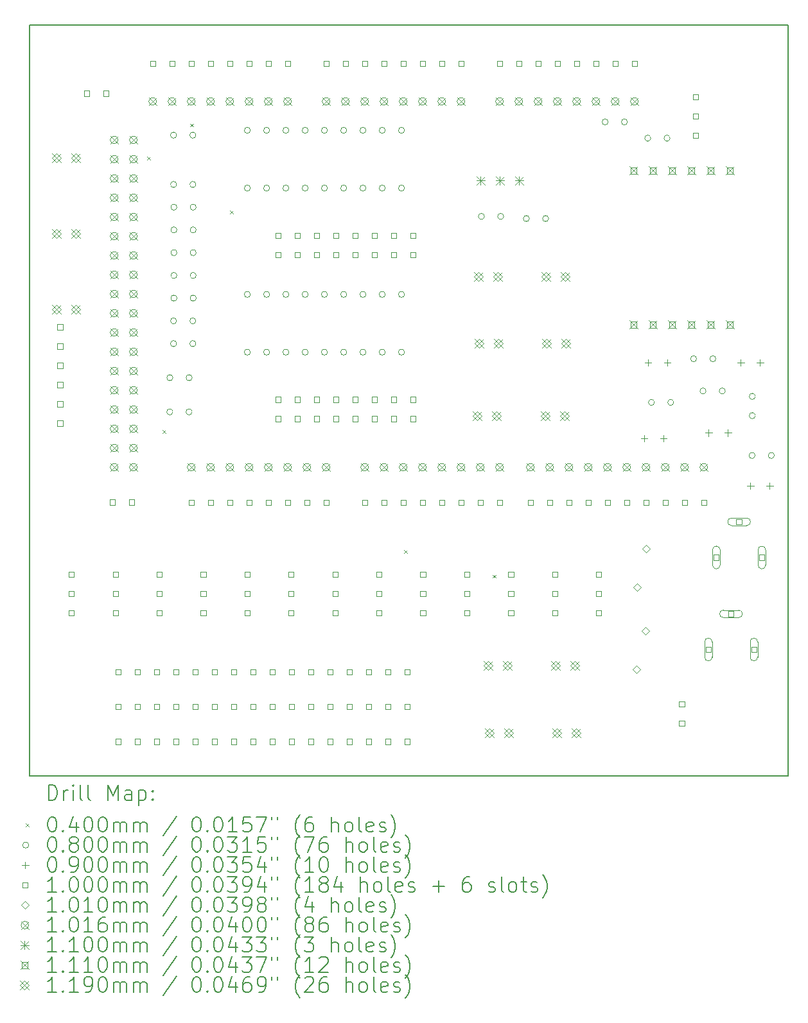
<source format=gbr>
%TF.GenerationSoftware,KiCad,Pcbnew,9.0.5*%
%TF.CreationDate,2025-12-12T05:58:33+10:00*%
%TF.ProjectId,Jet Ranger Front Panel Servo,4a657420-5261-46e6-9765-722046726f6e,rev?*%
%TF.SameCoordinates,Original*%
%TF.FileFunction,Drillmap*%
%TF.FilePolarity,Positive*%
%FSLAX45Y45*%
G04 Gerber Fmt 4.5, Leading zero omitted, Abs format (unit mm)*
G04 Created by KiCad (PCBNEW 9.0.5) date 2025-12-12 05:58:33*
%MOMM*%
%LPD*%
G01*
G04 APERTURE LIST*
%ADD10C,0.200000*%
%ADD11C,0.100000*%
%ADD12C,0.101000*%
%ADD13C,0.101600*%
%ADD14C,0.110000*%
%ADD15C,0.111000*%
%ADD16C,0.119000*%
G04 APERTURE END LIST*
D10*
X2946400Y-3596640D02*
X12946400Y-3596640D01*
X12946400Y-13501640D01*
X2946400Y-13501640D01*
X2946400Y-3596640D01*
D11*
X4500590Y-5333640D02*
X4540590Y-5373640D01*
X4540590Y-5333640D02*
X4500590Y-5373640D01*
X4700760Y-8943250D02*
X4740760Y-8983250D01*
X4740760Y-8943250D02*
X4700760Y-8983250D01*
X5064000Y-4899020D02*
X5104000Y-4939020D01*
X5104000Y-4899020D02*
X5064000Y-4939020D01*
X5591320Y-6047640D02*
X5631320Y-6087640D01*
X5631320Y-6047640D02*
X5591320Y-6087640D01*
X7886480Y-10522070D02*
X7926480Y-10562070D01*
X7926480Y-10522070D02*
X7886480Y-10562070D01*
X9054380Y-10849410D02*
X9094380Y-10889410D01*
X9094380Y-10849410D02*
X9054380Y-10889410D01*
X4836000Y-8250000D02*
G75*
G02*
X4756000Y-8250000I-40000J0D01*
G01*
X4756000Y-8250000D02*
G75*
G02*
X4836000Y-8250000I40000J0D01*
G01*
X4836000Y-8700000D02*
G75*
G02*
X4756000Y-8700000I-40000J0D01*
G01*
X4756000Y-8700000D02*
G75*
G02*
X4836000Y-8700000I40000J0D01*
G01*
X4886000Y-5050000D02*
G75*
G02*
X4806000Y-5050000I-40000J0D01*
G01*
X4806000Y-5050000D02*
G75*
G02*
X4886000Y-5050000I40000J0D01*
G01*
X4886000Y-5700000D02*
G75*
G02*
X4806000Y-5700000I-40000J0D01*
G01*
X4806000Y-5700000D02*
G75*
G02*
X4886000Y-5700000I40000J0D01*
G01*
X4886000Y-7500000D02*
G75*
G02*
X4806000Y-7500000I-40000J0D01*
G01*
X4806000Y-7500000D02*
G75*
G02*
X4886000Y-7500000I40000J0D01*
G01*
X4886000Y-7800000D02*
G75*
G02*
X4806000Y-7800000I-40000J0D01*
G01*
X4806000Y-7800000D02*
G75*
G02*
X4886000Y-7800000I40000J0D01*
G01*
X4890000Y-6000000D02*
G75*
G02*
X4810000Y-6000000I-40000J0D01*
G01*
X4810000Y-6000000D02*
G75*
G02*
X4890000Y-6000000I40000J0D01*
G01*
X4890000Y-6300000D02*
G75*
G02*
X4810000Y-6300000I-40000J0D01*
G01*
X4810000Y-6300000D02*
G75*
G02*
X4890000Y-6300000I40000J0D01*
G01*
X4890000Y-6600000D02*
G75*
G02*
X4810000Y-6600000I-40000J0D01*
G01*
X4810000Y-6600000D02*
G75*
G02*
X4890000Y-6600000I40000J0D01*
G01*
X4890000Y-6900000D02*
G75*
G02*
X4810000Y-6900000I-40000J0D01*
G01*
X4810000Y-6900000D02*
G75*
G02*
X4890000Y-6900000I40000J0D01*
G01*
X4890000Y-7200000D02*
G75*
G02*
X4810000Y-7200000I-40000J0D01*
G01*
X4810000Y-7200000D02*
G75*
G02*
X4890000Y-7200000I40000J0D01*
G01*
X5090000Y-8250000D02*
G75*
G02*
X5010000Y-8250000I-40000J0D01*
G01*
X5010000Y-8250000D02*
G75*
G02*
X5090000Y-8250000I40000J0D01*
G01*
X5090000Y-8700000D02*
G75*
G02*
X5010000Y-8700000I-40000J0D01*
G01*
X5010000Y-8700000D02*
G75*
G02*
X5090000Y-8700000I40000J0D01*
G01*
X5140000Y-5050000D02*
G75*
G02*
X5060000Y-5050000I-40000J0D01*
G01*
X5060000Y-5050000D02*
G75*
G02*
X5140000Y-5050000I40000J0D01*
G01*
X5140000Y-5700000D02*
G75*
G02*
X5060000Y-5700000I-40000J0D01*
G01*
X5060000Y-5700000D02*
G75*
G02*
X5140000Y-5700000I40000J0D01*
G01*
X5140000Y-7500000D02*
G75*
G02*
X5060000Y-7500000I-40000J0D01*
G01*
X5060000Y-7500000D02*
G75*
G02*
X5140000Y-7500000I40000J0D01*
G01*
X5140000Y-7800000D02*
G75*
G02*
X5060000Y-7800000I-40000J0D01*
G01*
X5060000Y-7800000D02*
G75*
G02*
X5140000Y-7800000I40000J0D01*
G01*
X5144000Y-6000000D02*
G75*
G02*
X5064000Y-6000000I-40000J0D01*
G01*
X5064000Y-6000000D02*
G75*
G02*
X5144000Y-6000000I40000J0D01*
G01*
X5144000Y-6300000D02*
G75*
G02*
X5064000Y-6300000I-40000J0D01*
G01*
X5064000Y-6300000D02*
G75*
G02*
X5144000Y-6300000I40000J0D01*
G01*
X5144000Y-6600000D02*
G75*
G02*
X5064000Y-6600000I-40000J0D01*
G01*
X5064000Y-6600000D02*
G75*
G02*
X5144000Y-6600000I40000J0D01*
G01*
X5144000Y-6900000D02*
G75*
G02*
X5064000Y-6900000I-40000J0D01*
G01*
X5064000Y-6900000D02*
G75*
G02*
X5144000Y-6900000I40000J0D01*
G01*
X5144000Y-7200000D02*
G75*
G02*
X5064000Y-7200000I-40000J0D01*
G01*
X5064000Y-7200000D02*
G75*
G02*
X5144000Y-7200000I40000J0D01*
G01*
X5858000Y-4986830D02*
G75*
G02*
X5778000Y-4986830I-40000J0D01*
G01*
X5778000Y-4986830D02*
G75*
G02*
X5858000Y-4986830I40000J0D01*
G01*
X5858000Y-5748830D02*
G75*
G02*
X5778000Y-5748830I-40000J0D01*
G01*
X5778000Y-5748830D02*
G75*
G02*
X5858000Y-5748830I40000J0D01*
G01*
X5858000Y-7150000D02*
G75*
G02*
X5778000Y-7150000I-40000J0D01*
G01*
X5778000Y-7150000D02*
G75*
G02*
X5858000Y-7150000I40000J0D01*
G01*
X5858000Y-7912000D02*
G75*
G02*
X5778000Y-7912000I-40000J0D01*
G01*
X5778000Y-7912000D02*
G75*
G02*
X5858000Y-7912000I40000J0D01*
G01*
X6112000Y-4986830D02*
G75*
G02*
X6032000Y-4986830I-40000J0D01*
G01*
X6032000Y-4986830D02*
G75*
G02*
X6112000Y-4986830I40000J0D01*
G01*
X6112000Y-5748830D02*
G75*
G02*
X6032000Y-5748830I-40000J0D01*
G01*
X6032000Y-5748830D02*
G75*
G02*
X6112000Y-5748830I40000J0D01*
G01*
X6112000Y-7150000D02*
G75*
G02*
X6032000Y-7150000I-40000J0D01*
G01*
X6032000Y-7150000D02*
G75*
G02*
X6112000Y-7150000I40000J0D01*
G01*
X6112000Y-7912000D02*
G75*
G02*
X6032000Y-7912000I-40000J0D01*
G01*
X6032000Y-7912000D02*
G75*
G02*
X6112000Y-7912000I40000J0D01*
G01*
X6366000Y-4986830D02*
G75*
G02*
X6286000Y-4986830I-40000J0D01*
G01*
X6286000Y-4986830D02*
G75*
G02*
X6366000Y-4986830I40000J0D01*
G01*
X6366000Y-5748830D02*
G75*
G02*
X6286000Y-5748830I-40000J0D01*
G01*
X6286000Y-5748830D02*
G75*
G02*
X6366000Y-5748830I40000J0D01*
G01*
X6366000Y-7150000D02*
G75*
G02*
X6286000Y-7150000I-40000J0D01*
G01*
X6286000Y-7150000D02*
G75*
G02*
X6366000Y-7150000I40000J0D01*
G01*
X6366000Y-7912000D02*
G75*
G02*
X6286000Y-7912000I-40000J0D01*
G01*
X6286000Y-7912000D02*
G75*
G02*
X6366000Y-7912000I40000J0D01*
G01*
X6620000Y-4986830D02*
G75*
G02*
X6540000Y-4986830I-40000J0D01*
G01*
X6540000Y-4986830D02*
G75*
G02*
X6620000Y-4986830I40000J0D01*
G01*
X6620000Y-5748830D02*
G75*
G02*
X6540000Y-5748830I-40000J0D01*
G01*
X6540000Y-5748830D02*
G75*
G02*
X6620000Y-5748830I40000J0D01*
G01*
X6620000Y-7150000D02*
G75*
G02*
X6540000Y-7150000I-40000J0D01*
G01*
X6540000Y-7150000D02*
G75*
G02*
X6620000Y-7150000I40000J0D01*
G01*
X6620000Y-7912000D02*
G75*
G02*
X6540000Y-7912000I-40000J0D01*
G01*
X6540000Y-7912000D02*
G75*
G02*
X6620000Y-7912000I40000J0D01*
G01*
X6874000Y-4986830D02*
G75*
G02*
X6794000Y-4986830I-40000J0D01*
G01*
X6794000Y-4986830D02*
G75*
G02*
X6874000Y-4986830I40000J0D01*
G01*
X6874000Y-5748830D02*
G75*
G02*
X6794000Y-5748830I-40000J0D01*
G01*
X6794000Y-5748830D02*
G75*
G02*
X6874000Y-5748830I40000J0D01*
G01*
X6874000Y-7150000D02*
G75*
G02*
X6794000Y-7150000I-40000J0D01*
G01*
X6794000Y-7150000D02*
G75*
G02*
X6874000Y-7150000I40000J0D01*
G01*
X6874000Y-7912000D02*
G75*
G02*
X6794000Y-7912000I-40000J0D01*
G01*
X6794000Y-7912000D02*
G75*
G02*
X6874000Y-7912000I40000J0D01*
G01*
X7128000Y-4986830D02*
G75*
G02*
X7048000Y-4986830I-40000J0D01*
G01*
X7048000Y-4986830D02*
G75*
G02*
X7128000Y-4986830I40000J0D01*
G01*
X7128000Y-5748830D02*
G75*
G02*
X7048000Y-5748830I-40000J0D01*
G01*
X7048000Y-5748830D02*
G75*
G02*
X7128000Y-5748830I40000J0D01*
G01*
X7128000Y-7150000D02*
G75*
G02*
X7048000Y-7150000I-40000J0D01*
G01*
X7048000Y-7150000D02*
G75*
G02*
X7128000Y-7150000I40000J0D01*
G01*
X7128000Y-7912000D02*
G75*
G02*
X7048000Y-7912000I-40000J0D01*
G01*
X7048000Y-7912000D02*
G75*
G02*
X7128000Y-7912000I40000J0D01*
G01*
X7382000Y-4986830D02*
G75*
G02*
X7302000Y-4986830I-40000J0D01*
G01*
X7302000Y-4986830D02*
G75*
G02*
X7382000Y-4986830I40000J0D01*
G01*
X7382000Y-5748830D02*
G75*
G02*
X7302000Y-5748830I-40000J0D01*
G01*
X7302000Y-5748830D02*
G75*
G02*
X7382000Y-5748830I40000J0D01*
G01*
X7382000Y-7150000D02*
G75*
G02*
X7302000Y-7150000I-40000J0D01*
G01*
X7302000Y-7150000D02*
G75*
G02*
X7382000Y-7150000I40000J0D01*
G01*
X7382000Y-7912000D02*
G75*
G02*
X7302000Y-7912000I-40000J0D01*
G01*
X7302000Y-7912000D02*
G75*
G02*
X7382000Y-7912000I40000J0D01*
G01*
X7636000Y-4986830D02*
G75*
G02*
X7556000Y-4986830I-40000J0D01*
G01*
X7556000Y-4986830D02*
G75*
G02*
X7636000Y-4986830I40000J0D01*
G01*
X7636000Y-5748830D02*
G75*
G02*
X7556000Y-5748830I-40000J0D01*
G01*
X7556000Y-5748830D02*
G75*
G02*
X7636000Y-5748830I40000J0D01*
G01*
X7636000Y-7150000D02*
G75*
G02*
X7556000Y-7150000I-40000J0D01*
G01*
X7556000Y-7150000D02*
G75*
G02*
X7636000Y-7150000I40000J0D01*
G01*
X7636000Y-7912000D02*
G75*
G02*
X7556000Y-7912000I-40000J0D01*
G01*
X7556000Y-7912000D02*
G75*
G02*
X7636000Y-7912000I40000J0D01*
G01*
X7890000Y-4986830D02*
G75*
G02*
X7810000Y-4986830I-40000J0D01*
G01*
X7810000Y-4986830D02*
G75*
G02*
X7890000Y-4986830I40000J0D01*
G01*
X7890000Y-5748830D02*
G75*
G02*
X7810000Y-5748830I-40000J0D01*
G01*
X7810000Y-5748830D02*
G75*
G02*
X7890000Y-5748830I40000J0D01*
G01*
X7890000Y-7150000D02*
G75*
G02*
X7810000Y-7150000I-40000J0D01*
G01*
X7810000Y-7150000D02*
G75*
G02*
X7890000Y-7150000I40000J0D01*
G01*
X7890000Y-7912000D02*
G75*
G02*
X7810000Y-7912000I-40000J0D01*
G01*
X7810000Y-7912000D02*
G75*
G02*
X7890000Y-7912000I40000J0D01*
G01*
X8943750Y-6121250D02*
G75*
G02*
X8863750Y-6121250I-40000J0D01*
G01*
X8863750Y-6121250D02*
G75*
G02*
X8943750Y-6121250I40000J0D01*
G01*
X9197750Y-6121250D02*
G75*
G02*
X9117750Y-6121250I-40000J0D01*
G01*
X9117750Y-6121250D02*
G75*
G02*
X9197750Y-6121250I40000J0D01*
G01*
X9536000Y-6150000D02*
G75*
G02*
X9456000Y-6150000I-40000J0D01*
G01*
X9456000Y-6150000D02*
G75*
G02*
X9536000Y-6150000I40000J0D01*
G01*
X9790000Y-6150000D02*
G75*
G02*
X9710000Y-6150000I-40000J0D01*
G01*
X9710000Y-6150000D02*
G75*
G02*
X9790000Y-6150000I40000J0D01*
G01*
X10575000Y-4875000D02*
G75*
G02*
X10495000Y-4875000I-40000J0D01*
G01*
X10495000Y-4875000D02*
G75*
G02*
X10575000Y-4875000I40000J0D01*
G01*
X10829000Y-4875000D02*
G75*
G02*
X10749000Y-4875000I-40000J0D01*
G01*
X10749000Y-4875000D02*
G75*
G02*
X10829000Y-4875000I40000J0D01*
G01*
X11136000Y-5090000D02*
G75*
G02*
X11056000Y-5090000I-40000J0D01*
G01*
X11056000Y-5090000D02*
G75*
G02*
X11136000Y-5090000I40000J0D01*
G01*
X11185500Y-8575000D02*
G75*
G02*
X11105500Y-8575000I-40000J0D01*
G01*
X11105500Y-8575000D02*
G75*
G02*
X11185500Y-8575000I40000J0D01*
G01*
X11390000Y-5090000D02*
G75*
G02*
X11310000Y-5090000I-40000J0D01*
G01*
X11310000Y-5090000D02*
G75*
G02*
X11390000Y-5090000I40000J0D01*
G01*
X11439500Y-8575000D02*
G75*
G02*
X11359500Y-8575000I-40000J0D01*
G01*
X11359500Y-8575000D02*
G75*
G02*
X11439500Y-8575000I40000J0D01*
G01*
X11740000Y-8000000D02*
G75*
G02*
X11660000Y-8000000I-40000J0D01*
G01*
X11660000Y-8000000D02*
G75*
G02*
X11740000Y-8000000I40000J0D01*
G01*
X11865000Y-8425000D02*
G75*
G02*
X11785000Y-8425000I-40000J0D01*
G01*
X11785000Y-8425000D02*
G75*
G02*
X11865000Y-8425000I40000J0D01*
G01*
X11994000Y-8000000D02*
G75*
G02*
X11914000Y-8000000I-40000J0D01*
G01*
X11914000Y-8000000D02*
G75*
G02*
X11994000Y-8000000I40000J0D01*
G01*
X12119000Y-8425000D02*
G75*
G02*
X12039000Y-8425000I-40000J0D01*
G01*
X12039000Y-8425000D02*
G75*
G02*
X12119000Y-8425000I40000J0D01*
G01*
X12511000Y-9275000D02*
G75*
G02*
X12431000Y-9275000I-40000J0D01*
G01*
X12431000Y-9275000D02*
G75*
G02*
X12511000Y-9275000I40000J0D01*
G01*
X12515000Y-8496000D02*
G75*
G02*
X12435000Y-8496000I-40000J0D01*
G01*
X12435000Y-8496000D02*
G75*
G02*
X12515000Y-8496000I40000J0D01*
G01*
X12515000Y-8750000D02*
G75*
G02*
X12435000Y-8750000I-40000J0D01*
G01*
X12435000Y-8750000D02*
G75*
G02*
X12515000Y-8750000I40000J0D01*
G01*
X12765000Y-9275000D02*
G75*
G02*
X12685000Y-9275000I-40000J0D01*
G01*
X12685000Y-9275000D02*
G75*
G02*
X12765000Y-9275000I40000J0D01*
G01*
X11050000Y-9005000D02*
X11050000Y-9095000D01*
X11005000Y-9050000D02*
X11095000Y-9050000D01*
X11100000Y-8005000D02*
X11100000Y-8095000D01*
X11055000Y-8050000D02*
X11145000Y-8050000D01*
X11304000Y-9005000D02*
X11304000Y-9095000D01*
X11259000Y-9050000D02*
X11349000Y-9050000D01*
X11354000Y-8005000D02*
X11354000Y-8095000D01*
X11309000Y-8050000D02*
X11399000Y-8050000D01*
X11900000Y-8930000D02*
X11900000Y-9020000D01*
X11855000Y-8975000D02*
X11945000Y-8975000D01*
X12154000Y-8930000D02*
X12154000Y-9020000D01*
X12109000Y-8975000D02*
X12199000Y-8975000D01*
X12323000Y-8005000D02*
X12323000Y-8095000D01*
X12278000Y-8050000D02*
X12368000Y-8050000D01*
X12450000Y-9630000D02*
X12450000Y-9720000D01*
X12405000Y-9675000D02*
X12495000Y-9675000D01*
X12577000Y-8005000D02*
X12577000Y-8095000D01*
X12532000Y-8050000D02*
X12622000Y-8050000D01*
X12704000Y-9630000D02*
X12704000Y-9720000D01*
X12659000Y-9675000D02*
X12749000Y-9675000D01*
X3385356Y-7615356D02*
X3385356Y-7544644D01*
X3314644Y-7544644D01*
X3314644Y-7615356D01*
X3385356Y-7615356D01*
X3385356Y-7869356D02*
X3385356Y-7798644D01*
X3314644Y-7798644D01*
X3314644Y-7869356D01*
X3385356Y-7869356D01*
X3385356Y-8123356D02*
X3385356Y-8052644D01*
X3314644Y-8052644D01*
X3314644Y-8123356D01*
X3385356Y-8123356D01*
X3385356Y-8377356D02*
X3385356Y-8306644D01*
X3314644Y-8306644D01*
X3314644Y-8377356D01*
X3385356Y-8377356D01*
X3385356Y-8631356D02*
X3385356Y-8560644D01*
X3314644Y-8560644D01*
X3314644Y-8631356D01*
X3385356Y-8631356D01*
X3385356Y-8885356D02*
X3385356Y-8814644D01*
X3314644Y-8814644D01*
X3314644Y-8885356D01*
X3385356Y-8885356D01*
X3535356Y-10877356D02*
X3535356Y-10806644D01*
X3464644Y-10806644D01*
X3464644Y-10877356D01*
X3535356Y-10877356D01*
X3535356Y-11131356D02*
X3535356Y-11060644D01*
X3464644Y-11060644D01*
X3464644Y-11131356D01*
X3535356Y-11131356D01*
X3535356Y-11385356D02*
X3535356Y-11314644D01*
X3464644Y-11314644D01*
X3464644Y-11385356D01*
X3535356Y-11385356D01*
X3735356Y-4535356D02*
X3735356Y-4464644D01*
X3664644Y-4464644D01*
X3664644Y-4535356D01*
X3735356Y-4535356D01*
X3989356Y-4535356D02*
X3989356Y-4464644D01*
X3918644Y-4464644D01*
X3918644Y-4535356D01*
X3989356Y-4535356D01*
X4076496Y-9928656D02*
X4076496Y-9857944D01*
X4005784Y-9857944D01*
X4005784Y-9928656D01*
X4076496Y-9928656D01*
X4114526Y-10877356D02*
X4114526Y-10806644D01*
X4043814Y-10806644D01*
X4043814Y-10877356D01*
X4114526Y-10877356D01*
X4114526Y-11131356D02*
X4114526Y-11060644D01*
X4043814Y-11060644D01*
X4043814Y-11131356D01*
X4114526Y-11131356D01*
X4114526Y-11385356D02*
X4114526Y-11314644D01*
X4043814Y-11314644D01*
X4043814Y-11385356D01*
X4114526Y-11385356D01*
X4149356Y-12167356D02*
X4149356Y-12096644D01*
X4078644Y-12096644D01*
X4078644Y-12167356D01*
X4149356Y-12167356D01*
X4149356Y-12626356D02*
X4149356Y-12555644D01*
X4078644Y-12555644D01*
X4078644Y-12626356D01*
X4149356Y-12626356D01*
X4149356Y-13085356D02*
X4149356Y-13014644D01*
X4078644Y-13014644D01*
X4078644Y-13085356D01*
X4149356Y-13085356D01*
X4330496Y-9928656D02*
X4330496Y-9857944D01*
X4259784Y-9857944D01*
X4259784Y-9928656D01*
X4330496Y-9928656D01*
X4403356Y-12167356D02*
X4403356Y-12096644D01*
X4332644Y-12096644D01*
X4332644Y-12167356D01*
X4403356Y-12167356D01*
X4403356Y-12626356D02*
X4403356Y-12555644D01*
X4332644Y-12555644D01*
X4332644Y-12626356D01*
X4403356Y-12626356D01*
X4403356Y-13085356D02*
X4403356Y-13014644D01*
X4332644Y-13014644D01*
X4332644Y-13085356D01*
X4403356Y-13085356D01*
X4607356Y-4139996D02*
X4607356Y-4069284D01*
X4536644Y-4069284D01*
X4536644Y-4139996D01*
X4607356Y-4139996D01*
X4657356Y-12167356D02*
X4657356Y-12096644D01*
X4586644Y-12096644D01*
X4586644Y-12167356D01*
X4657356Y-12167356D01*
X4657356Y-12626356D02*
X4657356Y-12555644D01*
X4586644Y-12555644D01*
X4586644Y-12626356D01*
X4657356Y-12626356D01*
X4657356Y-13085356D02*
X4657356Y-13014644D01*
X4586644Y-13014644D01*
X4586644Y-13085356D01*
X4657356Y-13085356D01*
X4693686Y-10877356D02*
X4693686Y-10806644D01*
X4622974Y-10806644D01*
X4622974Y-10877356D01*
X4693686Y-10877356D01*
X4693686Y-11131356D02*
X4693686Y-11060644D01*
X4622974Y-11060644D01*
X4622974Y-11131356D01*
X4693686Y-11131356D01*
X4693686Y-11385356D02*
X4693686Y-11314644D01*
X4622974Y-11314644D01*
X4622974Y-11385356D01*
X4693686Y-11385356D01*
X4861356Y-4139996D02*
X4861356Y-4069284D01*
X4790644Y-4069284D01*
X4790644Y-4139996D01*
X4861356Y-4139996D01*
X4911356Y-12167356D02*
X4911356Y-12096644D01*
X4840644Y-12096644D01*
X4840644Y-12167356D01*
X4911356Y-12167356D01*
X4911356Y-12626356D02*
X4911356Y-12555644D01*
X4840644Y-12555644D01*
X4840644Y-12626356D01*
X4911356Y-12626356D01*
X4911356Y-13085356D02*
X4911356Y-13014644D01*
X4840644Y-13014644D01*
X4840644Y-13085356D01*
X4911356Y-13085356D01*
X5115356Y-4139996D02*
X5115356Y-4069284D01*
X5044644Y-4069284D01*
X5044644Y-4139996D01*
X5115356Y-4139996D01*
X5115356Y-9931196D02*
X5115356Y-9860484D01*
X5044644Y-9860484D01*
X5044644Y-9931196D01*
X5115356Y-9931196D01*
X5165356Y-12167356D02*
X5165356Y-12096644D01*
X5094644Y-12096644D01*
X5094644Y-12167356D01*
X5165356Y-12167356D01*
X5165356Y-12626356D02*
X5165356Y-12555644D01*
X5094644Y-12555644D01*
X5094644Y-12626356D01*
X5165356Y-12626356D01*
X5165356Y-13085356D02*
X5165356Y-13014644D01*
X5094644Y-13014644D01*
X5094644Y-13085356D01*
X5165356Y-13085356D01*
X5272856Y-10877356D02*
X5272856Y-10806644D01*
X5202144Y-10806644D01*
X5202144Y-10877356D01*
X5272856Y-10877356D01*
X5272856Y-11131356D02*
X5272856Y-11060644D01*
X5202144Y-11060644D01*
X5202144Y-11131356D01*
X5272856Y-11131356D01*
X5272856Y-11385356D02*
X5272856Y-11314644D01*
X5202144Y-11314644D01*
X5202144Y-11385356D01*
X5272856Y-11385356D01*
X5369356Y-4139996D02*
X5369356Y-4069284D01*
X5298644Y-4069284D01*
X5298644Y-4139996D01*
X5369356Y-4139996D01*
X5369356Y-9931196D02*
X5369356Y-9860484D01*
X5298644Y-9860484D01*
X5298644Y-9931196D01*
X5369356Y-9931196D01*
X5419356Y-12167356D02*
X5419356Y-12096644D01*
X5348644Y-12096644D01*
X5348644Y-12167356D01*
X5419356Y-12167356D01*
X5419356Y-12626356D02*
X5419356Y-12555644D01*
X5348644Y-12555644D01*
X5348644Y-12626356D01*
X5419356Y-12626356D01*
X5419356Y-13085356D02*
X5419356Y-13014644D01*
X5348644Y-13014644D01*
X5348644Y-13085356D01*
X5419356Y-13085356D01*
X5623356Y-4139996D02*
X5623356Y-4069284D01*
X5552644Y-4069284D01*
X5552644Y-4139996D01*
X5623356Y-4139996D01*
X5623356Y-9931196D02*
X5623356Y-9860484D01*
X5552644Y-9860484D01*
X5552644Y-9931196D01*
X5623356Y-9931196D01*
X5673356Y-12167356D02*
X5673356Y-12096644D01*
X5602644Y-12096644D01*
X5602644Y-12167356D01*
X5673356Y-12167356D01*
X5673356Y-12626356D02*
X5673356Y-12555644D01*
X5602644Y-12555644D01*
X5602644Y-12626356D01*
X5673356Y-12626356D01*
X5673356Y-13085356D02*
X5673356Y-13014644D01*
X5602644Y-13014644D01*
X5602644Y-13085356D01*
X5673356Y-13085356D01*
X5852026Y-10877356D02*
X5852026Y-10806644D01*
X5781314Y-10806644D01*
X5781314Y-10877356D01*
X5852026Y-10877356D01*
X5852026Y-11131356D02*
X5852026Y-11060644D01*
X5781314Y-11060644D01*
X5781314Y-11131356D01*
X5852026Y-11131356D01*
X5852026Y-11385356D02*
X5852026Y-11314644D01*
X5781314Y-11314644D01*
X5781314Y-11385356D01*
X5852026Y-11385356D01*
X5877356Y-4139996D02*
X5877356Y-4069284D01*
X5806644Y-4069284D01*
X5806644Y-4139996D01*
X5877356Y-4139996D01*
X5877356Y-9931196D02*
X5877356Y-9860484D01*
X5806644Y-9860484D01*
X5806644Y-9931196D01*
X5877356Y-9931196D01*
X5927356Y-12167356D02*
X5927356Y-12096644D01*
X5856644Y-12096644D01*
X5856644Y-12167356D01*
X5927356Y-12167356D01*
X5927356Y-12626356D02*
X5927356Y-12555644D01*
X5856644Y-12555644D01*
X5856644Y-12626356D01*
X5927356Y-12626356D01*
X5927356Y-13085356D02*
X5927356Y-13014644D01*
X5856644Y-13014644D01*
X5856644Y-13085356D01*
X5927356Y-13085356D01*
X6131356Y-4139996D02*
X6131356Y-4069284D01*
X6060644Y-4069284D01*
X6060644Y-4139996D01*
X6131356Y-4139996D01*
X6131356Y-9931196D02*
X6131356Y-9860484D01*
X6060644Y-9860484D01*
X6060644Y-9931196D01*
X6131356Y-9931196D01*
X6181356Y-12167356D02*
X6181356Y-12096644D01*
X6110644Y-12096644D01*
X6110644Y-12167356D01*
X6181356Y-12167356D01*
X6181356Y-12626356D02*
X6181356Y-12555644D01*
X6110644Y-12555644D01*
X6110644Y-12626356D01*
X6181356Y-12626356D01*
X6181356Y-13085356D02*
X6181356Y-13014644D01*
X6110644Y-13014644D01*
X6110644Y-13085356D01*
X6181356Y-13085356D01*
X6261356Y-6409026D02*
X6261356Y-6338314D01*
X6190644Y-6338314D01*
X6190644Y-6409026D01*
X6261356Y-6409026D01*
X6261356Y-6663026D02*
X6261356Y-6592314D01*
X6190644Y-6592314D01*
X6190644Y-6663026D01*
X6261356Y-6663026D01*
X6261356Y-8572186D02*
X6261356Y-8501474D01*
X6190644Y-8501474D01*
X6190644Y-8572186D01*
X6261356Y-8572186D01*
X6261356Y-8826186D02*
X6261356Y-8755474D01*
X6190644Y-8755474D01*
X6190644Y-8826186D01*
X6261356Y-8826186D01*
X6385356Y-4139996D02*
X6385356Y-4069284D01*
X6314644Y-4069284D01*
X6314644Y-4139996D01*
X6385356Y-4139996D01*
X6385356Y-9931196D02*
X6385356Y-9860484D01*
X6314644Y-9860484D01*
X6314644Y-9931196D01*
X6385356Y-9931196D01*
X6431186Y-10877356D02*
X6431186Y-10806644D01*
X6360474Y-10806644D01*
X6360474Y-10877356D01*
X6431186Y-10877356D01*
X6431186Y-11131356D02*
X6431186Y-11060644D01*
X6360474Y-11060644D01*
X6360474Y-11131356D01*
X6431186Y-11131356D01*
X6431186Y-11385356D02*
X6431186Y-11314644D01*
X6360474Y-11314644D01*
X6360474Y-11385356D01*
X6431186Y-11385356D01*
X6435356Y-12167356D02*
X6435356Y-12096644D01*
X6364644Y-12096644D01*
X6364644Y-12167356D01*
X6435356Y-12167356D01*
X6435356Y-12626356D02*
X6435356Y-12555644D01*
X6364644Y-12555644D01*
X6364644Y-12626356D01*
X6435356Y-12626356D01*
X6435356Y-13085356D02*
X6435356Y-13014644D01*
X6364644Y-13014644D01*
X6364644Y-13085356D01*
X6435356Y-13085356D01*
X6515356Y-6409026D02*
X6515356Y-6338314D01*
X6444644Y-6338314D01*
X6444644Y-6409026D01*
X6515356Y-6409026D01*
X6515356Y-6663026D02*
X6515356Y-6592314D01*
X6444644Y-6592314D01*
X6444644Y-6663026D01*
X6515356Y-6663026D01*
X6515356Y-8572186D02*
X6515356Y-8501474D01*
X6444644Y-8501474D01*
X6444644Y-8572186D01*
X6515356Y-8572186D01*
X6515356Y-8826186D02*
X6515356Y-8755474D01*
X6444644Y-8755474D01*
X6444644Y-8826186D01*
X6515356Y-8826186D01*
X6639356Y-9931196D02*
X6639356Y-9860484D01*
X6568644Y-9860484D01*
X6568644Y-9931196D01*
X6639356Y-9931196D01*
X6689356Y-12167356D02*
X6689356Y-12096644D01*
X6618644Y-12096644D01*
X6618644Y-12167356D01*
X6689356Y-12167356D01*
X6689356Y-12626356D02*
X6689356Y-12555644D01*
X6618644Y-12555644D01*
X6618644Y-12626356D01*
X6689356Y-12626356D01*
X6689356Y-13085356D02*
X6689356Y-13014644D01*
X6618644Y-13014644D01*
X6618644Y-13085356D01*
X6689356Y-13085356D01*
X6769356Y-6409026D02*
X6769356Y-6338314D01*
X6698644Y-6338314D01*
X6698644Y-6409026D01*
X6769356Y-6409026D01*
X6769356Y-6663026D02*
X6769356Y-6592314D01*
X6698644Y-6592314D01*
X6698644Y-6663026D01*
X6769356Y-6663026D01*
X6769356Y-8572186D02*
X6769356Y-8501474D01*
X6698644Y-8501474D01*
X6698644Y-8572186D01*
X6769356Y-8572186D01*
X6769356Y-8826186D02*
X6769356Y-8755474D01*
X6698644Y-8755474D01*
X6698644Y-8826186D01*
X6769356Y-8826186D01*
X6893356Y-4139996D02*
X6893356Y-4069284D01*
X6822644Y-4069284D01*
X6822644Y-4139996D01*
X6893356Y-4139996D01*
X6893356Y-9931196D02*
X6893356Y-9860484D01*
X6822644Y-9860484D01*
X6822644Y-9931196D01*
X6893356Y-9931196D01*
X6943356Y-12167356D02*
X6943356Y-12096644D01*
X6872644Y-12096644D01*
X6872644Y-12167356D01*
X6943356Y-12167356D01*
X6943356Y-12626356D02*
X6943356Y-12555644D01*
X6872644Y-12555644D01*
X6872644Y-12626356D01*
X6943356Y-12626356D01*
X6943356Y-13085356D02*
X6943356Y-13014644D01*
X6872644Y-13014644D01*
X6872644Y-13085356D01*
X6943356Y-13085356D01*
X7010356Y-10877356D02*
X7010356Y-10806644D01*
X6939644Y-10806644D01*
X6939644Y-10877356D01*
X7010356Y-10877356D01*
X7010356Y-11131356D02*
X7010356Y-11060644D01*
X6939644Y-11060644D01*
X6939644Y-11131356D01*
X7010356Y-11131356D01*
X7010356Y-11385356D02*
X7010356Y-11314644D01*
X6939644Y-11314644D01*
X6939644Y-11385356D01*
X7010356Y-11385356D01*
X7023356Y-6409026D02*
X7023356Y-6338314D01*
X6952644Y-6338314D01*
X6952644Y-6409026D01*
X7023356Y-6409026D01*
X7023356Y-6663026D02*
X7023356Y-6592314D01*
X6952644Y-6592314D01*
X6952644Y-6663026D01*
X7023356Y-6663026D01*
X7023356Y-8572186D02*
X7023356Y-8501474D01*
X6952644Y-8501474D01*
X6952644Y-8572186D01*
X7023356Y-8572186D01*
X7023356Y-8826186D02*
X7023356Y-8755474D01*
X6952644Y-8755474D01*
X6952644Y-8826186D01*
X7023356Y-8826186D01*
X7147356Y-4139996D02*
X7147356Y-4069284D01*
X7076644Y-4069284D01*
X7076644Y-4139996D01*
X7147356Y-4139996D01*
X7197356Y-12167356D02*
X7197356Y-12096644D01*
X7126644Y-12096644D01*
X7126644Y-12167356D01*
X7197356Y-12167356D01*
X7197356Y-12626356D02*
X7197356Y-12555644D01*
X7126644Y-12555644D01*
X7126644Y-12626356D01*
X7197356Y-12626356D01*
X7197356Y-13085356D02*
X7197356Y-13014644D01*
X7126644Y-13014644D01*
X7126644Y-13085356D01*
X7197356Y-13085356D01*
X7277356Y-6409026D02*
X7277356Y-6338314D01*
X7206644Y-6338314D01*
X7206644Y-6409026D01*
X7277356Y-6409026D01*
X7277356Y-6663026D02*
X7277356Y-6592314D01*
X7206644Y-6592314D01*
X7206644Y-6663026D01*
X7277356Y-6663026D01*
X7277356Y-8572186D02*
X7277356Y-8501474D01*
X7206644Y-8501474D01*
X7206644Y-8572186D01*
X7277356Y-8572186D01*
X7277356Y-8826186D02*
X7277356Y-8755474D01*
X7206644Y-8755474D01*
X7206644Y-8826186D01*
X7277356Y-8826186D01*
X7401356Y-4139996D02*
X7401356Y-4069284D01*
X7330644Y-4069284D01*
X7330644Y-4139996D01*
X7401356Y-4139996D01*
X7401356Y-9931196D02*
X7401356Y-9860484D01*
X7330644Y-9860484D01*
X7330644Y-9931196D01*
X7401356Y-9931196D01*
X7451356Y-12167356D02*
X7451356Y-12096644D01*
X7380644Y-12096644D01*
X7380644Y-12167356D01*
X7451356Y-12167356D01*
X7451356Y-12626356D02*
X7451356Y-12555644D01*
X7380644Y-12555644D01*
X7380644Y-12626356D01*
X7451356Y-12626356D01*
X7451356Y-13085356D02*
X7451356Y-13014644D01*
X7380644Y-13014644D01*
X7380644Y-13085356D01*
X7451356Y-13085356D01*
X7531356Y-6409026D02*
X7531356Y-6338314D01*
X7460644Y-6338314D01*
X7460644Y-6409026D01*
X7531356Y-6409026D01*
X7531356Y-6663026D02*
X7531356Y-6592314D01*
X7460644Y-6592314D01*
X7460644Y-6663026D01*
X7531356Y-6663026D01*
X7531356Y-8572186D02*
X7531356Y-8501474D01*
X7460644Y-8501474D01*
X7460644Y-8572186D01*
X7531356Y-8572186D01*
X7531356Y-8826186D02*
X7531356Y-8755474D01*
X7460644Y-8755474D01*
X7460644Y-8826186D01*
X7531356Y-8826186D01*
X7589526Y-10877356D02*
X7589526Y-10806644D01*
X7518814Y-10806644D01*
X7518814Y-10877356D01*
X7589526Y-10877356D01*
X7589526Y-11131356D02*
X7589526Y-11060644D01*
X7518814Y-11060644D01*
X7518814Y-11131356D01*
X7589526Y-11131356D01*
X7589526Y-11385356D02*
X7589526Y-11314644D01*
X7518814Y-11314644D01*
X7518814Y-11385356D01*
X7589526Y-11385356D01*
X7655356Y-4139996D02*
X7655356Y-4069284D01*
X7584644Y-4069284D01*
X7584644Y-4139996D01*
X7655356Y-4139996D01*
X7655356Y-9931196D02*
X7655356Y-9860484D01*
X7584644Y-9860484D01*
X7584644Y-9931196D01*
X7655356Y-9931196D01*
X7705356Y-12167356D02*
X7705356Y-12096644D01*
X7634644Y-12096644D01*
X7634644Y-12167356D01*
X7705356Y-12167356D01*
X7705356Y-12626356D02*
X7705356Y-12555644D01*
X7634644Y-12555644D01*
X7634644Y-12626356D01*
X7705356Y-12626356D01*
X7705356Y-13085356D02*
X7705356Y-13014644D01*
X7634644Y-13014644D01*
X7634644Y-13085356D01*
X7705356Y-13085356D01*
X7785356Y-6409026D02*
X7785356Y-6338314D01*
X7714644Y-6338314D01*
X7714644Y-6409026D01*
X7785356Y-6409026D01*
X7785356Y-6663026D02*
X7785356Y-6592314D01*
X7714644Y-6592314D01*
X7714644Y-6663026D01*
X7785356Y-6663026D01*
X7785356Y-8572186D02*
X7785356Y-8501474D01*
X7714644Y-8501474D01*
X7714644Y-8572186D01*
X7785356Y-8572186D01*
X7785356Y-8826186D02*
X7785356Y-8755474D01*
X7714644Y-8755474D01*
X7714644Y-8826186D01*
X7785356Y-8826186D01*
X7909356Y-4139996D02*
X7909356Y-4069284D01*
X7838644Y-4069284D01*
X7838644Y-4139996D01*
X7909356Y-4139996D01*
X7909356Y-9931196D02*
X7909356Y-9860484D01*
X7838644Y-9860484D01*
X7838644Y-9931196D01*
X7909356Y-9931196D01*
X7959356Y-12167356D02*
X7959356Y-12096644D01*
X7888644Y-12096644D01*
X7888644Y-12167356D01*
X7959356Y-12167356D01*
X7959356Y-12626356D02*
X7959356Y-12555644D01*
X7888644Y-12555644D01*
X7888644Y-12626356D01*
X7959356Y-12626356D01*
X7959356Y-13085356D02*
X7959356Y-13014644D01*
X7888644Y-13014644D01*
X7888644Y-13085356D01*
X7959356Y-13085356D01*
X8039356Y-6409026D02*
X8039356Y-6338314D01*
X7968644Y-6338314D01*
X7968644Y-6409026D01*
X8039356Y-6409026D01*
X8039356Y-6663026D02*
X8039356Y-6592314D01*
X7968644Y-6592314D01*
X7968644Y-6663026D01*
X8039356Y-6663026D01*
X8039356Y-8572186D02*
X8039356Y-8501474D01*
X7968644Y-8501474D01*
X7968644Y-8572186D01*
X8039356Y-8572186D01*
X8039356Y-8826186D02*
X8039356Y-8755474D01*
X7968644Y-8755474D01*
X7968644Y-8826186D01*
X8039356Y-8826186D01*
X8163356Y-4139996D02*
X8163356Y-4069284D01*
X8092644Y-4069284D01*
X8092644Y-4139996D01*
X8163356Y-4139996D01*
X8163356Y-9931196D02*
X8163356Y-9860484D01*
X8092644Y-9860484D01*
X8092644Y-9931196D01*
X8163356Y-9931196D01*
X8168686Y-10877356D02*
X8168686Y-10806644D01*
X8097974Y-10806644D01*
X8097974Y-10877356D01*
X8168686Y-10877356D01*
X8168686Y-11131356D02*
X8168686Y-11060644D01*
X8097974Y-11060644D01*
X8097974Y-11131356D01*
X8168686Y-11131356D01*
X8168686Y-11385356D02*
X8168686Y-11314644D01*
X8097974Y-11314644D01*
X8097974Y-11385356D01*
X8168686Y-11385356D01*
X8417356Y-4139996D02*
X8417356Y-4069284D01*
X8346644Y-4069284D01*
X8346644Y-4139996D01*
X8417356Y-4139996D01*
X8417356Y-9931196D02*
X8417356Y-9860484D01*
X8346644Y-9860484D01*
X8346644Y-9931196D01*
X8417356Y-9931196D01*
X8671356Y-4139996D02*
X8671356Y-4069284D01*
X8600644Y-4069284D01*
X8600644Y-4139996D01*
X8671356Y-4139996D01*
X8671356Y-9931196D02*
X8671356Y-9860484D01*
X8600644Y-9860484D01*
X8600644Y-9931196D01*
X8671356Y-9931196D01*
X8747856Y-10877356D02*
X8747856Y-10806644D01*
X8677144Y-10806644D01*
X8677144Y-10877356D01*
X8747856Y-10877356D01*
X8747856Y-11131356D02*
X8747856Y-11060644D01*
X8677144Y-11060644D01*
X8677144Y-11131356D01*
X8747856Y-11131356D01*
X8747856Y-11385356D02*
X8747856Y-11314644D01*
X8677144Y-11314644D01*
X8677144Y-11385356D01*
X8747856Y-11385356D01*
X8925356Y-9931196D02*
X8925356Y-9860484D01*
X8854644Y-9860484D01*
X8854644Y-9931196D01*
X8925356Y-9931196D01*
X9179356Y-4139996D02*
X9179356Y-4069284D01*
X9108644Y-4069284D01*
X9108644Y-4139996D01*
X9179356Y-4139996D01*
X9179356Y-9931196D02*
X9179356Y-9860484D01*
X9108644Y-9860484D01*
X9108644Y-9931196D01*
X9179356Y-9931196D01*
X9327026Y-10877356D02*
X9327026Y-10806644D01*
X9256314Y-10806644D01*
X9256314Y-10877356D01*
X9327026Y-10877356D01*
X9327026Y-11131356D02*
X9327026Y-11060644D01*
X9256314Y-11060644D01*
X9256314Y-11131356D01*
X9327026Y-11131356D01*
X9327026Y-11385356D02*
X9327026Y-11314644D01*
X9256314Y-11314644D01*
X9256314Y-11385356D01*
X9327026Y-11385356D01*
X9433356Y-4139996D02*
X9433356Y-4069284D01*
X9362644Y-4069284D01*
X9362644Y-4139996D01*
X9433356Y-4139996D01*
X9585756Y-9931196D02*
X9585756Y-9860484D01*
X9515044Y-9860484D01*
X9515044Y-9931196D01*
X9585756Y-9931196D01*
X9687356Y-4139996D02*
X9687356Y-4069284D01*
X9616644Y-4069284D01*
X9616644Y-4139996D01*
X9687356Y-4139996D01*
X9839756Y-9931196D02*
X9839756Y-9860484D01*
X9769044Y-9860484D01*
X9769044Y-9931196D01*
X9839756Y-9931196D01*
X9906186Y-10877356D02*
X9906186Y-10806644D01*
X9835474Y-10806644D01*
X9835474Y-10877356D01*
X9906186Y-10877356D01*
X9906186Y-11131356D02*
X9906186Y-11060644D01*
X9835474Y-11060644D01*
X9835474Y-11131356D01*
X9906186Y-11131356D01*
X9906186Y-11385356D02*
X9906186Y-11314644D01*
X9835474Y-11314644D01*
X9835474Y-11385356D01*
X9906186Y-11385356D01*
X9941356Y-4139996D02*
X9941356Y-4069284D01*
X9870644Y-4069284D01*
X9870644Y-4139996D01*
X9941356Y-4139996D01*
X10093756Y-9931196D02*
X10093756Y-9860484D01*
X10023044Y-9860484D01*
X10023044Y-9931196D01*
X10093756Y-9931196D01*
X10195356Y-4139996D02*
X10195356Y-4069284D01*
X10124644Y-4069284D01*
X10124644Y-4139996D01*
X10195356Y-4139996D01*
X10347756Y-9931196D02*
X10347756Y-9860484D01*
X10277044Y-9860484D01*
X10277044Y-9931196D01*
X10347756Y-9931196D01*
X10449356Y-4139996D02*
X10449356Y-4069284D01*
X10378644Y-4069284D01*
X10378644Y-4139996D01*
X10449356Y-4139996D01*
X10485356Y-10877356D02*
X10485356Y-10806644D01*
X10414644Y-10806644D01*
X10414644Y-10877356D01*
X10485356Y-10877356D01*
X10485356Y-11131356D02*
X10485356Y-11060644D01*
X10414644Y-11060644D01*
X10414644Y-11131356D01*
X10485356Y-11131356D01*
X10485356Y-11385356D02*
X10485356Y-11314644D01*
X10414644Y-11314644D01*
X10414644Y-11385356D01*
X10485356Y-11385356D01*
X10601756Y-9931196D02*
X10601756Y-9860484D01*
X10531044Y-9860484D01*
X10531044Y-9931196D01*
X10601756Y-9931196D01*
X10703356Y-4139996D02*
X10703356Y-4069284D01*
X10632644Y-4069284D01*
X10632644Y-4139996D01*
X10703356Y-4139996D01*
X10855756Y-9931196D02*
X10855756Y-9860484D01*
X10785044Y-9860484D01*
X10785044Y-9931196D01*
X10855756Y-9931196D01*
X10957356Y-4139996D02*
X10957356Y-4069284D01*
X10886644Y-4069284D01*
X10886644Y-4139996D01*
X10957356Y-4139996D01*
X11109756Y-9931196D02*
X11109756Y-9860484D01*
X11039044Y-9860484D01*
X11039044Y-9931196D01*
X11109756Y-9931196D01*
X11363756Y-9931196D02*
X11363756Y-9860484D01*
X11293044Y-9860484D01*
X11293044Y-9931196D01*
X11363756Y-9931196D01*
X11580356Y-12591356D02*
X11580356Y-12520644D01*
X11509644Y-12520644D01*
X11509644Y-12591356D01*
X11580356Y-12591356D01*
X11580356Y-12845356D02*
X11580356Y-12774644D01*
X11509644Y-12774644D01*
X11509644Y-12845356D01*
X11580356Y-12845356D01*
X11617756Y-9931196D02*
X11617756Y-9860484D01*
X11547044Y-9860484D01*
X11547044Y-9931196D01*
X11617756Y-9931196D01*
X11765156Y-4582356D02*
X11765156Y-4511644D01*
X11694444Y-4511644D01*
X11694444Y-4582356D01*
X11765156Y-4582356D01*
X11765156Y-4836356D02*
X11765156Y-4765644D01*
X11694444Y-4765644D01*
X11694444Y-4836356D01*
X11765156Y-4836356D01*
X11765156Y-5090356D02*
X11765156Y-5019644D01*
X11694444Y-5019644D01*
X11694444Y-5090356D01*
X11765156Y-5090356D01*
X11871756Y-9931196D02*
X11871756Y-9860484D01*
X11801044Y-9860484D01*
X11801044Y-9931196D01*
X11871756Y-9931196D01*
X11930256Y-11870356D02*
X11930256Y-11799644D01*
X11859544Y-11799644D01*
X11859544Y-11870356D01*
X11930256Y-11870356D01*
X11944900Y-11935000D02*
X11944900Y-11735000D01*
X11844900Y-11735000D02*
G75*
G02*
X11944900Y-11735000I50000J0D01*
G01*
X11844900Y-11735000D02*
X11844900Y-11935000D01*
X11844900Y-11935000D02*
G75*
G03*
X11944900Y-11935000I50000J0D01*
G01*
X12035356Y-10656106D02*
X12035356Y-10585394D01*
X11964644Y-10585394D01*
X11964644Y-10656106D01*
X12035356Y-10656106D01*
X12050000Y-10720750D02*
X12050000Y-10520750D01*
X11950000Y-10520750D02*
G75*
G02*
X12050000Y-10520750I50000J0D01*
G01*
X11950000Y-10520750D02*
X11950000Y-10720750D01*
X11950000Y-10720750D02*
G75*
G03*
X12050000Y-10720750I50000J0D01*
G01*
X12230256Y-11400356D02*
X12230256Y-11329644D01*
X12159544Y-11329644D01*
X12159544Y-11400356D01*
X12230256Y-11400356D01*
X12294900Y-11315000D02*
X12094900Y-11315000D01*
X12094900Y-11415000D02*
G75*
G02*
X12094900Y-11315000I0J50000D01*
G01*
X12094900Y-11415000D02*
X12294900Y-11415000D01*
X12294900Y-11415000D02*
G75*
G03*
X12294900Y-11315000I0J50000D01*
G01*
X12335356Y-10186106D02*
X12335356Y-10115394D01*
X12264644Y-10115394D01*
X12264644Y-10186106D01*
X12335356Y-10186106D01*
X12400000Y-10100750D02*
X12200000Y-10100750D01*
X12200000Y-10200750D02*
G75*
G02*
X12200000Y-10100750I0J50000D01*
G01*
X12200000Y-10200750D02*
X12400000Y-10200750D01*
X12400000Y-10200750D02*
G75*
G03*
X12400000Y-10100750I0J50000D01*
G01*
X12530256Y-11870356D02*
X12530256Y-11799644D01*
X12459544Y-11799644D01*
X12459544Y-11870356D01*
X12530256Y-11870356D01*
X12544900Y-11935000D02*
X12544900Y-11735000D01*
X12444900Y-11735000D02*
G75*
G02*
X12544900Y-11735000I50000J0D01*
G01*
X12444900Y-11735000D02*
X12444900Y-11935000D01*
X12444900Y-11935000D02*
G75*
G03*
X12544900Y-11935000I50000J0D01*
G01*
X12635356Y-10656106D02*
X12635356Y-10585394D01*
X12564644Y-10585394D01*
X12564644Y-10656106D01*
X12635356Y-10656106D01*
X12650000Y-10720750D02*
X12650000Y-10520750D01*
X12550000Y-10520750D02*
G75*
G02*
X12650000Y-10520750I50000J0D01*
G01*
X12550000Y-10520750D02*
X12550000Y-10720750D01*
X12550000Y-10720750D02*
G75*
G03*
X12650000Y-10720750I50000J0D01*
G01*
D12*
X10950000Y-12150500D02*
X11000500Y-12100000D01*
X10950000Y-12049500D01*
X10899500Y-12100000D01*
X10950000Y-12150500D01*
X10955000Y-11065500D02*
X11005500Y-11015000D01*
X10955000Y-10964500D01*
X10904500Y-11015000D01*
X10955000Y-11065500D01*
X11070000Y-11640500D02*
X11120500Y-11590000D01*
X11070000Y-11539500D01*
X11019500Y-11590000D01*
X11070000Y-11640500D01*
X11075000Y-10555500D02*
X11125500Y-10505000D01*
X11075000Y-10454500D01*
X11024500Y-10505000D01*
X11075000Y-10555500D01*
D13*
X4011700Y-5061130D02*
X4113300Y-5162730D01*
X4113300Y-5061130D02*
X4011700Y-5162730D01*
X4113300Y-5111930D02*
G75*
G02*
X4011700Y-5111930I-50800J0D01*
G01*
X4011700Y-5111930D02*
G75*
G02*
X4113300Y-5111930I50800J0D01*
G01*
X4011700Y-5315130D02*
X4113300Y-5416730D01*
X4113300Y-5315130D02*
X4011700Y-5416730D01*
X4113300Y-5365930D02*
G75*
G02*
X4011700Y-5365930I-50800J0D01*
G01*
X4011700Y-5365930D02*
G75*
G02*
X4113300Y-5365930I50800J0D01*
G01*
X4011700Y-5569130D02*
X4113300Y-5670730D01*
X4113300Y-5569130D02*
X4011700Y-5670730D01*
X4113300Y-5619930D02*
G75*
G02*
X4011700Y-5619930I-50800J0D01*
G01*
X4011700Y-5619930D02*
G75*
G02*
X4113300Y-5619930I50800J0D01*
G01*
X4011700Y-5823130D02*
X4113300Y-5924730D01*
X4113300Y-5823130D02*
X4011700Y-5924730D01*
X4113300Y-5873930D02*
G75*
G02*
X4011700Y-5873930I-50800J0D01*
G01*
X4011700Y-5873930D02*
G75*
G02*
X4113300Y-5873930I50800J0D01*
G01*
X4011700Y-6077130D02*
X4113300Y-6178730D01*
X4113300Y-6077130D02*
X4011700Y-6178730D01*
X4113300Y-6127930D02*
G75*
G02*
X4011700Y-6127930I-50800J0D01*
G01*
X4011700Y-6127930D02*
G75*
G02*
X4113300Y-6127930I50800J0D01*
G01*
X4011700Y-6331130D02*
X4113300Y-6432730D01*
X4113300Y-6331130D02*
X4011700Y-6432730D01*
X4113300Y-6381930D02*
G75*
G02*
X4011700Y-6381930I-50800J0D01*
G01*
X4011700Y-6381930D02*
G75*
G02*
X4113300Y-6381930I50800J0D01*
G01*
X4011700Y-6585130D02*
X4113300Y-6686730D01*
X4113300Y-6585130D02*
X4011700Y-6686730D01*
X4113300Y-6635930D02*
G75*
G02*
X4011700Y-6635930I-50800J0D01*
G01*
X4011700Y-6635930D02*
G75*
G02*
X4113300Y-6635930I50800J0D01*
G01*
X4011700Y-6839130D02*
X4113300Y-6940730D01*
X4113300Y-6839130D02*
X4011700Y-6940730D01*
X4113300Y-6889930D02*
G75*
G02*
X4011700Y-6889930I-50800J0D01*
G01*
X4011700Y-6889930D02*
G75*
G02*
X4113300Y-6889930I50800J0D01*
G01*
X4011700Y-7093130D02*
X4113300Y-7194730D01*
X4113300Y-7093130D02*
X4011700Y-7194730D01*
X4113300Y-7143930D02*
G75*
G02*
X4011700Y-7143930I-50800J0D01*
G01*
X4011700Y-7143930D02*
G75*
G02*
X4113300Y-7143930I50800J0D01*
G01*
X4011700Y-7347130D02*
X4113300Y-7448730D01*
X4113300Y-7347130D02*
X4011700Y-7448730D01*
X4113300Y-7397930D02*
G75*
G02*
X4011700Y-7397930I-50800J0D01*
G01*
X4011700Y-7397930D02*
G75*
G02*
X4113300Y-7397930I50800J0D01*
G01*
X4011700Y-7601130D02*
X4113300Y-7702730D01*
X4113300Y-7601130D02*
X4011700Y-7702730D01*
X4113300Y-7651930D02*
G75*
G02*
X4011700Y-7651930I-50800J0D01*
G01*
X4011700Y-7651930D02*
G75*
G02*
X4113300Y-7651930I50800J0D01*
G01*
X4011700Y-7855130D02*
X4113300Y-7956730D01*
X4113300Y-7855130D02*
X4011700Y-7956730D01*
X4113300Y-7905930D02*
G75*
G02*
X4011700Y-7905930I-50800J0D01*
G01*
X4011700Y-7905930D02*
G75*
G02*
X4113300Y-7905930I50800J0D01*
G01*
X4011700Y-8109130D02*
X4113300Y-8210730D01*
X4113300Y-8109130D02*
X4011700Y-8210730D01*
X4113300Y-8159930D02*
G75*
G02*
X4011700Y-8159930I-50800J0D01*
G01*
X4011700Y-8159930D02*
G75*
G02*
X4113300Y-8159930I50800J0D01*
G01*
X4011700Y-8363130D02*
X4113300Y-8464730D01*
X4113300Y-8363130D02*
X4011700Y-8464730D01*
X4113300Y-8413930D02*
G75*
G02*
X4011700Y-8413930I-50800J0D01*
G01*
X4011700Y-8413930D02*
G75*
G02*
X4113300Y-8413930I50800J0D01*
G01*
X4011700Y-8617130D02*
X4113300Y-8718730D01*
X4113300Y-8617130D02*
X4011700Y-8718730D01*
X4113300Y-8667930D02*
G75*
G02*
X4011700Y-8667930I-50800J0D01*
G01*
X4011700Y-8667930D02*
G75*
G02*
X4113300Y-8667930I50800J0D01*
G01*
X4011700Y-8871130D02*
X4113300Y-8972730D01*
X4113300Y-8871130D02*
X4011700Y-8972730D01*
X4113300Y-8921930D02*
G75*
G02*
X4011700Y-8921930I-50800J0D01*
G01*
X4011700Y-8921930D02*
G75*
G02*
X4113300Y-8921930I50800J0D01*
G01*
X4011700Y-9125130D02*
X4113300Y-9226730D01*
X4113300Y-9125130D02*
X4011700Y-9226730D01*
X4113300Y-9175930D02*
G75*
G02*
X4011700Y-9175930I-50800J0D01*
G01*
X4011700Y-9175930D02*
G75*
G02*
X4113300Y-9175930I50800J0D01*
G01*
X4011700Y-9379130D02*
X4113300Y-9480730D01*
X4113300Y-9379130D02*
X4011700Y-9480730D01*
X4113300Y-9429930D02*
G75*
G02*
X4011700Y-9429930I-50800J0D01*
G01*
X4011700Y-9429930D02*
G75*
G02*
X4113300Y-9429930I50800J0D01*
G01*
X4265700Y-5061130D02*
X4367300Y-5162730D01*
X4367300Y-5061130D02*
X4265700Y-5162730D01*
X4367300Y-5111930D02*
G75*
G02*
X4265700Y-5111930I-50800J0D01*
G01*
X4265700Y-5111930D02*
G75*
G02*
X4367300Y-5111930I50800J0D01*
G01*
X4265700Y-5315130D02*
X4367300Y-5416730D01*
X4367300Y-5315130D02*
X4265700Y-5416730D01*
X4367300Y-5365930D02*
G75*
G02*
X4265700Y-5365930I-50800J0D01*
G01*
X4265700Y-5365930D02*
G75*
G02*
X4367300Y-5365930I50800J0D01*
G01*
X4265700Y-5569130D02*
X4367300Y-5670730D01*
X4367300Y-5569130D02*
X4265700Y-5670730D01*
X4367300Y-5619930D02*
G75*
G02*
X4265700Y-5619930I-50800J0D01*
G01*
X4265700Y-5619930D02*
G75*
G02*
X4367300Y-5619930I50800J0D01*
G01*
X4265700Y-5823130D02*
X4367300Y-5924730D01*
X4367300Y-5823130D02*
X4265700Y-5924730D01*
X4367300Y-5873930D02*
G75*
G02*
X4265700Y-5873930I-50800J0D01*
G01*
X4265700Y-5873930D02*
G75*
G02*
X4367300Y-5873930I50800J0D01*
G01*
X4265700Y-6077130D02*
X4367300Y-6178730D01*
X4367300Y-6077130D02*
X4265700Y-6178730D01*
X4367300Y-6127930D02*
G75*
G02*
X4265700Y-6127930I-50800J0D01*
G01*
X4265700Y-6127930D02*
G75*
G02*
X4367300Y-6127930I50800J0D01*
G01*
X4265700Y-6331130D02*
X4367300Y-6432730D01*
X4367300Y-6331130D02*
X4265700Y-6432730D01*
X4367300Y-6381930D02*
G75*
G02*
X4265700Y-6381930I-50800J0D01*
G01*
X4265700Y-6381930D02*
G75*
G02*
X4367300Y-6381930I50800J0D01*
G01*
X4265700Y-6585130D02*
X4367300Y-6686730D01*
X4367300Y-6585130D02*
X4265700Y-6686730D01*
X4367300Y-6635930D02*
G75*
G02*
X4265700Y-6635930I-50800J0D01*
G01*
X4265700Y-6635930D02*
G75*
G02*
X4367300Y-6635930I50800J0D01*
G01*
X4265700Y-6839130D02*
X4367300Y-6940730D01*
X4367300Y-6839130D02*
X4265700Y-6940730D01*
X4367300Y-6889930D02*
G75*
G02*
X4265700Y-6889930I-50800J0D01*
G01*
X4265700Y-6889930D02*
G75*
G02*
X4367300Y-6889930I50800J0D01*
G01*
X4265700Y-7093130D02*
X4367300Y-7194730D01*
X4367300Y-7093130D02*
X4265700Y-7194730D01*
X4367300Y-7143930D02*
G75*
G02*
X4265700Y-7143930I-50800J0D01*
G01*
X4265700Y-7143930D02*
G75*
G02*
X4367300Y-7143930I50800J0D01*
G01*
X4265700Y-7347130D02*
X4367300Y-7448730D01*
X4367300Y-7347130D02*
X4265700Y-7448730D01*
X4367300Y-7397930D02*
G75*
G02*
X4265700Y-7397930I-50800J0D01*
G01*
X4265700Y-7397930D02*
G75*
G02*
X4367300Y-7397930I50800J0D01*
G01*
X4265700Y-7601130D02*
X4367300Y-7702730D01*
X4367300Y-7601130D02*
X4265700Y-7702730D01*
X4367300Y-7651930D02*
G75*
G02*
X4265700Y-7651930I-50800J0D01*
G01*
X4265700Y-7651930D02*
G75*
G02*
X4367300Y-7651930I50800J0D01*
G01*
X4265700Y-7855130D02*
X4367300Y-7956730D01*
X4367300Y-7855130D02*
X4265700Y-7956730D01*
X4367300Y-7905930D02*
G75*
G02*
X4265700Y-7905930I-50800J0D01*
G01*
X4265700Y-7905930D02*
G75*
G02*
X4367300Y-7905930I50800J0D01*
G01*
X4265700Y-8109130D02*
X4367300Y-8210730D01*
X4367300Y-8109130D02*
X4265700Y-8210730D01*
X4367300Y-8159930D02*
G75*
G02*
X4265700Y-8159930I-50800J0D01*
G01*
X4265700Y-8159930D02*
G75*
G02*
X4367300Y-8159930I50800J0D01*
G01*
X4265700Y-8363130D02*
X4367300Y-8464730D01*
X4367300Y-8363130D02*
X4265700Y-8464730D01*
X4367300Y-8413930D02*
G75*
G02*
X4265700Y-8413930I-50800J0D01*
G01*
X4265700Y-8413930D02*
G75*
G02*
X4367300Y-8413930I50800J0D01*
G01*
X4265700Y-8617130D02*
X4367300Y-8718730D01*
X4367300Y-8617130D02*
X4265700Y-8718730D01*
X4367300Y-8667930D02*
G75*
G02*
X4265700Y-8667930I-50800J0D01*
G01*
X4265700Y-8667930D02*
G75*
G02*
X4367300Y-8667930I50800J0D01*
G01*
X4265700Y-8871130D02*
X4367300Y-8972730D01*
X4367300Y-8871130D02*
X4265700Y-8972730D01*
X4367300Y-8921930D02*
G75*
G02*
X4265700Y-8921930I-50800J0D01*
G01*
X4265700Y-8921930D02*
G75*
G02*
X4367300Y-8921930I50800J0D01*
G01*
X4265700Y-9125130D02*
X4367300Y-9226730D01*
X4367300Y-9125130D02*
X4265700Y-9226730D01*
X4367300Y-9175930D02*
G75*
G02*
X4265700Y-9175930I-50800J0D01*
G01*
X4265700Y-9175930D02*
G75*
G02*
X4367300Y-9175930I50800J0D01*
G01*
X4265700Y-9379130D02*
X4367300Y-9480730D01*
X4367300Y-9379130D02*
X4265700Y-9480730D01*
X4367300Y-9429930D02*
G75*
G02*
X4265700Y-9429930I-50800J0D01*
G01*
X4265700Y-9429930D02*
G75*
G02*
X4367300Y-9429930I50800J0D01*
G01*
X4519700Y-4553130D02*
X4621300Y-4654730D01*
X4621300Y-4553130D02*
X4519700Y-4654730D01*
X4621300Y-4603930D02*
G75*
G02*
X4519700Y-4603930I-50800J0D01*
G01*
X4519700Y-4603930D02*
G75*
G02*
X4621300Y-4603930I50800J0D01*
G01*
X4773700Y-4553130D02*
X4875300Y-4654730D01*
X4875300Y-4553130D02*
X4773700Y-4654730D01*
X4875300Y-4603930D02*
G75*
G02*
X4773700Y-4603930I-50800J0D01*
G01*
X4773700Y-4603930D02*
G75*
G02*
X4875300Y-4603930I50800J0D01*
G01*
X5027700Y-4553130D02*
X5129300Y-4654730D01*
X5129300Y-4553130D02*
X5027700Y-4654730D01*
X5129300Y-4603930D02*
G75*
G02*
X5027700Y-4603930I-50800J0D01*
G01*
X5027700Y-4603930D02*
G75*
G02*
X5129300Y-4603930I50800J0D01*
G01*
X5027700Y-9379130D02*
X5129300Y-9480730D01*
X5129300Y-9379130D02*
X5027700Y-9480730D01*
X5129300Y-9429930D02*
G75*
G02*
X5027700Y-9429930I-50800J0D01*
G01*
X5027700Y-9429930D02*
G75*
G02*
X5129300Y-9429930I50800J0D01*
G01*
X5281700Y-4553130D02*
X5383300Y-4654730D01*
X5383300Y-4553130D02*
X5281700Y-4654730D01*
X5383300Y-4603930D02*
G75*
G02*
X5281700Y-4603930I-50800J0D01*
G01*
X5281700Y-4603930D02*
G75*
G02*
X5383300Y-4603930I50800J0D01*
G01*
X5281700Y-9379130D02*
X5383300Y-9480730D01*
X5383300Y-9379130D02*
X5281700Y-9480730D01*
X5383300Y-9429930D02*
G75*
G02*
X5281700Y-9429930I-50800J0D01*
G01*
X5281700Y-9429930D02*
G75*
G02*
X5383300Y-9429930I50800J0D01*
G01*
X5535700Y-4553130D02*
X5637300Y-4654730D01*
X5637300Y-4553130D02*
X5535700Y-4654730D01*
X5637300Y-4603930D02*
G75*
G02*
X5535700Y-4603930I-50800J0D01*
G01*
X5535700Y-4603930D02*
G75*
G02*
X5637300Y-4603930I50800J0D01*
G01*
X5535700Y-9379130D02*
X5637300Y-9480730D01*
X5637300Y-9379130D02*
X5535700Y-9480730D01*
X5637300Y-9429930D02*
G75*
G02*
X5535700Y-9429930I-50800J0D01*
G01*
X5535700Y-9429930D02*
G75*
G02*
X5637300Y-9429930I50800J0D01*
G01*
X5789700Y-4553130D02*
X5891300Y-4654730D01*
X5891300Y-4553130D02*
X5789700Y-4654730D01*
X5891300Y-4603930D02*
G75*
G02*
X5789700Y-4603930I-50800J0D01*
G01*
X5789700Y-4603930D02*
G75*
G02*
X5891300Y-4603930I50800J0D01*
G01*
X5789700Y-9379130D02*
X5891300Y-9480730D01*
X5891300Y-9379130D02*
X5789700Y-9480730D01*
X5891300Y-9429930D02*
G75*
G02*
X5789700Y-9429930I-50800J0D01*
G01*
X5789700Y-9429930D02*
G75*
G02*
X5891300Y-9429930I50800J0D01*
G01*
X6043700Y-4553130D02*
X6145300Y-4654730D01*
X6145300Y-4553130D02*
X6043700Y-4654730D01*
X6145300Y-4603930D02*
G75*
G02*
X6043700Y-4603930I-50800J0D01*
G01*
X6043700Y-4603930D02*
G75*
G02*
X6145300Y-4603930I50800J0D01*
G01*
X6043700Y-9379130D02*
X6145300Y-9480730D01*
X6145300Y-9379130D02*
X6043700Y-9480730D01*
X6145300Y-9429930D02*
G75*
G02*
X6043700Y-9429930I-50800J0D01*
G01*
X6043700Y-9429930D02*
G75*
G02*
X6145300Y-9429930I50800J0D01*
G01*
X6297700Y-4553130D02*
X6399300Y-4654730D01*
X6399300Y-4553130D02*
X6297700Y-4654730D01*
X6399300Y-4603930D02*
G75*
G02*
X6297700Y-4603930I-50800J0D01*
G01*
X6297700Y-4603930D02*
G75*
G02*
X6399300Y-4603930I50800J0D01*
G01*
X6297700Y-9379130D02*
X6399300Y-9480730D01*
X6399300Y-9379130D02*
X6297700Y-9480730D01*
X6399300Y-9429930D02*
G75*
G02*
X6297700Y-9429930I-50800J0D01*
G01*
X6297700Y-9429930D02*
G75*
G02*
X6399300Y-9429930I50800J0D01*
G01*
X6551700Y-9379130D02*
X6653300Y-9480730D01*
X6653300Y-9379130D02*
X6551700Y-9480730D01*
X6653300Y-9429930D02*
G75*
G02*
X6551700Y-9429930I-50800J0D01*
G01*
X6551700Y-9429930D02*
G75*
G02*
X6653300Y-9429930I50800J0D01*
G01*
X6805700Y-4553130D02*
X6907300Y-4654730D01*
X6907300Y-4553130D02*
X6805700Y-4654730D01*
X6907300Y-4603930D02*
G75*
G02*
X6805700Y-4603930I-50800J0D01*
G01*
X6805700Y-4603930D02*
G75*
G02*
X6907300Y-4603930I50800J0D01*
G01*
X6805700Y-9379130D02*
X6907300Y-9480730D01*
X6907300Y-9379130D02*
X6805700Y-9480730D01*
X6907300Y-9429930D02*
G75*
G02*
X6805700Y-9429930I-50800J0D01*
G01*
X6805700Y-9429930D02*
G75*
G02*
X6907300Y-9429930I50800J0D01*
G01*
X7059700Y-4553130D02*
X7161300Y-4654730D01*
X7161300Y-4553130D02*
X7059700Y-4654730D01*
X7161300Y-4603930D02*
G75*
G02*
X7059700Y-4603930I-50800J0D01*
G01*
X7059700Y-4603930D02*
G75*
G02*
X7161300Y-4603930I50800J0D01*
G01*
X7313700Y-4553130D02*
X7415300Y-4654730D01*
X7415300Y-4553130D02*
X7313700Y-4654730D01*
X7415300Y-4603930D02*
G75*
G02*
X7313700Y-4603930I-50800J0D01*
G01*
X7313700Y-4603930D02*
G75*
G02*
X7415300Y-4603930I50800J0D01*
G01*
X7313700Y-9379130D02*
X7415300Y-9480730D01*
X7415300Y-9379130D02*
X7313700Y-9480730D01*
X7415300Y-9429930D02*
G75*
G02*
X7313700Y-9429930I-50800J0D01*
G01*
X7313700Y-9429930D02*
G75*
G02*
X7415300Y-9429930I50800J0D01*
G01*
X7567700Y-4553130D02*
X7669300Y-4654730D01*
X7669300Y-4553130D02*
X7567700Y-4654730D01*
X7669300Y-4603930D02*
G75*
G02*
X7567700Y-4603930I-50800J0D01*
G01*
X7567700Y-4603930D02*
G75*
G02*
X7669300Y-4603930I50800J0D01*
G01*
X7567700Y-9379130D02*
X7669300Y-9480730D01*
X7669300Y-9379130D02*
X7567700Y-9480730D01*
X7669300Y-9429930D02*
G75*
G02*
X7567700Y-9429930I-50800J0D01*
G01*
X7567700Y-9429930D02*
G75*
G02*
X7669300Y-9429930I50800J0D01*
G01*
X7821700Y-4553130D02*
X7923300Y-4654730D01*
X7923300Y-4553130D02*
X7821700Y-4654730D01*
X7923300Y-4603930D02*
G75*
G02*
X7821700Y-4603930I-50800J0D01*
G01*
X7821700Y-4603930D02*
G75*
G02*
X7923300Y-4603930I50800J0D01*
G01*
X7821700Y-9379130D02*
X7923300Y-9480730D01*
X7923300Y-9379130D02*
X7821700Y-9480730D01*
X7923300Y-9429930D02*
G75*
G02*
X7821700Y-9429930I-50800J0D01*
G01*
X7821700Y-9429930D02*
G75*
G02*
X7923300Y-9429930I50800J0D01*
G01*
X8075700Y-4553130D02*
X8177300Y-4654730D01*
X8177300Y-4553130D02*
X8075700Y-4654730D01*
X8177300Y-4603930D02*
G75*
G02*
X8075700Y-4603930I-50800J0D01*
G01*
X8075700Y-4603930D02*
G75*
G02*
X8177300Y-4603930I50800J0D01*
G01*
X8075700Y-9379130D02*
X8177300Y-9480730D01*
X8177300Y-9379130D02*
X8075700Y-9480730D01*
X8177300Y-9429930D02*
G75*
G02*
X8075700Y-9429930I-50800J0D01*
G01*
X8075700Y-9429930D02*
G75*
G02*
X8177300Y-9429930I50800J0D01*
G01*
X8329700Y-4553130D02*
X8431300Y-4654730D01*
X8431300Y-4553130D02*
X8329700Y-4654730D01*
X8431300Y-4603930D02*
G75*
G02*
X8329700Y-4603930I-50800J0D01*
G01*
X8329700Y-4603930D02*
G75*
G02*
X8431300Y-4603930I50800J0D01*
G01*
X8329700Y-9379130D02*
X8431300Y-9480730D01*
X8431300Y-9379130D02*
X8329700Y-9480730D01*
X8431300Y-9429930D02*
G75*
G02*
X8329700Y-9429930I-50800J0D01*
G01*
X8329700Y-9429930D02*
G75*
G02*
X8431300Y-9429930I50800J0D01*
G01*
X8583700Y-4553130D02*
X8685300Y-4654730D01*
X8685300Y-4553130D02*
X8583700Y-4654730D01*
X8685300Y-4603930D02*
G75*
G02*
X8583700Y-4603930I-50800J0D01*
G01*
X8583700Y-4603930D02*
G75*
G02*
X8685300Y-4603930I50800J0D01*
G01*
X8583700Y-9379130D02*
X8685300Y-9480730D01*
X8685300Y-9379130D02*
X8583700Y-9480730D01*
X8685300Y-9429930D02*
G75*
G02*
X8583700Y-9429930I-50800J0D01*
G01*
X8583700Y-9429930D02*
G75*
G02*
X8685300Y-9429930I50800J0D01*
G01*
X8837700Y-9379130D02*
X8939300Y-9480730D01*
X8939300Y-9379130D02*
X8837700Y-9480730D01*
X8939300Y-9429930D02*
G75*
G02*
X8837700Y-9429930I-50800J0D01*
G01*
X8837700Y-9429930D02*
G75*
G02*
X8939300Y-9429930I50800J0D01*
G01*
X9091700Y-4553130D02*
X9193300Y-4654730D01*
X9193300Y-4553130D02*
X9091700Y-4654730D01*
X9193300Y-4603930D02*
G75*
G02*
X9091700Y-4603930I-50800J0D01*
G01*
X9091700Y-4603930D02*
G75*
G02*
X9193300Y-4603930I50800J0D01*
G01*
X9091700Y-9379130D02*
X9193300Y-9480730D01*
X9193300Y-9379130D02*
X9091700Y-9480730D01*
X9193300Y-9429930D02*
G75*
G02*
X9091700Y-9429930I-50800J0D01*
G01*
X9091700Y-9429930D02*
G75*
G02*
X9193300Y-9429930I50800J0D01*
G01*
X9345700Y-4553130D02*
X9447300Y-4654730D01*
X9447300Y-4553130D02*
X9345700Y-4654730D01*
X9447300Y-4603930D02*
G75*
G02*
X9345700Y-4603930I-50800J0D01*
G01*
X9345700Y-4603930D02*
G75*
G02*
X9447300Y-4603930I50800J0D01*
G01*
X9498100Y-9379130D02*
X9599700Y-9480730D01*
X9599700Y-9379130D02*
X9498100Y-9480730D01*
X9599700Y-9429930D02*
G75*
G02*
X9498100Y-9429930I-50800J0D01*
G01*
X9498100Y-9429930D02*
G75*
G02*
X9599700Y-9429930I50800J0D01*
G01*
X9599700Y-4553130D02*
X9701300Y-4654730D01*
X9701300Y-4553130D02*
X9599700Y-4654730D01*
X9701300Y-4603930D02*
G75*
G02*
X9599700Y-4603930I-50800J0D01*
G01*
X9599700Y-4603930D02*
G75*
G02*
X9701300Y-4603930I50800J0D01*
G01*
X9752100Y-9379130D02*
X9853700Y-9480730D01*
X9853700Y-9379130D02*
X9752100Y-9480730D01*
X9853700Y-9429930D02*
G75*
G02*
X9752100Y-9429930I-50800J0D01*
G01*
X9752100Y-9429930D02*
G75*
G02*
X9853700Y-9429930I50800J0D01*
G01*
X9853700Y-4553130D02*
X9955300Y-4654730D01*
X9955300Y-4553130D02*
X9853700Y-4654730D01*
X9955300Y-4603930D02*
G75*
G02*
X9853700Y-4603930I-50800J0D01*
G01*
X9853700Y-4603930D02*
G75*
G02*
X9955300Y-4603930I50800J0D01*
G01*
X10006100Y-9379130D02*
X10107700Y-9480730D01*
X10107700Y-9379130D02*
X10006100Y-9480730D01*
X10107700Y-9429930D02*
G75*
G02*
X10006100Y-9429930I-50800J0D01*
G01*
X10006100Y-9429930D02*
G75*
G02*
X10107700Y-9429930I50800J0D01*
G01*
X10107700Y-4553130D02*
X10209300Y-4654730D01*
X10209300Y-4553130D02*
X10107700Y-4654730D01*
X10209300Y-4603930D02*
G75*
G02*
X10107700Y-4603930I-50800J0D01*
G01*
X10107700Y-4603930D02*
G75*
G02*
X10209300Y-4603930I50800J0D01*
G01*
X10260100Y-9379130D02*
X10361700Y-9480730D01*
X10361700Y-9379130D02*
X10260100Y-9480730D01*
X10361700Y-9429930D02*
G75*
G02*
X10260100Y-9429930I-50800J0D01*
G01*
X10260100Y-9429930D02*
G75*
G02*
X10361700Y-9429930I50800J0D01*
G01*
X10361700Y-4553130D02*
X10463300Y-4654730D01*
X10463300Y-4553130D02*
X10361700Y-4654730D01*
X10463300Y-4603930D02*
G75*
G02*
X10361700Y-4603930I-50800J0D01*
G01*
X10361700Y-4603930D02*
G75*
G02*
X10463300Y-4603930I50800J0D01*
G01*
X10514100Y-9379130D02*
X10615700Y-9480730D01*
X10615700Y-9379130D02*
X10514100Y-9480730D01*
X10615700Y-9429930D02*
G75*
G02*
X10514100Y-9429930I-50800J0D01*
G01*
X10514100Y-9429930D02*
G75*
G02*
X10615700Y-9429930I50800J0D01*
G01*
X10615700Y-4553130D02*
X10717300Y-4654730D01*
X10717300Y-4553130D02*
X10615700Y-4654730D01*
X10717300Y-4603930D02*
G75*
G02*
X10615700Y-4603930I-50800J0D01*
G01*
X10615700Y-4603930D02*
G75*
G02*
X10717300Y-4603930I50800J0D01*
G01*
X10768100Y-9379130D02*
X10869700Y-9480730D01*
X10869700Y-9379130D02*
X10768100Y-9480730D01*
X10869700Y-9429930D02*
G75*
G02*
X10768100Y-9429930I-50800J0D01*
G01*
X10768100Y-9429930D02*
G75*
G02*
X10869700Y-9429930I50800J0D01*
G01*
X10869700Y-4553130D02*
X10971300Y-4654730D01*
X10971300Y-4553130D02*
X10869700Y-4654730D01*
X10971300Y-4603930D02*
G75*
G02*
X10869700Y-4603930I-50800J0D01*
G01*
X10869700Y-4603930D02*
G75*
G02*
X10971300Y-4603930I50800J0D01*
G01*
X11022100Y-9379130D02*
X11123700Y-9480730D01*
X11123700Y-9379130D02*
X11022100Y-9480730D01*
X11123700Y-9429930D02*
G75*
G02*
X11022100Y-9429930I-50800J0D01*
G01*
X11022100Y-9429930D02*
G75*
G02*
X11123700Y-9429930I50800J0D01*
G01*
X11276100Y-9379130D02*
X11377700Y-9480730D01*
X11377700Y-9379130D02*
X11276100Y-9480730D01*
X11377700Y-9429930D02*
G75*
G02*
X11276100Y-9429930I-50800J0D01*
G01*
X11276100Y-9429930D02*
G75*
G02*
X11377700Y-9429930I50800J0D01*
G01*
X11530100Y-9379130D02*
X11631700Y-9480730D01*
X11631700Y-9379130D02*
X11530100Y-9480730D01*
X11631700Y-9429930D02*
G75*
G02*
X11530100Y-9429930I-50800J0D01*
G01*
X11530100Y-9429930D02*
G75*
G02*
X11631700Y-9429930I50800J0D01*
G01*
X11784100Y-9379130D02*
X11885700Y-9480730D01*
X11885700Y-9379130D02*
X11784100Y-9480730D01*
X11885700Y-9429930D02*
G75*
G02*
X11784100Y-9429930I-50800J0D01*
G01*
X11784100Y-9429930D02*
G75*
G02*
X11885700Y-9429930I50800J0D01*
G01*
D14*
X8837000Y-5595000D02*
X8947000Y-5705000D01*
X8947000Y-5595000D02*
X8837000Y-5705000D01*
X8892000Y-5595000D02*
X8892000Y-5705000D01*
X8837000Y-5650000D02*
X8947000Y-5650000D01*
X9091000Y-5595000D02*
X9201000Y-5705000D01*
X9201000Y-5595000D02*
X9091000Y-5705000D01*
X9146000Y-5595000D02*
X9146000Y-5705000D01*
X9091000Y-5650000D02*
X9201000Y-5650000D01*
X9345000Y-5595000D02*
X9455000Y-5705000D01*
X9455000Y-5595000D02*
X9345000Y-5705000D01*
X9400000Y-5595000D02*
X9400000Y-5705000D01*
X9345000Y-5650000D02*
X9455000Y-5650000D01*
D15*
X10855400Y-5462830D02*
X10966400Y-5573830D01*
X10966400Y-5462830D02*
X10855400Y-5573830D01*
X10950145Y-5557575D02*
X10950145Y-5479085D01*
X10871655Y-5479085D01*
X10871655Y-5557575D01*
X10950145Y-5557575D01*
X10855400Y-7494830D02*
X10966400Y-7605830D01*
X10966400Y-7494830D02*
X10855400Y-7605830D01*
X10950145Y-7589575D02*
X10950145Y-7511085D01*
X10871655Y-7511085D01*
X10871655Y-7589575D01*
X10950145Y-7589575D01*
X11109400Y-5462830D02*
X11220400Y-5573830D01*
X11220400Y-5462830D02*
X11109400Y-5573830D01*
X11204145Y-5557575D02*
X11204145Y-5479085D01*
X11125655Y-5479085D01*
X11125655Y-5557575D01*
X11204145Y-5557575D01*
X11109400Y-7494830D02*
X11220400Y-7605830D01*
X11220400Y-7494830D02*
X11109400Y-7605830D01*
X11204145Y-7589575D02*
X11204145Y-7511085D01*
X11125655Y-7511085D01*
X11125655Y-7589575D01*
X11204145Y-7589575D01*
X11363400Y-5462830D02*
X11474400Y-5573830D01*
X11474400Y-5462830D02*
X11363400Y-5573830D01*
X11458145Y-5557575D02*
X11458145Y-5479085D01*
X11379655Y-5479085D01*
X11379655Y-5557575D01*
X11458145Y-5557575D01*
X11363400Y-7494830D02*
X11474400Y-7605830D01*
X11474400Y-7494830D02*
X11363400Y-7605830D01*
X11458145Y-7589575D02*
X11458145Y-7511085D01*
X11379655Y-7511085D01*
X11379655Y-7589575D01*
X11458145Y-7589575D01*
X11617400Y-5462830D02*
X11728400Y-5573830D01*
X11728400Y-5462830D02*
X11617400Y-5573830D01*
X11712145Y-5557575D02*
X11712145Y-5479085D01*
X11633655Y-5479085D01*
X11633655Y-5557575D01*
X11712145Y-5557575D01*
X11617400Y-7494830D02*
X11728400Y-7605830D01*
X11728400Y-7494830D02*
X11617400Y-7605830D01*
X11712145Y-7589575D02*
X11712145Y-7511085D01*
X11633655Y-7511085D01*
X11633655Y-7589575D01*
X11712145Y-7589575D01*
X11871400Y-5462830D02*
X11982400Y-5573830D01*
X11982400Y-5462830D02*
X11871400Y-5573830D01*
X11966145Y-5557575D02*
X11966145Y-5479085D01*
X11887655Y-5479085D01*
X11887655Y-5557575D01*
X11966145Y-5557575D01*
X11871400Y-7494830D02*
X11982400Y-7605830D01*
X11982400Y-7494830D02*
X11871400Y-7605830D01*
X11966145Y-7589575D02*
X11966145Y-7511085D01*
X11887655Y-7511085D01*
X11887655Y-7589575D01*
X11966145Y-7589575D01*
X12125400Y-5462830D02*
X12236400Y-5573830D01*
X12236400Y-5462830D02*
X12125400Y-5573830D01*
X12220145Y-5557575D02*
X12220145Y-5479085D01*
X12141655Y-5479085D01*
X12141655Y-5557575D01*
X12220145Y-5557575D01*
X12125400Y-7494830D02*
X12236400Y-7605830D01*
X12236400Y-7494830D02*
X12125400Y-7605830D01*
X12220145Y-7589575D02*
X12220145Y-7511085D01*
X12141655Y-7511085D01*
X12141655Y-7589575D01*
X12220145Y-7589575D01*
D16*
X3240500Y-5290500D02*
X3359500Y-5409500D01*
X3359500Y-5290500D02*
X3240500Y-5409500D01*
X3300000Y-5409500D02*
X3359500Y-5350000D01*
X3300000Y-5290500D01*
X3240500Y-5350000D01*
X3300000Y-5409500D01*
X3240500Y-6290500D02*
X3359500Y-6409500D01*
X3359500Y-6290500D02*
X3240500Y-6409500D01*
X3300000Y-6409500D02*
X3359500Y-6350000D01*
X3300000Y-6290500D01*
X3240500Y-6350000D01*
X3300000Y-6409500D01*
X3240500Y-7290500D02*
X3359500Y-7409500D01*
X3359500Y-7290500D02*
X3240500Y-7409500D01*
X3300000Y-7409500D02*
X3359500Y-7350000D01*
X3300000Y-7290500D01*
X3240500Y-7350000D01*
X3300000Y-7409500D01*
X3494500Y-5290500D02*
X3613500Y-5409500D01*
X3613500Y-5290500D02*
X3494500Y-5409500D01*
X3554000Y-5409500D02*
X3613500Y-5350000D01*
X3554000Y-5290500D01*
X3494500Y-5350000D01*
X3554000Y-5409500D01*
X3494500Y-6290500D02*
X3613500Y-6409500D01*
X3613500Y-6290500D02*
X3494500Y-6409500D01*
X3554000Y-6409500D02*
X3613500Y-6350000D01*
X3554000Y-6290500D01*
X3494500Y-6350000D01*
X3554000Y-6409500D01*
X3494500Y-7290500D02*
X3613500Y-7409500D01*
X3613500Y-7290500D02*
X3494500Y-7409500D01*
X3554000Y-7409500D02*
X3613500Y-7350000D01*
X3554000Y-7290500D01*
X3494500Y-7350000D01*
X3554000Y-7409500D01*
X8786500Y-8690500D02*
X8905500Y-8809500D01*
X8905500Y-8690500D02*
X8786500Y-8809500D01*
X8846000Y-8809500D02*
X8905500Y-8750000D01*
X8846000Y-8690500D01*
X8786500Y-8750000D01*
X8846000Y-8809500D01*
X8805820Y-6854010D02*
X8924820Y-6973010D01*
X8924820Y-6854010D02*
X8805820Y-6973010D01*
X8865320Y-6973010D02*
X8924820Y-6913510D01*
X8865320Y-6854010D01*
X8805820Y-6913510D01*
X8865320Y-6973010D01*
X8815820Y-7739010D02*
X8934820Y-7858010D01*
X8934820Y-7739010D02*
X8815820Y-7858010D01*
X8875320Y-7858010D02*
X8934820Y-7798510D01*
X8875320Y-7739010D01*
X8815820Y-7798510D01*
X8875320Y-7858010D01*
X8936500Y-11990500D02*
X9055500Y-12109500D01*
X9055500Y-11990500D02*
X8936500Y-12109500D01*
X8996000Y-12109500D02*
X9055500Y-12050000D01*
X8996000Y-11990500D01*
X8936500Y-12050000D01*
X8996000Y-12109500D01*
X8946500Y-12875500D02*
X9065500Y-12994500D01*
X9065500Y-12875500D02*
X8946500Y-12994500D01*
X9006000Y-12994500D02*
X9065500Y-12935000D01*
X9006000Y-12875500D01*
X8946500Y-12935000D01*
X9006000Y-12994500D01*
X9040500Y-8690500D02*
X9159500Y-8809500D01*
X9159500Y-8690500D02*
X9040500Y-8809500D01*
X9100000Y-8809500D02*
X9159500Y-8750000D01*
X9100000Y-8690500D01*
X9040500Y-8750000D01*
X9100000Y-8809500D01*
X9059820Y-6854010D02*
X9178820Y-6973010D01*
X9178820Y-6854010D02*
X9059820Y-6973010D01*
X9119320Y-6973010D02*
X9178820Y-6913510D01*
X9119320Y-6854010D01*
X9059820Y-6913510D01*
X9119320Y-6973010D01*
X9069820Y-7739010D02*
X9188820Y-7858010D01*
X9188820Y-7739010D02*
X9069820Y-7858010D01*
X9129320Y-7858010D02*
X9188820Y-7798510D01*
X9129320Y-7739010D01*
X9069820Y-7798510D01*
X9129320Y-7858010D01*
X9190500Y-11990500D02*
X9309500Y-12109500D01*
X9309500Y-11990500D02*
X9190500Y-12109500D01*
X9250000Y-12109500D02*
X9309500Y-12050000D01*
X9250000Y-11990500D01*
X9190500Y-12050000D01*
X9250000Y-12109500D01*
X9200500Y-12875500D02*
X9319500Y-12994500D01*
X9319500Y-12875500D02*
X9200500Y-12994500D01*
X9260000Y-12994500D02*
X9319500Y-12935000D01*
X9260000Y-12875500D01*
X9200500Y-12935000D01*
X9260000Y-12994500D01*
X9686500Y-8690500D02*
X9805500Y-8809500D01*
X9805500Y-8690500D02*
X9686500Y-8809500D01*
X9746000Y-8809500D02*
X9805500Y-8750000D01*
X9746000Y-8690500D01*
X9686500Y-8750000D01*
X9746000Y-8809500D01*
X9694820Y-6854010D02*
X9813820Y-6973010D01*
X9813820Y-6854010D02*
X9694820Y-6973010D01*
X9754320Y-6973010D02*
X9813820Y-6913510D01*
X9754320Y-6854010D01*
X9694820Y-6913510D01*
X9754320Y-6973010D01*
X9704820Y-7739010D02*
X9823820Y-7858010D01*
X9823820Y-7739010D02*
X9704820Y-7858010D01*
X9764320Y-7858010D02*
X9823820Y-7798510D01*
X9764320Y-7739010D01*
X9704820Y-7798510D01*
X9764320Y-7858010D01*
X9825500Y-11990500D02*
X9944500Y-12109500D01*
X9944500Y-11990500D02*
X9825500Y-12109500D01*
X9885000Y-12109500D02*
X9944500Y-12050000D01*
X9885000Y-11990500D01*
X9825500Y-12050000D01*
X9885000Y-12109500D01*
X9835500Y-12875500D02*
X9954500Y-12994500D01*
X9954500Y-12875500D02*
X9835500Y-12994500D01*
X9895000Y-12994500D02*
X9954500Y-12935000D01*
X9895000Y-12875500D01*
X9835500Y-12935000D01*
X9895000Y-12994500D01*
X9940500Y-8690500D02*
X10059500Y-8809500D01*
X10059500Y-8690500D02*
X9940500Y-8809500D01*
X10000000Y-8809500D02*
X10059500Y-8750000D01*
X10000000Y-8690500D01*
X9940500Y-8750000D01*
X10000000Y-8809500D01*
X9948820Y-6854010D02*
X10067820Y-6973010D01*
X10067820Y-6854010D02*
X9948820Y-6973010D01*
X10008320Y-6973010D02*
X10067820Y-6913510D01*
X10008320Y-6854010D01*
X9948820Y-6913510D01*
X10008320Y-6973010D01*
X9958820Y-7739010D02*
X10077820Y-7858010D01*
X10077820Y-7739010D02*
X9958820Y-7858010D01*
X10018320Y-7858010D02*
X10077820Y-7798510D01*
X10018320Y-7739010D01*
X9958820Y-7798510D01*
X10018320Y-7858010D01*
X10079500Y-11990500D02*
X10198500Y-12109500D01*
X10198500Y-11990500D02*
X10079500Y-12109500D01*
X10139000Y-12109500D02*
X10198500Y-12050000D01*
X10139000Y-11990500D01*
X10079500Y-12050000D01*
X10139000Y-12109500D01*
X10089500Y-12875500D02*
X10208500Y-12994500D01*
X10208500Y-12875500D02*
X10089500Y-12994500D01*
X10149000Y-12994500D02*
X10208500Y-12935000D01*
X10149000Y-12875500D01*
X10089500Y-12935000D01*
X10149000Y-12994500D01*
D10*
X3197177Y-13823124D02*
X3197177Y-13623124D01*
X3197177Y-13623124D02*
X3244796Y-13623124D01*
X3244796Y-13623124D02*
X3273367Y-13632648D01*
X3273367Y-13632648D02*
X3292415Y-13651695D01*
X3292415Y-13651695D02*
X3301939Y-13670743D01*
X3301939Y-13670743D02*
X3311462Y-13708838D01*
X3311462Y-13708838D02*
X3311462Y-13737409D01*
X3311462Y-13737409D02*
X3301939Y-13775505D01*
X3301939Y-13775505D02*
X3292415Y-13794552D01*
X3292415Y-13794552D02*
X3273367Y-13813600D01*
X3273367Y-13813600D02*
X3244796Y-13823124D01*
X3244796Y-13823124D02*
X3197177Y-13823124D01*
X3397177Y-13823124D02*
X3397177Y-13689790D01*
X3397177Y-13727886D02*
X3406701Y-13708838D01*
X3406701Y-13708838D02*
X3416224Y-13699314D01*
X3416224Y-13699314D02*
X3435272Y-13689790D01*
X3435272Y-13689790D02*
X3454320Y-13689790D01*
X3520986Y-13823124D02*
X3520986Y-13689790D01*
X3520986Y-13623124D02*
X3511462Y-13632648D01*
X3511462Y-13632648D02*
X3520986Y-13642171D01*
X3520986Y-13642171D02*
X3530510Y-13632648D01*
X3530510Y-13632648D02*
X3520986Y-13623124D01*
X3520986Y-13623124D02*
X3520986Y-13642171D01*
X3644796Y-13823124D02*
X3625748Y-13813600D01*
X3625748Y-13813600D02*
X3616224Y-13794552D01*
X3616224Y-13794552D02*
X3616224Y-13623124D01*
X3749558Y-13823124D02*
X3730510Y-13813600D01*
X3730510Y-13813600D02*
X3720986Y-13794552D01*
X3720986Y-13794552D02*
X3720986Y-13623124D01*
X3978129Y-13823124D02*
X3978129Y-13623124D01*
X3978129Y-13623124D02*
X4044796Y-13765981D01*
X4044796Y-13765981D02*
X4111462Y-13623124D01*
X4111462Y-13623124D02*
X4111462Y-13823124D01*
X4292415Y-13823124D02*
X4292415Y-13718362D01*
X4292415Y-13718362D02*
X4282891Y-13699314D01*
X4282891Y-13699314D02*
X4263844Y-13689790D01*
X4263844Y-13689790D02*
X4225748Y-13689790D01*
X4225748Y-13689790D02*
X4206701Y-13699314D01*
X4292415Y-13813600D02*
X4273367Y-13823124D01*
X4273367Y-13823124D02*
X4225748Y-13823124D01*
X4225748Y-13823124D02*
X4206701Y-13813600D01*
X4206701Y-13813600D02*
X4197177Y-13794552D01*
X4197177Y-13794552D02*
X4197177Y-13775505D01*
X4197177Y-13775505D02*
X4206701Y-13756457D01*
X4206701Y-13756457D02*
X4225748Y-13746933D01*
X4225748Y-13746933D02*
X4273367Y-13746933D01*
X4273367Y-13746933D02*
X4292415Y-13737409D01*
X4387653Y-13689790D02*
X4387653Y-13889790D01*
X4387653Y-13699314D02*
X4406701Y-13689790D01*
X4406701Y-13689790D02*
X4444796Y-13689790D01*
X4444796Y-13689790D02*
X4463844Y-13699314D01*
X4463844Y-13699314D02*
X4473367Y-13708838D01*
X4473367Y-13708838D02*
X4482891Y-13727886D01*
X4482891Y-13727886D02*
X4482891Y-13785028D01*
X4482891Y-13785028D02*
X4473367Y-13804076D01*
X4473367Y-13804076D02*
X4463844Y-13813600D01*
X4463844Y-13813600D02*
X4444796Y-13823124D01*
X4444796Y-13823124D02*
X4406701Y-13823124D01*
X4406701Y-13823124D02*
X4387653Y-13813600D01*
X4568605Y-13804076D02*
X4578129Y-13813600D01*
X4578129Y-13813600D02*
X4568605Y-13823124D01*
X4568605Y-13823124D02*
X4559082Y-13813600D01*
X4559082Y-13813600D02*
X4568605Y-13804076D01*
X4568605Y-13804076D02*
X4568605Y-13823124D01*
X4568605Y-13699314D02*
X4578129Y-13708838D01*
X4578129Y-13708838D02*
X4568605Y-13718362D01*
X4568605Y-13718362D02*
X4559082Y-13708838D01*
X4559082Y-13708838D02*
X4568605Y-13699314D01*
X4568605Y-13699314D02*
X4568605Y-13718362D01*
D11*
X2896400Y-14131640D02*
X2936400Y-14171640D01*
X2936400Y-14131640D02*
X2896400Y-14171640D01*
D10*
X3235272Y-14043124D02*
X3254320Y-14043124D01*
X3254320Y-14043124D02*
X3273367Y-14052648D01*
X3273367Y-14052648D02*
X3282891Y-14062171D01*
X3282891Y-14062171D02*
X3292415Y-14081219D01*
X3292415Y-14081219D02*
X3301939Y-14119314D01*
X3301939Y-14119314D02*
X3301939Y-14166933D01*
X3301939Y-14166933D02*
X3292415Y-14205028D01*
X3292415Y-14205028D02*
X3282891Y-14224076D01*
X3282891Y-14224076D02*
X3273367Y-14233600D01*
X3273367Y-14233600D02*
X3254320Y-14243124D01*
X3254320Y-14243124D02*
X3235272Y-14243124D01*
X3235272Y-14243124D02*
X3216224Y-14233600D01*
X3216224Y-14233600D02*
X3206701Y-14224076D01*
X3206701Y-14224076D02*
X3197177Y-14205028D01*
X3197177Y-14205028D02*
X3187653Y-14166933D01*
X3187653Y-14166933D02*
X3187653Y-14119314D01*
X3187653Y-14119314D02*
X3197177Y-14081219D01*
X3197177Y-14081219D02*
X3206701Y-14062171D01*
X3206701Y-14062171D02*
X3216224Y-14052648D01*
X3216224Y-14052648D02*
X3235272Y-14043124D01*
X3387653Y-14224076D02*
X3397177Y-14233600D01*
X3397177Y-14233600D02*
X3387653Y-14243124D01*
X3387653Y-14243124D02*
X3378129Y-14233600D01*
X3378129Y-14233600D02*
X3387653Y-14224076D01*
X3387653Y-14224076D02*
X3387653Y-14243124D01*
X3568605Y-14109790D02*
X3568605Y-14243124D01*
X3520986Y-14033600D02*
X3473367Y-14176457D01*
X3473367Y-14176457D02*
X3597177Y-14176457D01*
X3711462Y-14043124D02*
X3730510Y-14043124D01*
X3730510Y-14043124D02*
X3749558Y-14052648D01*
X3749558Y-14052648D02*
X3759082Y-14062171D01*
X3759082Y-14062171D02*
X3768605Y-14081219D01*
X3768605Y-14081219D02*
X3778129Y-14119314D01*
X3778129Y-14119314D02*
X3778129Y-14166933D01*
X3778129Y-14166933D02*
X3768605Y-14205028D01*
X3768605Y-14205028D02*
X3759082Y-14224076D01*
X3759082Y-14224076D02*
X3749558Y-14233600D01*
X3749558Y-14233600D02*
X3730510Y-14243124D01*
X3730510Y-14243124D02*
X3711462Y-14243124D01*
X3711462Y-14243124D02*
X3692415Y-14233600D01*
X3692415Y-14233600D02*
X3682891Y-14224076D01*
X3682891Y-14224076D02*
X3673367Y-14205028D01*
X3673367Y-14205028D02*
X3663843Y-14166933D01*
X3663843Y-14166933D02*
X3663843Y-14119314D01*
X3663843Y-14119314D02*
X3673367Y-14081219D01*
X3673367Y-14081219D02*
X3682891Y-14062171D01*
X3682891Y-14062171D02*
X3692415Y-14052648D01*
X3692415Y-14052648D02*
X3711462Y-14043124D01*
X3901939Y-14043124D02*
X3920986Y-14043124D01*
X3920986Y-14043124D02*
X3940034Y-14052648D01*
X3940034Y-14052648D02*
X3949558Y-14062171D01*
X3949558Y-14062171D02*
X3959082Y-14081219D01*
X3959082Y-14081219D02*
X3968605Y-14119314D01*
X3968605Y-14119314D02*
X3968605Y-14166933D01*
X3968605Y-14166933D02*
X3959082Y-14205028D01*
X3959082Y-14205028D02*
X3949558Y-14224076D01*
X3949558Y-14224076D02*
X3940034Y-14233600D01*
X3940034Y-14233600D02*
X3920986Y-14243124D01*
X3920986Y-14243124D02*
X3901939Y-14243124D01*
X3901939Y-14243124D02*
X3882891Y-14233600D01*
X3882891Y-14233600D02*
X3873367Y-14224076D01*
X3873367Y-14224076D02*
X3863843Y-14205028D01*
X3863843Y-14205028D02*
X3854320Y-14166933D01*
X3854320Y-14166933D02*
X3854320Y-14119314D01*
X3854320Y-14119314D02*
X3863843Y-14081219D01*
X3863843Y-14081219D02*
X3873367Y-14062171D01*
X3873367Y-14062171D02*
X3882891Y-14052648D01*
X3882891Y-14052648D02*
X3901939Y-14043124D01*
X4054320Y-14243124D02*
X4054320Y-14109790D01*
X4054320Y-14128838D02*
X4063843Y-14119314D01*
X4063843Y-14119314D02*
X4082891Y-14109790D01*
X4082891Y-14109790D02*
X4111463Y-14109790D01*
X4111463Y-14109790D02*
X4130510Y-14119314D01*
X4130510Y-14119314D02*
X4140034Y-14138362D01*
X4140034Y-14138362D02*
X4140034Y-14243124D01*
X4140034Y-14138362D02*
X4149558Y-14119314D01*
X4149558Y-14119314D02*
X4168605Y-14109790D01*
X4168605Y-14109790D02*
X4197177Y-14109790D01*
X4197177Y-14109790D02*
X4216225Y-14119314D01*
X4216225Y-14119314D02*
X4225748Y-14138362D01*
X4225748Y-14138362D02*
X4225748Y-14243124D01*
X4320986Y-14243124D02*
X4320986Y-14109790D01*
X4320986Y-14128838D02*
X4330510Y-14119314D01*
X4330510Y-14119314D02*
X4349558Y-14109790D01*
X4349558Y-14109790D02*
X4378129Y-14109790D01*
X4378129Y-14109790D02*
X4397177Y-14119314D01*
X4397177Y-14119314D02*
X4406701Y-14138362D01*
X4406701Y-14138362D02*
X4406701Y-14243124D01*
X4406701Y-14138362D02*
X4416225Y-14119314D01*
X4416225Y-14119314D02*
X4435272Y-14109790D01*
X4435272Y-14109790D02*
X4463844Y-14109790D01*
X4463844Y-14109790D02*
X4482891Y-14119314D01*
X4482891Y-14119314D02*
X4492415Y-14138362D01*
X4492415Y-14138362D02*
X4492415Y-14243124D01*
X4882891Y-14033600D02*
X4711463Y-14290743D01*
X5140034Y-14043124D02*
X5159082Y-14043124D01*
X5159082Y-14043124D02*
X5178129Y-14052648D01*
X5178129Y-14052648D02*
X5187653Y-14062171D01*
X5187653Y-14062171D02*
X5197177Y-14081219D01*
X5197177Y-14081219D02*
X5206701Y-14119314D01*
X5206701Y-14119314D02*
X5206701Y-14166933D01*
X5206701Y-14166933D02*
X5197177Y-14205028D01*
X5197177Y-14205028D02*
X5187653Y-14224076D01*
X5187653Y-14224076D02*
X5178129Y-14233600D01*
X5178129Y-14233600D02*
X5159082Y-14243124D01*
X5159082Y-14243124D02*
X5140034Y-14243124D01*
X5140034Y-14243124D02*
X5120987Y-14233600D01*
X5120987Y-14233600D02*
X5111463Y-14224076D01*
X5111463Y-14224076D02*
X5101939Y-14205028D01*
X5101939Y-14205028D02*
X5092415Y-14166933D01*
X5092415Y-14166933D02*
X5092415Y-14119314D01*
X5092415Y-14119314D02*
X5101939Y-14081219D01*
X5101939Y-14081219D02*
X5111463Y-14062171D01*
X5111463Y-14062171D02*
X5120987Y-14052648D01*
X5120987Y-14052648D02*
X5140034Y-14043124D01*
X5292415Y-14224076D02*
X5301939Y-14233600D01*
X5301939Y-14233600D02*
X5292415Y-14243124D01*
X5292415Y-14243124D02*
X5282891Y-14233600D01*
X5282891Y-14233600D02*
X5292415Y-14224076D01*
X5292415Y-14224076D02*
X5292415Y-14243124D01*
X5425748Y-14043124D02*
X5444796Y-14043124D01*
X5444796Y-14043124D02*
X5463844Y-14052648D01*
X5463844Y-14052648D02*
X5473368Y-14062171D01*
X5473368Y-14062171D02*
X5482891Y-14081219D01*
X5482891Y-14081219D02*
X5492415Y-14119314D01*
X5492415Y-14119314D02*
X5492415Y-14166933D01*
X5492415Y-14166933D02*
X5482891Y-14205028D01*
X5482891Y-14205028D02*
X5473368Y-14224076D01*
X5473368Y-14224076D02*
X5463844Y-14233600D01*
X5463844Y-14233600D02*
X5444796Y-14243124D01*
X5444796Y-14243124D02*
X5425748Y-14243124D01*
X5425748Y-14243124D02*
X5406701Y-14233600D01*
X5406701Y-14233600D02*
X5397177Y-14224076D01*
X5397177Y-14224076D02*
X5387653Y-14205028D01*
X5387653Y-14205028D02*
X5378129Y-14166933D01*
X5378129Y-14166933D02*
X5378129Y-14119314D01*
X5378129Y-14119314D02*
X5387653Y-14081219D01*
X5387653Y-14081219D02*
X5397177Y-14062171D01*
X5397177Y-14062171D02*
X5406701Y-14052648D01*
X5406701Y-14052648D02*
X5425748Y-14043124D01*
X5682891Y-14243124D02*
X5568606Y-14243124D01*
X5625748Y-14243124D02*
X5625748Y-14043124D01*
X5625748Y-14043124D02*
X5606701Y-14071695D01*
X5606701Y-14071695D02*
X5587653Y-14090743D01*
X5587653Y-14090743D02*
X5568606Y-14100267D01*
X5863844Y-14043124D02*
X5768606Y-14043124D01*
X5768606Y-14043124D02*
X5759082Y-14138362D01*
X5759082Y-14138362D02*
X5768606Y-14128838D01*
X5768606Y-14128838D02*
X5787653Y-14119314D01*
X5787653Y-14119314D02*
X5835272Y-14119314D01*
X5835272Y-14119314D02*
X5854320Y-14128838D01*
X5854320Y-14128838D02*
X5863844Y-14138362D01*
X5863844Y-14138362D02*
X5873367Y-14157409D01*
X5873367Y-14157409D02*
X5873367Y-14205028D01*
X5873367Y-14205028D02*
X5863844Y-14224076D01*
X5863844Y-14224076D02*
X5854320Y-14233600D01*
X5854320Y-14233600D02*
X5835272Y-14243124D01*
X5835272Y-14243124D02*
X5787653Y-14243124D01*
X5787653Y-14243124D02*
X5768606Y-14233600D01*
X5768606Y-14233600D02*
X5759082Y-14224076D01*
X5940034Y-14043124D02*
X6073367Y-14043124D01*
X6073367Y-14043124D02*
X5987653Y-14243124D01*
X6140034Y-14043124D02*
X6140034Y-14081219D01*
X6216225Y-14043124D02*
X6216225Y-14081219D01*
X6511463Y-14319314D02*
X6501939Y-14309790D01*
X6501939Y-14309790D02*
X6482891Y-14281219D01*
X6482891Y-14281219D02*
X6473368Y-14262171D01*
X6473368Y-14262171D02*
X6463844Y-14233600D01*
X6463844Y-14233600D02*
X6454320Y-14185981D01*
X6454320Y-14185981D02*
X6454320Y-14147886D01*
X6454320Y-14147886D02*
X6463844Y-14100267D01*
X6463844Y-14100267D02*
X6473368Y-14071695D01*
X6473368Y-14071695D02*
X6482891Y-14052648D01*
X6482891Y-14052648D02*
X6501939Y-14024076D01*
X6501939Y-14024076D02*
X6511463Y-14014552D01*
X6673368Y-14043124D02*
X6635272Y-14043124D01*
X6635272Y-14043124D02*
X6616225Y-14052648D01*
X6616225Y-14052648D02*
X6606701Y-14062171D01*
X6606701Y-14062171D02*
X6587653Y-14090743D01*
X6587653Y-14090743D02*
X6578129Y-14128838D01*
X6578129Y-14128838D02*
X6578129Y-14205028D01*
X6578129Y-14205028D02*
X6587653Y-14224076D01*
X6587653Y-14224076D02*
X6597177Y-14233600D01*
X6597177Y-14233600D02*
X6616225Y-14243124D01*
X6616225Y-14243124D02*
X6654320Y-14243124D01*
X6654320Y-14243124D02*
X6673368Y-14233600D01*
X6673368Y-14233600D02*
X6682891Y-14224076D01*
X6682891Y-14224076D02*
X6692415Y-14205028D01*
X6692415Y-14205028D02*
X6692415Y-14157409D01*
X6692415Y-14157409D02*
X6682891Y-14138362D01*
X6682891Y-14138362D02*
X6673368Y-14128838D01*
X6673368Y-14128838D02*
X6654320Y-14119314D01*
X6654320Y-14119314D02*
X6616225Y-14119314D01*
X6616225Y-14119314D02*
X6597177Y-14128838D01*
X6597177Y-14128838D02*
X6587653Y-14138362D01*
X6587653Y-14138362D02*
X6578129Y-14157409D01*
X6930510Y-14243124D02*
X6930510Y-14043124D01*
X7016225Y-14243124D02*
X7016225Y-14138362D01*
X7016225Y-14138362D02*
X7006701Y-14119314D01*
X7006701Y-14119314D02*
X6987653Y-14109790D01*
X6987653Y-14109790D02*
X6959082Y-14109790D01*
X6959082Y-14109790D02*
X6940034Y-14119314D01*
X6940034Y-14119314D02*
X6930510Y-14128838D01*
X7140034Y-14243124D02*
X7120987Y-14233600D01*
X7120987Y-14233600D02*
X7111463Y-14224076D01*
X7111463Y-14224076D02*
X7101939Y-14205028D01*
X7101939Y-14205028D02*
X7101939Y-14147886D01*
X7101939Y-14147886D02*
X7111463Y-14128838D01*
X7111463Y-14128838D02*
X7120987Y-14119314D01*
X7120987Y-14119314D02*
X7140034Y-14109790D01*
X7140034Y-14109790D02*
X7168606Y-14109790D01*
X7168606Y-14109790D02*
X7187653Y-14119314D01*
X7187653Y-14119314D02*
X7197177Y-14128838D01*
X7197177Y-14128838D02*
X7206701Y-14147886D01*
X7206701Y-14147886D02*
X7206701Y-14205028D01*
X7206701Y-14205028D02*
X7197177Y-14224076D01*
X7197177Y-14224076D02*
X7187653Y-14233600D01*
X7187653Y-14233600D02*
X7168606Y-14243124D01*
X7168606Y-14243124D02*
X7140034Y-14243124D01*
X7320987Y-14243124D02*
X7301939Y-14233600D01*
X7301939Y-14233600D02*
X7292415Y-14214552D01*
X7292415Y-14214552D02*
X7292415Y-14043124D01*
X7473368Y-14233600D02*
X7454320Y-14243124D01*
X7454320Y-14243124D02*
X7416225Y-14243124D01*
X7416225Y-14243124D02*
X7397177Y-14233600D01*
X7397177Y-14233600D02*
X7387653Y-14214552D01*
X7387653Y-14214552D02*
X7387653Y-14138362D01*
X7387653Y-14138362D02*
X7397177Y-14119314D01*
X7397177Y-14119314D02*
X7416225Y-14109790D01*
X7416225Y-14109790D02*
X7454320Y-14109790D01*
X7454320Y-14109790D02*
X7473368Y-14119314D01*
X7473368Y-14119314D02*
X7482891Y-14138362D01*
X7482891Y-14138362D02*
X7482891Y-14157409D01*
X7482891Y-14157409D02*
X7387653Y-14176457D01*
X7559082Y-14233600D02*
X7578130Y-14243124D01*
X7578130Y-14243124D02*
X7616225Y-14243124D01*
X7616225Y-14243124D02*
X7635272Y-14233600D01*
X7635272Y-14233600D02*
X7644796Y-14214552D01*
X7644796Y-14214552D02*
X7644796Y-14205028D01*
X7644796Y-14205028D02*
X7635272Y-14185981D01*
X7635272Y-14185981D02*
X7616225Y-14176457D01*
X7616225Y-14176457D02*
X7587653Y-14176457D01*
X7587653Y-14176457D02*
X7568606Y-14166933D01*
X7568606Y-14166933D02*
X7559082Y-14147886D01*
X7559082Y-14147886D02*
X7559082Y-14138362D01*
X7559082Y-14138362D02*
X7568606Y-14119314D01*
X7568606Y-14119314D02*
X7587653Y-14109790D01*
X7587653Y-14109790D02*
X7616225Y-14109790D01*
X7616225Y-14109790D02*
X7635272Y-14119314D01*
X7711463Y-14319314D02*
X7720987Y-14309790D01*
X7720987Y-14309790D02*
X7740034Y-14281219D01*
X7740034Y-14281219D02*
X7749558Y-14262171D01*
X7749558Y-14262171D02*
X7759082Y-14233600D01*
X7759082Y-14233600D02*
X7768606Y-14185981D01*
X7768606Y-14185981D02*
X7768606Y-14147886D01*
X7768606Y-14147886D02*
X7759082Y-14100267D01*
X7759082Y-14100267D02*
X7749558Y-14071695D01*
X7749558Y-14071695D02*
X7740034Y-14052648D01*
X7740034Y-14052648D02*
X7720987Y-14024076D01*
X7720987Y-14024076D02*
X7711463Y-14014552D01*
D11*
X2936400Y-14415640D02*
G75*
G02*
X2856400Y-14415640I-40000J0D01*
G01*
X2856400Y-14415640D02*
G75*
G02*
X2936400Y-14415640I40000J0D01*
G01*
D10*
X3235272Y-14307124D02*
X3254320Y-14307124D01*
X3254320Y-14307124D02*
X3273367Y-14316648D01*
X3273367Y-14316648D02*
X3282891Y-14326171D01*
X3282891Y-14326171D02*
X3292415Y-14345219D01*
X3292415Y-14345219D02*
X3301939Y-14383314D01*
X3301939Y-14383314D02*
X3301939Y-14430933D01*
X3301939Y-14430933D02*
X3292415Y-14469028D01*
X3292415Y-14469028D02*
X3282891Y-14488076D01*
X3282891Y-14488076D02*
X3273367Y-14497600D01*
X3273367Y-14497600D02*
X3254320Y-14507124D01*
X3254320Y-14507124D02*
X3235272Y-14507124D01*
X3235272Y-14507124D02*
X3216224Y-14497600D01*
X3216224Y-14497600D02*
X3206701Y-14488076D01*
X3206701Y-14488076D02*
X3197177Y-14469028D01*
X3197177Y-14469028D02*
X3187653Y-14430933D01*
X3187653Y-14430933D02*
X3187653Y-14383314D01*
X3187653Y-14383314D02*
X3197177Y-14345219D01*
X3197177Y-14345219D02*
X3206701Y-14326171D01*
X3206701Y-14326171D02*
X3216224Y-14316648D01*
X3216224Y-14316648D02*
X3235272Y-14307124D01*
X3387653Y-14488076D02*
X3397177Y-14497600D01*
X3397177Y-14497600D02*
X3387653Y-14507124D01*
X3387653Y-14507124D02*
X3378129Y-14497600D01*
X3378129Y-14497600D02*
X3387653Y-14488076D01*
X3387653Y-14488076D02*
X3387653Y-14507124D01*
X3511462Y-14392838D02*
X3492415Y-14383314D01*
X3492415Y-14383314D02*
X3482891Y-14373790D01*
X3482891Y-14373790D02*
X3473367Y-14354743D01*
X3473367Y-14354743D02*
X3473367Y-14345219D01*
X3473367Y-14345219D02*
X3482891Y-14326171D01*
X3482891Y-14326171D02*
X3492415Y-14316648D01*
X3492415Y-14316648D02*
X3511462Y-14307124D01*
X3511462Y-14307124D02*
X3549558Y-14307124D01*
X3549558Y-14307124D02*
X3568605Y-14316648D01*
X3568605Y-14316648D02*
X3578129Y-14326171D01*
X3578129Y-14326171D02*
X3587653Y-14345219D01*
X3587653Y-14345219D02*
X3587653Y-14354743D01*
X3587653Y-14354743D02*
X3578129Y-14373790D01*
X3578129Y-14373790D02*
X3568605Y-14383314D01*
X3568605Y-14383314D02*
X3549558Y-14392838D01*
X3549558Y-14392838D02*
X3511462Y-14392838D01*
X3511462Y-14392838D02*
X3492415Y-14402362D01*
X3492415Y-14402362D02*
X3482891Y-14411886D01*
X3482891Y-14411886D02*
X3473367Y-14430933D01*
X3473367Y-14430933D02*
X3473367Y-14469028D01*
X3473367Y-14469028D02*
X3482891Y-14488076D01*
X3482891Y-14488076D02*
X3492415Y-14497600D01*
X3492415Y-14497600D02*
X3511462Y-14507124D01*
X3511462Y-14507124D02*
X3549558Y-14507124D01*
X3549558Y-14507124D02*
X3568605Y-14497600D01*
X3568605Y-14497600D02*
X3578129Y-14488076D01*
X3578129Y-14488076D02*
X3587653Y-14469028D01*
X3587653Y-14469028D02*
X3587653Y-14430933D01*
X3587653Y-14430933D02*
X3578129Y-14411886D01*
X3578129Y-14411886D02*
X3568605Y-14402362D01*
X3568605Y-14402362D02*
X3549558Y-14392838D01*
X3711462Y-14307124D02*
X3730510Y-14307124D01*
X3730510Y-14307124D02*
X3749558Y-14316648D01*
X3749558Y-14316648D02*
X3759082Y-14326171D01*
X3759082Y-14326171D02*
X3768605Y-14345219D01*
X3768605Y-14345219D02*
X3778129Y-14383314D01*
X3778129Y-14383314D02*
X3778129Y-14430933D01*
X3778129Y-14430933D02*
X3768605Y-14469028D01*
X3768605Y-14469028D02*
X3759082Y-14488076D01*
X3759082Y-14488076D02*
X3749558Y-14497600D01*
X3749558Y-14497600D02*
X3730510Y-14507124D01*
X3730510Y-14507124D02*
X3711462Y-14507124D01*
X3711462Y-14507124D02*
X3692415Y-14497600D01*
X3692415Y-14497600D02*
X3682891Y-14488076D01*
X3682891Y-14488076D02*
X3673367Y-14469028D01*
X3673367Y-14469028D02*
X3663843Y-14430933D01*
X3663843Y-14430933D02*
X3663843Y-14383314D01*
X3663843Y-14383314D02*
X3673367Y-14345219D01*
X3673367Y-14345219D02*
X3682891Y-14326171D01*
X3682891Y-14326171D02*
X3692415Y-14316648D01*
X3692415Y-14316648D02*
X3711462Y-14307124D01*
X3901939Y-14307124D02*
X3920986Y-14307124D01*
X3920986Y-14307124D02*
X3940034Y-14316648D01*
X3940034Y-14316648D02*
X3949558Y-14326171D01*
X3949558Y-14326171D02*
X3959082Y-14345219D01*
X3959082Y-14345219D02*
X3968605Y-14383314D01*
X3968605Y-14383314D02*
X3968605Y-14430933D01*
X3968605Y-14430933D02*
X3959082Y-14469028D01*
X3959082Y-14469028D02*
X3949558Y-14488076D01*
X3949558Y-14488076D02*
X3940034Y-14497600D01*
X3940034Y-14497600D02*
X3920986Y-14507124D01*
X3920986Y-14507124D02*
X3901939Y-14507124D01*
X3901939Y-14507124D02*
X3882891Y-14497600D01*
X3882891Y-14497600D02*
X3873367Y-14488076D01*
X3873367Y-14488076D02*
X3863843Y-14469028D01*
X3863843Y-14469028D02*
X3854320Y-14430933D01*
X3854320Y-14430933D02*
X3854320Y-14383314D01*
X3854320Y-14383314D02*
X3863843Y-14345219D01*
X3863843Y-14345219D02*
X3873367Y-14326171D01*
X3873367Y-14326171D02*
X3882891Y-14316648D01*
X3882891Y-14316648D02*
X3901939Y-14307124D01*
X4054320Y-14507124D02*
X4054320Y-14373790D01*
X4054320Y-14392838D02*
X4063843Y-14383314D01*
X4063843Y-14383314D02*
X4082891Y-14373790D01*
X4082891Y-14373790D02*
X4111463Y-14373790D01*
X4111463Y-14373790D02*
X4130510Y-14383314D01*
X4130510Y-14383314D02*
X4140034Y-14402362D01*
X4140034Y-14402362D02*
X4140034Y-14507124D01*
X4140034Y-14402362D02*
X4149558Y-14383314D01*
X4149558Y-14383314D02*
X4168605Y-14373790D01*
X4168605Y-14373790D02*
X4197177Y-14373790D01*
X4197177Y-14373790D02*
X4216225Y-14383314D01*
X4216225Y-14383314D02*
X4225748Y-14402362D01*
X4225748Y-14402362D02*
X4225748Y-14507124D01*
X4320986Y-14507124D02*
X4320986Y-14373790D01*
X4320986Y-14392838D02*
X4330510Y-14383314D01*
X4330510Y-14383314D02*
X4349558Y-14373790D01*
X4349558Y-14373790D02*
X4378129Y-14373790D01*
X4378129Y-14373790D02*
X4397177Y-14383314D01*
X4397177Y-14383314D02*
X4406701Y-14402362D01*
X4406701Y-14402362D02*
X4406701Y-14507124D01*
X4406701Y-14402362D02*
X4416225Y-14383314D01*
X4416225Y-14383314D02*
X4435272Y-14373790D01*
X4435272Y-14373790D02*
X4463844Y-14373790D01*
X4463844Y-14373790D02*
X4482891Y-14383314D01*
X4482891Y-14383314D02*
X4492415Y-14402362D01*
X4492415Y-14402362D02*
X4492415Y-14507124D01*
X4882891Y-14297600D02*
X4711463Y-14554743D01*
X5140034Y-14307124D02*
X5159082Y-14307124D01*
X5159082Y-14307124D02*
X5178129Y-14316648D01*
X5178129Y-14316648D02*
X5187653Y-14326171D01*
X5187653Y-14326171D02*
X5197177Y-14345219D01*
X5197177Y-14345219D02*
X5206701Y-14383314D01*
X5206701Y-14383314D02*
X5206701Y-14430933D01*
X5206701Y-14430933D02*
X5197177Y-14469028D01*
X5197177Y-14469028D02*
X5187653Y-14488076D01*
X5187653Y-14488076D02*
X5178129Y-14497600D01*
X5178129Y-14497600D02*
X5159082Y-14507124D01*
X5159082Y-14507124D02*
X5140034Y-14507124D01*
X5140034Y-14507124D02*
X5120987Y-14497600D01*
X5120987Y-14497600D02*
X5111463Y-14488076D01*
X5111463Y-14488076D02*
X5101939Y-14469028D01*
X5101939Y-14469028D02*
X5092415Y-14430933D01*
X5092415Y-14430933D02*
X5092415Y-14383314D01*
X5092415Y-14383314D02*
X5101939Y-14345219D01*
X5101939Y-14345219D02*
X5111463Y-14326171D01*
X5111463Y-14326171D02*
X5120987Y-14316648D01*
X5120987Y-14316648D02*
X5140034Y-14307124D01*
X5292415Y-14488076D02*
X5301939Y-14497600D01*
X5301939Y-14497600D02*
X5292415Y-14507124D01*
X5292415Y-14507124D02*
X5282891Y-14497600D01*
X5282891Y-14497600D02*
X5292415Y-14488076D01*
X5292415Y-14488076D02*
X5292415Y-14507124D01*
X5425748Y-14307124D02*
X5444796Y-14307124D01*
X5444796Y-14307124D02*
X5463844Y-14316648D01*
X5463844Y-14316648D02*
X5473368Y-14326171D01*
X5473368Y-14326171D02*
X5482891Y-14345219D01*
X5482891Y-14345219D02*
X5492415Y-14383314D01*
X5492415Y-14383314D02*
X5492415Y-14430933D01*
X5492415Y-14430933D02*
X5482891Y-14469028D01*
X5482891Y-14469028D02*
X5473368Y-14488076D01*
X5473368Y-14488076D02*
X5463844Y-14497600D01*
X5463844Y-14497600D02*
X5444796Y-14507124D01*
X5444796Y-14507124D02*
X5425748Y-14507124D01*
X5425748Y-14507124D02*
X5406701Y-14497600D01*
X5406701Y-14497600D02*
X5397177Y-14488076D01*
X5397177Y-14488076D02*
X5387653Y-14469028D01*
X5387653Y-14469028D02*
X5378129Y-14430933D01*
X5378129Y-14430933D02*
X5378129Y-14383314D01*
X5378129Y-14383314D02*
X5387653Y-14345219D01*
X5387653Y-14345219D02*
X5397177Y-14326171D01*
X5397177Y-14326171D02*
X5406701Y-14316648D01*
X5406701Y-14316648D02*
X5425748Y-14307124D01*
X5559082Y-14307124D02*
X5682891Y-14307124D01*
X5682891Y-14307124D02*
X5616225Y-14383314D01*
X5616225Y-14383314D02*
X5644796Y-14383314D01*
X5644796Y-14383314D02*
X5663844Y-14392838D01*
X5663844Y-14392838D02*
X5673367Y-14402362D01*
X5673367Y-14402362D02*
X5682891Y-14421409D01*
X5682891Y-14421409D02*
X5682891Y-14469028D01*
X5682891Y-14469028D02*
X5673367Y-14488076D01*
X5673367Y-14488076D02*
X5663844Y-14497600D01*
X5663844Y-14497600D02*
X5644796Y-14507124D01*
X5644796Y-14507124D02*
X5587653Y-14507124D01*
X5587653Y-14507124D02*
X5568606Y-14497600D01*
X5568606Y-14497600D02*
X5559082Y-14488076D01*
X5873367Y-14507124D02*
X5759082Y-14507124D01*
X5816225Y-14507124D02*
X5816225Y-14307124D01*
X5816225Y-14307124D02*
X5797177Y-14335695D01*
X5797177Y-14335695D02*
X5778129Y-14354743D01*
X5778129Y-14354743D02*
X5759082Y-14364267D01*
X6054320Y-14307124D02*
X5959082Y-14307124D01*
X5959082Y-14307124D02*
X5949558Y-14402362D01*
X5949558Y-14402362D02*
X5959082Y-14392838D01*
X5959082Y-14392838D02*
X5978129Y-14383314D01*
X5978129Y-14383314D02*
X6025748Y-14383314D01*
X6025748Y-14383314D02*
X6044796Y-14392838D01*
X6044796Y-14392838D02*
X6054320Y-14402362D01*
X6054320Y-14402362D02*
X6063844Y-14421409D01*
X6063844Y-14421409D02*
X6063844Y-14469028D01*
X6063844Y-14469028D02*
X6054320Y-14488076D01*
X6054320Y-14488076D02*
X6044796Y-14497600D01*
X6044796Y-14497600D02*
X6025748Y-14507124D01*
X6025748Y-14507124D02*
X5978129Y-14507124D01*
X5978129Y-14507124D02*
X5959082Y-14497600D01*
X5959082Y-14497600D02*
X5949558Y-14488076D01*
X6140034Y-14307124D02*
X6140034Y-14345219D01*
X6216225Y-14307124D02*
X6216225Y-14345219D01*
X6511463Y-14583314D02*
X6501939Y-14573790D01*
X6501939Y-14573790D02*
X6482891Y-14545219D01*
X6482891Y-14545219D02*
X6473368Y-14526171D01*
X6473368Y-14526171D02*
X6463844Y-14497600D01*
X6463844Y-14497600D02*
X6454320Y-14449981D01*
X6454320Y-14449981D02*
X6454320Y-14411886D01*
X6454320Y-14411886D02*
X6463844Y-14364267D01*
X6463844Y-14364267D02*
X6473368Y-14335695D01*
X6473368Y-14335695D02*
X6482891Y-14316648D01*
X6482891Y-14316648D02*
X6501939Y-14288076D01*
X6501939Y-14288076D02*
X6511463Y-14278552D01*
X6568606Y-14307124D02*
X6701939Y-14307124D01*
X6701939Y-14307124D02*
X6616225Y-14507124D01*
X6863844Y-14307124D02*
X6825748Y-14307124D01*
X6825748Y-14307124D02*
X6806701Y-14316648D01*
X6806701Y-14316648D02*
X6797177Y-14326171D01*
X6797177Y-14326171D02*
X6778129Y-14354743D01*
X6778129Y-14354743D02*
X6768606Y-14392838D01*
X6768606Y-14392838D02*
X6768606Y-14469028D01*
X6768606Y-14469028D02*
X6778129Y-14488076D01*
X6778129Y-14488076D02*
X6787653Y-14497600D01*
X6787653Y-14497600D02*
X6806701Y-14507124D01*
X6806701Y-14507124D02*
X6844796Y-14507124D01*
X6844796Y-14507124D02*
X6863844Y-14497600D01*
X6863844Y-14497600D02*
X6873368Y-14488076D01*
X6873368Y-14488076D02*
X6882891Y-14469028D01*
X6882891Y-14469028D02*
X6882891Y-14421409D01*
X6882891Y-14421409D02*
X6873368Y-14402362D01*
X6873368Y-14402362D02*
X6863844Y-14392838D01*
X6863844Y-14392838D02*
X6844796Y-14383314D01*
X6844796Y-14383314D02*
X6806701Y-14383314D01*
X6806701Y-14383314D02*
X6787653Y-14392838D01*
X6787653Y-14392838D02*
X6778129Y-14402362D01*
X6778129Y-14402362D02*
X6768606Y-14421409D01*
X7120987Y-14507124D02*
X7120987Y-14307124D01*
X7206701Y-14507124D02*
X7206701Y-14402362D01*
X7206701Y-14402362D02*
X7197177Y-14383314D01*
X7197177Y-14383314D02*
X7178130Y-14373790D01*
X7178130Y-14373790D02*
X7149558Y-14373790D01*
X7149558Y-14373790D02*
X7130510Y-14383314D01*
X7130510Y-14383314D02*
X7120987Y-14392838D01*
X7330510Y-14507124D02*
X7311463Y-14497600D01*
X7311463Y-14497600D02*
X7301939Y-14488076D01*
X7301939Y-14488076D02*
X7292415Y-14469028D01*
X7292415Y-14469028D02*
X7292415Y-14411886D01*
X7292415Y-14411886D02*
X7301939Y-14392838D01*
X7301939Y-14392838D02*
X7311463Y-14383314D01*
X7311463Y-14383314D02*
X7330510Y-14373790D01*
X7330510Y-14373790D02*
X7359082Y-14373790D01*
X7359082Y-14373790D02*
X7378130Y-14383314D01*
X7378130Y-14383314D02*
X7387653Y-14392838D01*
X7387653Y-14392838D02*
X7397177Y-14411886D01*
X7397177Y-14411886D02*
X7397177Y-14469028D01*
X7397177Y-14469028D02*
X7387653Y-14488076D01*
X7387653Y-14488076D02*
X7378130Y-14497600D01*
X7378130Y-14497600D02*
X7359082Y-14507124D01*
X7359082Y-14507124D02*
X7330510Y-14507124D01*
X7511463Y-14507124D02*
X7492415Y-14497600D01*
X7492415Y-14497600D02*
X7482891Y-14478552D01*
X7482891Y-14478552D02*
X7482891Y-14307124D01*
X7663844Y-14497600D02*
X7644796Y-14507124D01*
X7644796Y-14507124D02*
X7606701Y-14507124D01*
X7606701Y-14507124D02*
X7587653Y-14497600D01*
X7587653Y-14497600D02*
X7578130Y-14478552D01*
X7578130Y-14478552D02*
X7578130Y-14402362D01*
X7578130Y-14402362D02*
X7587653Y-14383314D01*
X7587653Y-14383314D02*
X7606701Y-14373790D01*
X7606701Y-14373790D02*
X7644796Y-14373790D01*
X7644796Y-14373790D02*
X7663844Y-14383314D01*
X7663844Y-14383314D02*
X7673368Y-14402362D01*
X7673368Y-14402362D02*
X7673368Y-14421409D01*
X7673368Y-14421409D02*
X7578130Y-14440457D01*
X7749558Y-14497600D02*
X7768606Y-14507124D01*
X7768606Y-14507124D02*
X7806701Y-14507124D01*
X7806701Y-14507124D02*
X7825749Y-14497600D01*
X7825749Y-14497600D02*
X7835272Y-14478552D01*
X7835272Y-14478552D02*
X7835272Y-14469028D01*
X7835272Y-14469028D02*
X7825749Y-14449981D01*
X7825749Y-14449981D02*
X7806701Y-14440457D01*
X7806701Y-14440457D02*
X7778130Y-14440457D01*
X7778130Y-14440457D02*
X7759082Y-14430933D01*
X7759082Y-14430933D02*
X7749558Y-14411886D01*
X7749558Y-14411886D02*
X7749558Y-14402362D01*
X7749558Y-14402362D02*
X7759082Y-14383314D01*
X7759082Y-14383314D02*
X7778130Y-14373790D01*
X7778130Y-14373790D02*
X7806701Y-14373790D01*
X7806701Y-14373790D02*
X7825749Y-14383314D01*
X7901939Y-14583314D02*
X7911463Y-14573790D01*
X7911463Y-14573790D02*
X7930511Y-14545219D01*
X7930511Y-14545219D02*
X7940034Y-14526171D01*
X7940034Y-14526171D02*
X7949558Y-14497600D01*
X7949558Y-14497600D02*
X7959082Y-14449981D01*
X7959082Y-14449981D02*
X7959082Y-14411886D01*
X7959082Y-14411886D02*
X7949558Y-14364267D01*
X7949558Y-14364267D02*
X7940034Y-14335695D01*
X7940034Y-14335695D02*
X7930511Y-14316648D01*
X7930511Y-14316648D02*
X7911463Y-14288076D01*
X7911463Y-14288076D02*
X7901939Y-14278552D01*
D11*
X2891400Y-14634640D02*
X2891400Y-14724640D01*
X2846400Y-14679640D02*
X2936400Y-14679640D01*
D10*
X3235272Y-14571124D02*
X3254320Y-14571124D01*
X3254320Y-14571124D02*
X3273367Y-14580648D01*
X3273367Y-14580648D02*
X3282891Y-14590171D01*
X3282891Y-14590171D02*
X3292415Y-14609219D01*
X3292415Y-14609219D02*
X3301939Y-14647314D01*
X3301939Y-14647314D02*
X3301939Y-14694933D01*
X3301939Y-14694933D02*
X3292415Y-14733028D01*
X3292415Y-14733028D02*
X3282891Y-14752076D01*
X3282891Y-14752076D02*
X3273367Y-14761600D01*
X3273367Y-14761600D02*
X3254320Y-14771124D01*
X3254320Y-14771124D02*
X3235272Y-14771124D01*
X3235272Y-14771124D02*
X3216224Y-14761600D01*
X3216224Y-14761600D02*
X3206701Y-14752076D01*
X3206701Y-14752076D02*
X3197177Y-14733028D01*
X3197177Y-14733028D02*
X3187653Y-14694933D01*
X3187653Y-14694933D02*
X3187653Y-14647314D01*
X3187653Y-14647314D02*
X3197177Y-14609219D01*
X3197177Y-14609219D02*
X3206701Y-14590171D01*
X3206701Y-14590171D02*
X3216224Y-14580648D01*
X3216224Y-14580648D02*
X3235272Y-14571124D01*
X3387653Y-14752076D02*
X3397177Y-14761600D01*
X3397177Y-14761600D02*
X3387653Y-14771124D01*
X3387653Y-14771124D02*
X3378129Y-14761600D01*
X3378129Y-14761600D02*
X3387653Y-14752076D01*
X3387653Y-14752076D02*
X3387653Y-14771124D01*
X3492415Y-14771124D02*
X3530510Y-14771124D01*
X3530510Y-14771124D02*
X3549558Y-14761600D01*
X3549558Y-14761600D02*
X3559082Y-14752076D01*
X3559082Y-14752076D02*
X3578129Y-14723505D01*
X3578129Y-14723505D02*
X3587653Y-14685409D01*
X3587653Y-14685409D02*
X3587653Y-14609219D01*
X3587653Y-14609219D02*
X3578129Y-14590171D01*
X3578129Y-14590171D02*
X3568605Y-14580648D01*
X3568605Y-14580648D02*
X3549558Y-14571124D01*
X3549558Y-14571124D02*
X3511462Y-14571124D01*
X3511462Y-14571124D02*
X3492415Y-14580648D01*
X3492415Y-14580648D02*
X3482891Y-14590171D01*
X3482891Y-14590171D02*
X3473367Y-14609219D01*
X3473367Y-14609219D02*
X3473367Y-14656838D01*
X3473367Y-14656838D02*
X3482891Y-14675886D01*
X3482891Y-14675886D02*
X3492415Y-14685409D01*
X3492415Y-14685409D02*
X3511462Y-14694933D01*
X3511462Y-14694933D02*
X3549558Y-14694933D01*
X3549558Y-14694933D02*
X3568605Y-14685409D01*
X3568605Y-14685409D02*
X3578129Y-14675886D01*
X3578129Y-14675886D02*
X3587653Y-14656838D01*
X3711462Y-14571124D02*
X3730510Y-14571124D01*
X3730510Y-14571124D02*
X3749558Y-14580648D01*
X3749558Y-14580648D02*
X3759082Y-14590171D01*
X3759082Y-14590171D02*
X3768605Y-14609219D01*
X3768605Y-14609219D02*
X3778129Y-14647314D01*
X3778129Y-14647314D02*
X3778129Y-14694933D01*
X3778129Y-14694933D02*
X3768605Y-14733028D01*
X3768605Y-14733028D02*
X3759082Y-14752076D01*
X3759082Y-14752076D02*
X3749558Y-14761600D01*
X3749558Y-14761600D02*
X3730510Y-14771124D01*
X3730510Y-14771124D02*
X3711462Y-14771124D01*
X3711462Y-14771124D02*
X3692415Y-14761600D01*
X3692415Y-14761600D02*
X3682891Y-14752076D01*
X3682891Y-14752076D02*
X3673367Y-14733028D01*
X3673367Y-14733028D02*
X3663843Y-14694933D01*
X3663843Y-14694933D02*
X3663843Y-14647314D01*
X3663843Y-14647314D02*
X3673367Y-14609219D01*
X3673367Y-14609219D02*
X3682891Y-14590171D01*
X3682891Y-14590171D02*
X3692415Y-14580648D01*
X3692415Y-14580648D02*
X3711462Y-14571124D01*
X3901939Y-14571124D02*
X3920986Y-14571124D01*
X3920986Y-14571124D02*
X3940034Y-14580648D01*
X3940034Y-14580648D02*
X3949558Y-14590171D01*
X3949558Y-14590171D02*
X3959082Y-14609219D01*
X3959082Y-14609219D02*
X3968605Y-14647314D01*
X3968605Y-14647314D02*
X3968605Y-14694933D01*
X3968605Y-14694933D02*
X3959082Y-14733028D01*
X3959082Y-14733028D02*
X3949558Y-14752076D01*
X3949558Y-14752076D02*
X3940034Y-14761600D01*
X3940034Y-14761600D02*
X3920986Y-14771124D01*
X3920986Y-14771124D02*
X3901939Y-14771124D01*
X3901939Y-14771124D02*
X3882891Y-14761600D01*
X3882891Y-14761600D02*
X3873367Y-14752076D01*
X3873367Y-14752076D02*
X3863843Y-14733028D01*
X3863843Y-14733028D02*
X3854320Y-14694933D01*
X3854320Y-14694933D02*
X3854320Y-14647314D01*
X3854320Y-14647314D02*
X3863843Y-14609219D01*
X3863843Y-14609219D02*
X3873367Y-14590171D01*
X3873367Y-14590171D02*
X3882891Y-14580648D01*
X3882891Y-14580648D02*
X3901939Y-14571124D01*
X4054320Y-14771124D02*
X4054320Y-14637790D01*
X4054320Y-14656838D02*
X4063843Y-14647314D01*
X4063843Y-14647314D02*
X4082891Y-14637790D01*
X4082891Y-14637790D02*
X4111463Y-14637790D01*
X4111463Y-14637790D02*
X4130510Y-14647314D01*
X4130510Y-14647314D02*
X4140034Y-14666362D01*
X4140034Y-14666362D02*
X4140034Y-14771124D01*
X4140034Y-14666362D02*
X4149558Y-14647314D01*
X4149558Y-14647314D02*
X4168605Y-14637790D01*
X4168605Y-14637790D02*
X4197177Y-14637790D01*
X4197177Y-14637790D02*
X4216225Y-14647314D01*
X4216225Y-14647314D02*
X4225748Y-14666362D01*
X4225748Y-14666362D02*
X4225748Y-14771124D01*
X4320986Y-14771124D02*
X4320986Y-14637790D01*
X4320986Y-14656838D02*
X4330510Y-14647314D01*
X4330510Y-14647314D02*
X4349558Y-14637790D01*
X4349558Y-14637790D02*
X4378129Y-14637790D01*
X4378129Y-14637790D02*
X4397177Y-14647314D01*
X4397177Y-14647314D02*
X4406701Y-14666362D01*
X4406701Y-14666362D02*
X4406701Y-14771124D01*
X4406701Y-14666362D02*
X4416225Y-14647314D01*
X4416225Y-14647314D02*
X4435272Y-14637790D01*
X4435272Y-14637790D02*
X4463844Y-14637790D01*
X4463844Y-14637790D02*
X4482891Y-14647314D01*
X4482891Y-14647314D02*
X4492415Y-14666362D01*
X4492415Y-14666362D02*
X4492415Y-14771124D01*
X4882891Y-14561600D02*
X4711463Y-14818743D01*
X5140034Y-14571124D02*
X5159082Y-14571124D01*
X5159082Y-14571124D02*
X5178129Y-14580648D01*
X5178129Y-14580648D02*
X5187653Y-14590171D01*
X5187653Y-14590171D02*
X5197177Y-14609219D01*
X5197177Y-14609219D02*
X5206701Y-14647314D01*
X5206701Y-14647314D02*
X5206701Y-14694933D01*
X5206701Y-14694933D02*
X5197177Y-14733028D01*
X5197177Y-14733028D02*
X5187653Y-14752076D01*
X5187653Y-14752076D02*
X5178129Y-14761600D01*
X5178129Y-14761600D02*
X5159082Y-14771124D01*
X5159082Y-14771124D02*
X5140034Y-14771124D01*
X5140034Y-14771124D02*
X5120987Y-14761600D01*
X5120987Y-14761600D02*
X5111463Y-14752076D01*
X5111463Y-14752076D02*
X5101939Y-14733028D01*
X5101939Y-14733028D02*
X5092415Y-14694933D01*
X5092415Y-14694933D02*
X5092415Y-14647314D01*
X5092415Y-14647314D02*
X5101939Y-14609219D01*
X5101939Y-14609219D02*
X5111463Y-14590171D01*
X5111463Y-14590171D02*
X5120987Y-14580648D01*
X5120987Y-14580648D02*
X5140034Y-14571124D01*
X5292415Y-14752076D02*
X5301939Y-14761600D01*
X5301939Y-14761600D02*
X5292415Y-14771124D01*
X5292415Y-14771124D02*
X5282891Y-14761600D01*
X5282891Y-14761600D02*
X5292415Y-14752076D01*
X5292415Y-14752076D02*
X5292415Y-14771124D01*
X5425748Y-14571124D02*
X5444796Y-14571124D01*
X5444796Y-14571124D02*
X5463844Y-14580648D01*
X5463844Y-14580648D02*
X5473368Y-14590171D01*
X5473368Y-14590171D02*
X5482891Y-14609219D01*
X5482891Y-14609219D02*
X5492415Y-14647314D01*
X5492415Y-14647314D02*
X5492415Y-14694933D01*
X5492415Y-14694933D02*
X5482891Y-14733028D01*
X5482891Y-14733028D02*
X5473368Y-14752076D01*
X5473368Y-14752076D02*
X5463844Y-14761600D01*
X5463844Y-14761600D02*
X5444796Y-14771124D01*
X5444796Y-14771124D02*
X5425748Y-14771124D01*
X5425748Y-14771124D02*
X5406701Y-14761600D01*
X5406701Y-14761600D02*
X5397177Y-14752076D01*
X5397177Y-14752076D02*
X5387653Y-14733028D01*
X5387653Y-14733028D02*
X5378129Y-14694933D01*
X5378129Y-14694933D02*
X5378129Y-14647314D01*
X5378129Y-14647314D02*
X5387653Y-14609219D01*
X5387653Y-14609219D02*
X5397177Y-14590171D01*
X5397177Y-14590171D02*
X5406701Y-14580648D01*
X5406701Y-14580648D02*
X5425748Y-14571124D01*
X5559082Y-14571124D02*
X5682891Y-14571124D01*
X5682891Y-14571124D02*
X5616225Y-14647314D01*
X5616225Y-14647314D02*
X5644796Y-14647314D01*
X5644796Y-14647314D02*
X5663844Y-14656838D01*
X5663844Y-14656838D02*
X5673367Y-14666362D01*
X5673367Y-14666362D02*
X5682891Y-14685409D01*
X5682891Y-14685409D02*
X5682891Y-14733028D01*
X5682891Y-14733028D02*
X5673367Y-14752076D01*
X5673367Y-14752076D02*
X5663844Y-14761600D01*
X5663844Y-14761600D02*
X5644796Y-14771124D01*
X5644796Y-14771124D02*
X5587653Y-14771124D01*
X5587653Y-14771124D02*
X5568606Y-14761600D01*
X5568606Y-14761600D02*
X5559082Y-14752076D01*
X5863844Y-14571124D02*
X5768606Y-14571124D01*
X5768606Y-14571124D02*
X5759082Y-14666362D01*
X5759082Y-14666362D02*
X5768606Y-14656838D01*
X5768606Y-14656838D02*
X5787653Y-14647314D01*
X5787653Y-14647314D02*
X5835272Y-14647314D01*
X5835272Y-14647314D02*
X5854320Y-14656838D01*
X5854320Y-14656838D02*
X5863844Y-14666362D01*
X5863844Y-14666362D02*
X5873367Y-14685409D01*
X5873367Y-14685409D02*
X5873367Y-14733028D01*
X5873367Y-14733028D02*
X5863844Y-14752076D01*
X5863844Y-14752076D02*
X5854320Y-14761600D01*
X5854320Y-14761600D02*
X5835272Y-14771124D01*
X5835272Y-14771124D02*
X5787653Y-14771124D01*
X5787653Y-14771124D02*
X5768606Y-14761600D01*
X5768606Y-14761600D02*
X5759082Y-14752076D01*
X6044796Y-14637790D02*
X6044796Y-14771124D01*
X5997177Y-14561600D02*
X5949558Y-14704457D01*
X5949558Y-14704457D02*
X6073367Y-14704457D01*
X6140034Y-14571124D02*
X6140034Y-14609219D01*
X6216225Y-14571124D02*
X6216225Y-14609219D01*
X6511463Y-14847314D02*
X6501939Y-14837790D01*
X6501939Y-14837790D02*
X6482891Y-14809219D01*
X6482891Y-14809219D02*
X6473368Y-14790171D01*
X6473368Y-14790171D02*
X6463844Y-14761600D01*
X6463844Y-14761600D02*
X6454320Y-14713981D01*
X6454320Y-14713981D02*
X6454320Y-14675886D01*
X6454320Y-14675886D02*
X6463844Y-14628267D01*
X6463844Y-14628267D02*
X6473368Y-14599695D01*
X6473368Y-14599695D02*
X6482891Y-14580648D01*
X6482891Y-14580648D02*
X6501939Y-14552076D01*
X6501939Y-14552076D02*
X6511463Y-14542552D01*
X6692415Y-14771124D02*
X6578129Y-14771124D01*
X6635272Y-14771124D02*
X6635272Y-14571124D01*
X6635272Y-14571124D02*
X6616225Y-14599695D01*
X6616225Y-14599695D02*
X6597177Y-14618743D01*
X6597177Y-14618743D02*
X6578129Y-14628267D01*
X6816225Y-14571124D02*
X6835272Y-14571124D01*
X6835272Y-14571124D02*
X6854320Y-14580648D01*
X6854320Y-14580648D02*
X6863844Y-14590171D01*
X6863844Y-14590171D02*
X6873368Y-14609219D01*
X6873368Y-14609219D02*
X6882891Y-14647314D01*
X6882891Y-14647314D02*
X6882891Y-14694933D01*
X6882891Y-14694933D02*
X6873368Y-14733028D01*
X6873368Y-14733028D02*
X6863844Y-14752076D01*
X6863844Y-14752076D02*
X6854320Y-14761600D01*
X6854320Y-14761600D02*
X6835272Y-14771124D01*
X6835272Y-14771124D02*
X6816225Y-14771124D01*
X6816225Y-14771124D02*
X6797177Y-14761600D01*
X6797177Y-14761600D02*
X6787653Y-14752076D01*
X6787653Y-14752076D02*
X6778129Y-14733028D01*
X6778129Y-14733028D02*
X6768606Y-14694933D01*
X6768606Y-14694933D02*
X6768606Y-14647314D01*
X6768606Y-14647314D02*
X6778129Y-14609219D01*
X6778129Y-14609219D02*
X6787653Y-14590171D01*
X6787653Y-14590171D02*
X6797177Y-14580648D01*
X6797177Y-14580648D02*
X6816225Y-14571124D01*
X7120987Y-14771124D02*
X7120987Y-14571124D01*
X7206701Y-14771124D02*
X7206701Y-14666362D01*
X7206701Y-14666362D02*
X7197177Y-14647314D01*
X7197177Y-14647314D02*
X7178130Y-14637790D01*
X7178130Y-14637790D02*
X7149558Y-14637790D01*
X7149558Y-14637790D02*
X7130510Y-14647314D01*
X7130510Y-14647314D02*
X7120987Y-14656838D01*
X7330510Y-14771124D02*
X7311463Y-14761600D01*
X7311463Y-14761600D02*
X7301939Y-14752076D01*
X7301939Y-14752076D02*
X7292415Y-14733028D01*
X7292415Y-14733028D02*
X7292415Y-14675886D01*
X7292415Y-14675886D02*
X7301939Y-14656838D01*
X7301939Y-14656838D02*
X7311463Y-14647314D01*
X7311463Y-14647314D02*
X7330510Y-14637790D01*
X7330510Y-14637790D02*
X7359082Y-14637790D01*
X7359082Y-14637790D02*
X7378130Y-14647314D01*
X7378130Y-14647314D02*
X7387653Y-14656838D01*
X7387653Y-14656838D02*
X7397177Y-14675886D01*
X7397177Y-14675886D02*
X7397177Y-14733028D01*
X7397177Y-14733028D02*
X7387653Y-14752076D01*
X7387653Y-14752076D02*
X7378130Y-14761600D01*
X7378130Y-14761600D02*
X7359082Y-14771124D01*
X7359082Y-14771124D02*
X7330510Y-14771124D01*
X7511463Y-14771124D02*
X7492415Y-14761600D01*
X7492415Y-14761600D02*
X7482891Y-14742552D01*
X7482891Y-14742552D02*
X7482891Y-14571124D01*
X7663844Y-14761600D02*
X7644796Y-14771124D01*
X7644796Y-14771124D02*
X7606701Y-14771124D01*
X7606701Y-14771124D02*
X7587653Y-14761600D01*
X7587653Y-14761600D02*
X7578130Y-14742552D01*
X7578130Y-14742552D02*
X7578130Y-14666362D01*
X7578130Y-14666362D02*
X7587653Y-14647314D01*
X7587653Y-14647314D02*
X7606701Y-14637790D01*
X7606701Y-14637790D02*
X7644796Y-14637790D01*
X7644796Y-14637790D02*
X7663844Y-14647314D01*
X7663844Y-14647314D02*
X7673368Y-14666362D01*
X7673368Y-14666362D02*
X7673368Y-14685409D01*
X7673368Y-14685409D02*
X7578130Y-14704457D01*
X7749558Y-14761600D02*
X7768606Y-14771124D01*
X7768606Y-14771124D02*
X7806701Y-14771124D01*
X7806701Y-14771124D02*
X7825749Y-14761600D01*
X7825749Y-14761600D02*
X7835272Y-14742552D01*
X7835272Y-14742552D02*
X7835272Y-14733028D01*
X7835272Y-14733028D02*
X7825749Y-14713981D01*
X7825749Y-14713981D02*
X7806701Y-14704457D01*
X7806701Y-14704457D02*
X7778130Y-14704457D01*
X7778130Y-14704457D02*
X7759082Y-14694933D01*
X7759082Y-14694933D02*
X7749558Y-14675886D01*
X7749558Y-14675886D02*
X7749558Y-14666362D01*
X7749558Y-14666362D02*
X7759082Y-14647314D01*
X7759082Y-14647314D02*
X7778130Y-14637790D01*
X7778130Y-14637790D02*
X7806701Y-14637790D01*
X7806701Y-14637790D02*
X7825749Y-14647314D01*
X7901939Y-14847314D02*
X7911463Y-14837790D01*
X7911463Y-14837790D02*
X7930511Y-14809219D01*
X7930511Y-14809219D02*
X7940034Y-14790171D01*
X7940034Y-14790171D02*
X7949558Y-14761600D01*
X7949558Y-14761600D02*
X7959082Y-14713981D01*
X7959082Y-14713981D02*
X7959082Y-14675886D01*
X7959082Y-14675886D02*
X7949558Y-14628267D01*
X7949558Y-14628267D02*
X7940034Y-14599695D01*
X7940034Y-14599695D02*
X7930511Y-14580648D01*
X7930511Y-14580648D02*
X7911463Y-14552076D01*
X7911463Y-14552076D02*
X7901939Y-14542552D01*
D11*
X2921756Y-14978996D02*
X2921756Y-14908284D01*
X2851044Y-14908284D01*
X2851044Y-14978996D01*
X2921756Y-14978996D01*
D10*
X3301939Y-15035124D02*
X3187653Y-15035124D01*
X3244796Y-15035124D02*
X3244796Y-14835124D01*
X3244796Y-14835124D02*
X3225748Y-14863695D01*
X3225748Y-14863695D02*
X3206701Y-14882743D01*
X3206701Y-14882743D02*
X3187653Y-14892267D01*
X3387653Y-15016076D02*
X3397177Y-15025600D01*
X3397177Y-15025600D02*
X3387653Y-15035124D01*
X3387653Y-15035124D02*
X3378129Y-15025600D01*
X3378129Y-15025600D02*
X3387653Y-15016076D01*
X3387653Y-15016076D02*
X3387653Y-15035124D01*
X3520986Y-14835124D02*
X3540034Y-14835124D01*
X3540034Y-14835124D02*
X3559082Y-14844648D01*
X3559082Y-14844648D02*
X3568605Y-14854171D01*
X3568605Y-14854171D02*
X3578129Y-14873219D01*
X3578129Y-14873219D02*
X3587653Y-14911314D01*
X3587653Y-14911314D02*
X3587653Y-14958933D01*
X3587653Y-14958933D02*
X3578129Y-14997028D01*
X3578129Y-14997028D02*
X3568605Y-15016076D01*
X3568605Y-15016076D02*
X3559082Y-15025600D01*
X3559082Y-15025600D02*
X3540034Y-15035124D01*
X3540034Y-15035124D02*
X3520986Y-15035124D01*
X3520986Y-15035124D02*
X3501939Y-15025600D01*
X3501939Y-15025600D02*
X3492415Y-15016076D01*
X3492415Y-15016076D02*
X3482891Y-14997028D01*
X3482891Y-14997028D02*
X3473367Y-14958933D01*
X3473367Y-14958933D02*
X3473367Y-14911314D01*
X3473367Y-14911314D02*
X3482891Y-14873219D01*
X3482891Y-14873219D02*
X3492415Y-14854171D01*
X3492415Y-14854171D02*
X3501939Y-14844648D01*
X3501939Y-14844648D02*
X3520986Y-14835124D01*
X3711462Y-14835124D02*
X3730510Y-14835124D01*
X3730510Y-14835124D02*
X3749558Y-14844648D01*
X3749558Y-14844648D02*
X3759082Y-14854171D01*
X3759082Y-14854171D02*
X3768605Y-14873219D01*
X3768605Y-14873219D02*
X3778129Y-14911314D01*
X3778129Y-14911314D02*
X3778129Y-14958933D01*
X3778129Y-14958933D02*
X3768605Y-14997028D01*
X3768605Y-14997028D02*
X3759082Y-15016076D01*
X3759082Y-15016076D02*
X3749558Y-15025600D01*
X3749558Y-15025600D02*
X3730510Y-15035124D01*
X3730510Y-15035124D02*
X3711462Y-15035124D01*
X3711462Y-15035124D02*
X3692415Y-15025600D01*
X3692415Y-15025600D02*
X3682891Y-15016076D01*
X3682891Y-15016076D02*
X3673367Y-14997028D01*
X3673367Y-14997028D02*
X3663843Y-14958933D01*
X3663843Y-14958933D02*
X3663843Y-14911314D01*
X3663843Y-14911314D02*
X3673367Y-14873219D01*
X3673367Y-14873219D02*
X3682891Y-14854171D01*
X3682891Y-14854171D02*
X3692415Y-14844648D01*
X3692415Y-14844648D02*
X3711462Y-14835124D01*
X3901939Y-14835124D02*
X3920986Y-14835124D01*
X3920986Y-14835124D02*
X3940034Y-14844648D01*
X3940034Y-14844648D02*
X3949558Y-14854171D01*
X3949558Y-14854171D02*
X3959082Y-14873219D01*
X3959082Y-14873219D02*
X3968605Y-14911314D01*
X3968605Y-14911314D02*
X3968605Y-14958933D01*
X3968605Y-14958933D02*
X3959082Y-14997028D01*
X3959082Y-14997028D02*
X3949558Y-15016076D01*
X3949558Y-15016076D02*
X3940034Y-15025600D01*
X3940034Y-15025600D02*
X3920986Y-15035124D01*
X3920986Y-15035124D02*
X3901939Y-15035124D01*
X3901939Y-15035124D02*
X3882891Y-15025600D01*
X3882891Y-15025600D02*
X3873367Y-15016076D01*
X3873367Y-15016076D02*
X3863843Y-14997028D01*
X3863843Y-14997028D02*
X3854320Y-14958933D01*
X3854320Y-14958933D02*
X3854320Y-14911314D01*
X3854320Y-14911314D02*
X3863843Y-14873219D01*
X3863843Y-14873219D02*
X3873367Y-14854171D01*
X3873367Y-14854171D02*
X3882891Y-14844648D01*
X3882891Y-14844648D02*
X3901939Y-14835124D01*
X4054320Y-15035124D02*
X4054320Y-14901790D01*
X4054320Y-14920838D02*
X4063843Y-14911314D01*
X4063843Y-14911314D02*
X4082891Y-14901790D01*
X4082891Y-14901790D02*
X4111463Y-14901790D01*
X4111463Y-14901790D02*
X4130510Y-14911314D01*
X4130510Y-14911314D02*
X4140034Y-14930362D01*
X4140034Y-14930362D02*
X4140034Y-15035124D01*
X4140034Y-14930362D02*
X4149558Y-14911314D01*
X4149558Y-14911314D02*
X4168605Y-14901790D01*
X4168605Y-14901790D02*
X4197177Y-14901790D01*
X4197177Y-14901790D02*
X4216225Y-14911314D01*
X4216225Y-14911314D02*
X4225748Y-14930362D01*
X4225748Y-14930362D02*
X4225748Y-15035124D01*
X4320986Y-15035124D02*
X4320986Y-14901790D01*
X4320986Y-14920838D02*
X4330510Y-14911314D01*
X4330510Y-14911314D02*
X4349558Y-14901790D01*
X4349558Y-14901790D02*
X4378129Y-14901790D01*
X4378129Y-14901790D02*
X4397177Y-14911314D01*
X4397177Y-14911314D02*
X4406701Y-14930362D01*
X4406701Y-14930362D02*
X4406701Y-15035124D01*
X4406701Y-14930362D02*
X4416225Y-14911314D01*
X4416225Y-14911314D02*
X4435272Y-14901790D01*
X4435272Y-14901790D02*
X4463844Y-14901790D01*
X4463844Y-14901790D02*
X4482891Y-14911314D01*
X4482891Y-14911314D02*
X4492415Y-14930362D01*
X4492415Y-14930362D02*
X4492415Y-15035124D01*
X4882891Y-14825600D02*
X4711463Y-15082743D01*
X5140034Y-14835124D02*
X5159082Y-14835124D01*
X5159082Y-14835124D02*
X5178129Y-14844648D01*
X5178129Y-14844648D02*
X5187653Y-14854171D01*
X5187653Y-14854171D02*
X5197177Y-14873219D01*
X5197177Y-14873219D02*
X5206701Y-14911314D01*
X5206701Y-14911314D02*
X5206701Y-14958933D01*
X5206701Y-14958933D02*
X5197177Y-14997028D01*
X5197177Y-14997028D02*
X5187653Y-15016076D01*
X5187653Y-15016076D02*
X5178129Y-15025600D01*
X5178129Y-15025600D02*
X5159082Y-15035124D01*
X5159082Y-15035124D02*
X5140034Y-15035124D01*
X5140034Y-15035124D02*
X5120987Y-15025600D01*
X5120987Y-15025600D02*
X5111463Y-15016076D01*
X5111463Y-15016076D02*
X5101939Y-14997028D01*
X5101939Y-14997028D02*
X5092415Y-14958933D01*
X5092415Y-14958933D02*
X5092415Y-14911314D01*
X5092415Y-14911314D02*
X5101939Y-14873219D01*
X5101939Y-14873219D02*
X5111463Y-14854171D01*
X5111463Y-14854171D02*
X5120987Y-14844648D01*
X5120987Y-14844648D02*
X5140034Y-14835124D01*
X5292415Y-15016076D02*
X5301939Y-15025600D01*
X5301939Y-15025600D02*
X5292415Y-15035124D01*
X5292415Y-15035124D02*
X5282891Y-15025600D01*
X5282891Y-15025600D02*
X5292415Y-15016076D01*
X5292415Y-15016076D02*
X5292415Y-15035124D01*
X5425748Y-14835124D02*
X5444796Y-14835124D01*
X5444796Y-14835124D02*
X5463844Y-14844648D01*
X5463844Y-14844648D02*
X5473368Y-14854171D01*
X5473368Y-14854171D02*
X5482891Y-14873219D01*
X5482891Y-14873219D02*
X5492415Y-14911314D01*
X5492415Y-14911314D02*
X5492415Y-14958933D01*
X5492415Y-14958933D02*
X5482891Y-14997028D01*
X5482891Y-14997028D02*
X5473368Y-15016076D01*
X5473368Y-15016076D02*
X5463844Y-15025600D01*
X5463844Y-15025600D02*
X5444796Y-15035124D01*
X5444796Y-15035124D02*
X5425748Y-15035124D01*
X5425748Y-15035124D02*
X5406701Y-15025600D01*
X5406701Y-15025600D02*
X5397177Y-15016076D01*
X5397177Y-15016076D02*
X5387653Y-14997028D01*
X5387653Y-14997028D02*
X5378129Y-14958933D01*
X5378129Y-14958933D02*
X5378129Y-14911314D01*
X5378129Y-14911314D02*
X5387653Y-14873219D01*
X5387653Y-14873219D02*
X5397177Y-14854171D01*
X5397177Y-14854171D02*
X5406701Y-14844648D01*
X5406701Y-14844648D02*
X5425748Y-14835124D01*
X5559082Y-14835124D02*
X5682891Y-14835124D01*
X5682891Y-14835124D02*
X5616225Y-14911314D01*
X5616225Y-14911314D02*
X5644796Y-14911314D01*
X5644796Y-14911314D02*
X5663844Y-14920838D01*
X5663844Y-14920838D02*
X5673367Y-14930362D01*
X5673367Y-14930362D02*
X5682891Y-14949409D01*
X5682891Y-14949409D02*
X5682891Y-14997028D01*
X5682891Y-14997028D02*
X5673367Y-15016076D01*
X5673367Y-15016076D02*
X5663844Y-15025600D01*
X5663844Y-15025600D02*
X5644796Y-15035124D01*
X5644796Y-15035124D02*
X5587653Y-15035124D01*
X5587653Y-15035124D02*
X5568606Y-15025600D01*
X5568606Y-15025600D02*
X5559082Y-15016076D01*
X5778129Y-15035124D02*
X5816225Y-15035124D01*
X5816225Y-15035124D02*
X5835272Y-15025600D01*
X5835272Y-15025600D02*
X5844796Y-15016076D01*
X5844796Y-15016076D02*
X5863844Y-14987505D01*
X5863844Y-14987505D02*
X5873367Y-14949409D01*
X5873367Y-14949409D02*
X5873367Y-14873219D01*
X5873367Y-14873219D02*
X5863844Y-14854171D01*
X5863844Y-14854171D02*
X5854320Y-14844648D01*
X5854320Y-14844648D02*
X5835272Y-14835124D01*
X5835272Y-14835124D02*
X5797177Y-14835124D01*
X5797177Y-14835124D02*
X5778129Y-14844648D01*
X5778129Y-14844648D02*
X5768606Y-14854171D01*
X5768606Y-14854171D02*
X5759082Y-14873219D01*
X5759082Y-14873219D02*
X5759082Y-14920838D01*
X5759082Y-14920838D02*
X5768606Y-14939886D01*
X5768606Y-14939886D02*
X5778129Y-14949409D01*
X5778129Y-14949409D02*
X5797177Y-14958933D01*
X5797177Y-14958933D02*
X5835272Y-14958933D01*
X5835272Y-14958933D02*
X5854320Y-14949409D01*
X5854320Y-14949409D02*
X5863844Y-14939886D01*
X5863844Y-14939886D02*
X5873367Y-14920838D01*
X6044796Y-14901790D02*
X6044796Y-15035124D01*
X5997177Y-14825600D02*
X5949558Y-14968457D01*
X5949558Y-14968457D02*
X6073367Y-14968457D01*
X6140034Y-14835124D02*
X6140034Y-14873219D01*
X6216225Y-14835124D02*
X6216225Y-14873219D01*
X6511463Y-15111314D02*
X6501939Y-15101790D01*
X6501939Y-15101790D02*
X6482891Y-15073219D01*
X6482891Y-15073219D02*
X6473368Y-15054171D01*
X6473368Y-15054171D02*
X6463844Y-15025600D01*
X6463844Y-15025600D02*
X6454320Y-14977981D01*
X6454320Y-14977981D02*
X6454320Y-14939886D01*
X6454320Y-14939886D02*
X6463844Y-14892267D01*
X6463844Y-14892267D02*
X6473368Y-14863695D01*
X6473368Y-14863695D02*
X6482891Y-14844648D01*
X6482891Y-14844648D02*
X6501939Y-14816076D01*
X6501939Y-14816076D02*
X6511463Y-14806552D01*
X6692415Y-15035124D02*
X6578129Y-15035124D01*
X6635272Y-15035124D02*
X6635272Y-14835124D01*
X6635272Y-14835124D02*
X6616225Y-14863695D01*
X6616225Y-14863695D02*
X6597177Y-14882743D01*
X6597177Y-14882743D02*
X6578129Y-14892267D01*
X6806701Y-14920838D02*
X6787653Y-14911314D01*
X6787653Y-14911314D02*
X6778129Y-14901790D01*
X6778129Y-14901790D02*
X6768606Y-14882743D01*
X6768606Y-14882743D02*
X6768606Y-14873219D01*
X6768606Y-14873219D02*
X6778129Y-14854171D01*
X6778129Y-14854171D02*
X6787653Y-14844648D01*
X6787653Y-14844648D02*
X6806701Y-14835124D01*
X6806701Y-14835124D02*
X6844796Y-14835124D01*
X6844796Y-14835124D02*
X6863844Y-14844648D01*
X6863844Y-14844648D02*
X6873368Y-14854171D01*
X6873368Y-14854171D02*
X6882891Y-14873219D01*
X6882891Y-14873219D02*
X6882891Y-14882743D01*
X6882891Y-14882743D02*
X6873368Y-14901790D01*
X6873368Y-14901790D02*
X6863844Y-14911314D01*
X6863844Y-14911314D02*
X6844796Y-14920838D01*
X6844796Y-14920838D02*
X6806701Y-14920838D01*
X6806701Y-14920838D02*
X6787653Y-14930362D01*
X6787653Y-14930362D02*
X6778129Y-14939886D01*
X6778129Y-14939886D02*
X6768606Y-14958933D01*
X6768606Y-14958933D02*
X6768606Y-14997028D01*
X6768606Y-14997028D02*
X6778129Y-15016076D01*
X6778129Y-15016076D02*
X6787653Y-15025600D01*
X6787653Y-15025600D02*
X6806701Y-15035124D01*
X6806701Y-15035124D02*
X6844796Y-15035124D01*
X6844796Y-15035124D02*
X6863844Y-15025600D01*
X6863844Y-15025600D02*
X6873368Y-15016076D01*
X6873368Y-15016076D02*
X6882891Y-14997028D01*
X6882891Y-14997028D02*
X6882891Y-14958933D01*
X6882891Y-14958933D02*
X6873368Y-14939886D01*
X6873368Y-14939886D02*
X6863844Y-14930362D01*
X6863844Y-14930362D02*
X6844796Y-14920838D01*
X7054320Y-14901790D02*
X7054320Y-15035124D01*
X7006701Y-14825600D02*
X6959082Y-14968457D01*
X6959082Y-14968457D02*
X7082891Y-14968457D01*
X7311463Y-15035124D02*
X7311463Y-14835124D01*
X7397177Y-15035124D02*
X7397177Y-14930362D01*
X7397177Y-14930362D02*
X7387653Y-14911314D01*
X7387653Y-14911314D02*
X7368606Y-14901790D01*
X7368606Y-14901790D02*
X7340034Y-14901790D01*
X7340034Y-14901790D02*
X7320987Y-14911314D01*
X7320987Y-14911314D02*
X7311463Y-14920838D01*
X7520987Y-15035124D02*
X7501939Y-15025600D01*
X7501939Y-15025600D02*
X7492415Y-15016076D01*
X7492415Y-15016076D02*
X7482891Y-14997028D01*
X7482891Y-14997028D02*
X7482891Y-14939886D01*
X7482891Y-14939886D02*
X7492415Y-14920838D01*
X7492415Y-14920838D02*
X7501939Y-14911314D01*
X7501939Y-14911314D02*
X7520987Y-14901790D01*
X7520987Y-14901790D02*
X7549558Y-14901790D01*
X7549558Y-14901790D02*
X7568606Y-14911314D01*
X7568606Y-14911314D02*
X7578130Y-14920838D01*
X7578130Y-14920838D02*
X7587653Y-14939886D01*
X7587653Y-14939886D02*
X7587653Y-14997028D01*
X7587653Y-14997028D02*
X7578130Y-15016076D01*
X7578130Y-15016076D02*
X7568606Y-15025600D01*
X7568606Y-15025600D02*
X7549558Y-15035124D01*
X7549558Y-15035124D02*
X7520987Y-15035124D01*
X7701939Y-15035124D02*
X7682891Y-15025600D01*
X7682891Y-15025600D02*
X7673368Y-15006552D01*
X7673368Y-15006552D02*
X7673368Y-14835124D01*
X7854320Y-15025600D02*
X7835272Y-15035124D01*
X7835272Y-15035124D02*
X7797177Y-15035124D01*
X7797177Y-15035124D02*
X7778130Y-15025600D01*
X7778130Y-15025600D02*
X7768606Y-15006552D01*
X7768606Y-15006552D02*
X7768606Y-14930362D01*
X7768606Y-14930362D02*
X7778130Y-14911314D01*
X7778130Y-14911314D02*
X7797177Y-14901790D01*
X7797177Y-14901790D02*
X7835272Y-14901790D01*
X7835272Y-14901790D02*
X7854320Y-14911314D01*
X7854320Y-14911314D02*
X7863844Y-14930362D01*
X7863844Y-14930362D02*
X7863844Y-14949409D01*
X7863844Y-14949409D02*
X7768606Y-14968457D01*
X7940034Y-15025600D02*
X7959082Y-15035124D01*
X7959082Y-15035124D02*
X7997177Y-15035124D01*
X7997177Y-15035124D02*
X8016225Y-15025600D01*
X8016225Y-15025600D02*
X8025749Y-15006552D01*
X8025749Y-15006552D02*
X8025749Y-14997028D01*
X8025749Y-14997028D02*
X8016225Y-14977981D01*
X8016225Y-14977981D02*
X7997177Y-14968457D01*
X7997177Y-14968457D02*
X7968606Y-14968457D01*
X7968606Y-14968457D02*
X7949558Y-14958933D01*
X7949558Y-14958933D02*
X7940034Y-14939886D01*
X7940034Y-14939886D02*
X7940034Y-14930362D01*
X7940034Y-14930362D02*
X7949558Y-14911314D01*
X7949558Y-14911314D02*
X7968606Y-14901790D01*
X7968606Y-14901790D02*
X7997177Y-14901790D01*
X7997177Y-14901790D02*
X8016225Y-14911314D01*
X8263844Y-14958933D02*
X8416225Y-14958933D01*
X8340034Y-15035124D02*
X8340034Y-14882743D01*
X8749558Y-14835124D02*
X8711463Y-14835124D01*
X8711463Y-14835124D02*
X8692415Y-14844648D01*
X8692415Y-14844648D02*
X8682892Y-14854171D01*
X8682892Y-14854171D02*
X8663844Y-14882743D01*
X8663844Y-14882743D02*
X8654320Y-14920838D01*
X8654320Y-14920838D02*
X8654320Y-14997028D01*
X8654320Y-14997028D02*
X8663844Y-15016076D01*
X8663844Y-15016076D02*
X8673368Y-15025600D01*
X8673368Y-15025600D02*
X8692415Y-15035124D01*
X8692415Y-15035124D02*
X8730511Y-15035124D01*
X8730511Y-15035124D02*
X8749558Y-15025600D01*
X8749558Y-15025600D02*
X8759082Y-15016076D01*
X8759082Y-15016076D02*
X8768606Y-14997028D01*
X8768606Y-14997028D02*
X8768606Y-14949409D01*
X8768606Y-14949409D02*
X8759082Y-14930362D01*
X8759082Y-14930362D02*
X8749558Y-14920838D01*
X8749558Y-14920838D02*
X8730511Y-14911314D01*
X8730511Y-14911314D02*
X8692415Y-14911314D01*
X8692415Y-14911314D02*
X8673368Y-14920838D01*
X8673368Y-14920838D02*
X8663844Y-14930362D01*
X8663844Y-14930362D02*
X8654320Y-14949409D01*
X8997177Y-15025600D02*
X9016225Y-15035124D01*
X9016225Y-15035124D02*
X9054320Y-15035124D01*
X9054320Y-15035124D02*
X9073368Y-15025600D01*
X9073368Y-15025600D02*
X9082892Y-15006552D01*
X9082892Y-15006552D02*
X9082892Y-14997028D01*
X9082892Y-14997028D02*
X9073368Y-14977981D01*
X9073368Y-14977981D02*
X9054320Y-14968457D01*
X9054320Y-14968457D02*
X9025749Y-14968457D01*
X9025749Y-14968457D02*
X9006701Y-14958933D01*
X9006701Y-14958933D02*
X8997177Y-14939886D01*
X8997177Y-14939886D02*
X8997177Y-14930362D01*
X8997177Y-14930362D02*
X9006701Y-14911314D01*
X9006701Y-14911314D02*
X9025749Y-14901790D01*
X9025749Y-14901790D02*
X9054320Y-14901790D01*
X9054320Y-14901790D02*
X9073368Y-14911314D01*
X9197177Y-15035124D02*
X9178130Y-15025600D01*
X9178130Y-15025600D02*
X9168606Y-15006552D01*
X9168606Y-15006552D02*
X9168606Y-14835124D01*
X9301939Y-15035124D02*
X9282892Y-15025600D01*
X9282892Y-15025600D02*
X9273368Y-15016076D01*
X9273368Y-15016076D02*
X9263844Y-14997028D01*
X9263844Y-14997028D02*
X9263844Y-14939886D01*
X9263844Y-14939886D02*
X9273368Y-14920838D01*
X9273368Y-14920838D02*
X9282892Y-14911314D01*
X9282892Y-14911314D02*
X9301939Y-14901790D01*
X9301939Y-14901790D02*
X9330511Y-14901790D01*
X9330511Y-14901790D02*
X9349558Y-14911314D01*
X9349558Y-14911314D02*
X9359082Y-14920838D01*
X9359082Y-14920838D02*
X9368606Y-14939886D01*
X9368606Y-14939886D02*
X9368606Y-14997028D01*
X9368606Y-14997028D02*
X9359082Y-15016076D01*
X9359082Y-15016076D02*
X9349558Y-15025600D01*
X9349558Y-15025600D02*
X9330511Y-15035124D01*
X9330511Y-15035124D02*
X9301939Y-15035124D01*
X9425749Y-14901790D02*
X9501939Y-14901790D01*
X9454320Y-14835124D02*
X9454320Y-15006552D01*
X9454320Y-15006552D02*
X9463844Y-15025600D01*
X9463844Y-15025600D02*
X9482892Y-15035124D01*
X9482892Y-15035124D02*
X9501939Y-15035124D01*
X9559082Y-15025600D02*
X9578130Y-15035124D01*
X9578130Y-15035124D02*
X9616225Y-15035124D01*
X9616225Y-15035124D02*
X9635273Y-15025600D01*
X9635273Y-15025600D02*
X9644797Y-15006552D01*
X9644797Y-15006552D02*
X9644797Y-14997028D01*
X9644797Y-14997028D02*
X9635273Y-14977981D01*
X9635273Y-14977981D02*
X9616225Y-14968457D01*
X9616225Y-14968457D02*
X9587654Y-14968457D01*
X9587654Y-14968457D02*
X9568606Y-14958933D01*
X9568606Y-14958933D02*
X9559082Y-14939886D01*
X9559082Y-14939886D02*
X9559082Y-14930362D01*
X9559082Y-14930362D02*
X9568606Y-14911314D01*
X9568606Y-14911314D02*
X9587654Y-14901790D01*
X9587654Y-14901790D02*
X9616225Y-14901790D01*
X9616225Y-14901790D02*
X9635273Y-14911314D01*
X9711463Y-15111314D02*
X9720987Y-15101790D01*
X9720987Y-15101790D02*
X9740035Y-15073219D01*
X9740035Y-15073219D02*
X9749558Y-15054171D01*
X9749558Y-15054171D02*
X9759082Y-15025600D01*
X9759082Y-15025600D02*
X9768606Y-14977981D01*
X9768606Y-14977981D02*
X9768606Y-14939886D01*
X9768606Y-14939886D02*
X9759082Y-14892267D01*
X9759082Y-14892267D02*
X9749558Y-14863695D01*
X9749558Y-14863695D02*
X9740035Y-14844648D01*
X9740035Y-14844648D02*
X9720987Y-14816076D01*
X9720987Y-14816076D02*
X9711463Y-14806552D01*
D12*
X2885900Y-15258140D02*
X2936400Y-15207640D01*
X2885900Y-15157140D01*
X2835400Y-15207640D01*
X2885900Y-15258140D01*
D10*
X3301939Y-15299124D02*
X3187653Y-15299124D01*
X3244796Y-15299124D02*
X3244796Y-15099124D01*
X3244796Y-15099124D02*
X3225748Y-15127695D01*
X3225748Y-15127695D02*
X3206701Y-15146743D01*
X3206701Y-15146743D02*
X3187653Y-15156267D01*
X3387653Y-15280076D02*
X3397177Y-15289600D01*
X3397177Y-15289600D02*
X3387653Y-15299124D01*
X3387653Y-15299124D02*
X3378129Y-15289600D01*
X3378129Y-15289600D02*
X3387653Y-15280076D01*
X3387653Y-15280076D02*
X3387653Y-15299124D01*
X3520986Y-15099124D02*
X3540034Y-15099124D01*
X3540034Y-15099124D02*
X3559082Y-15108648D01*
X3559082Y-15108648D02*
X3568605Y-15118171D01*
X3568605Y-15118171D02*
X3578129Y-15137219D01*
X3578129Y-15137219D02*
X3587653Y-15175314D01*
X3587653Y-15175314D02*
X3587653Y-15222933D01*
X3587653Y-15222933D02*
X3578129Y-15261028D01*
X3578129Y-15261028D02*
X3568605Y-15280076D01*
X3568605Y-15280076D02*
X3559082Y-15289600D01*
X3559082Y-15289600D02*
X3540034Y-15299124D01*
X3540034Y-15299124D02*
X3520986Y-15299124D01*
X3520986Y-15299124D02*
X3501939Y-15289600D01*
X3501939Y-15289600D02*
X3492415Y-15280076D01*
X3492415Y-15280076D02*
X3482891Y-15261028D01*
X3482891Y-15261028D02*
X3473367Y-15222933D01*
X3473367Y-15222933D02*
X3473367Y-15175314D01*
X3473367Y-15175314D02*
X3482891Y-15137219D01*
X3482891Y-15137219D02*
X3492415Y-15118171D01*
X3492415Y-15118171D02*
X3501939Y-15108648D01*
X3501939Y-15108648D02*
X3520986Y-15099124D01*
X3778129Y-15299124D02*
X3663843Y-15299124D01*
X3720986Y-15299124D02*
X3720986Y-15099124D01*
X3720986Y-15099124D02*
X3701939Y-15127695D01*
X3701939Y-15127695D02*
X3682891Y-15146743D01*
X3682891Y-15146743D02*
X3663843Y-15156267D01*
X3901939Y-15099124D02*
X3920986Y-15099124D01*
X3920986Y-15099124D02*
X3940034Y-15108648D01*
X3940034Y-15108648D02*
X3949558Y-15118171D01*
X3949558Y-15118171D02*
X3959082Y-15137219D01*
X3959082Y-15137219D02*
X3968605Y-15175314D01*
X3968605Y-15175314D02*
X3968605Y-15222933D01*
X3968605Y-15222933D02*
X3959082Y-15261028D01*
X3959082Y-15261028D02*
X3949558Y-15280076D01*
X3949558Y-15280076D02*
X3940034Y-15289600D01*
X3940034Y-15289600D02*
X3920986Y-15299124D01*
X3920986Y-15299124D02*
X3901939Y-15299124D01*
X3901939Y-15299124D02*
X3882891Y-15289600D01*
X3882891Y-15289600D02*
X3873367Y-15280076D01*
X3873367Y-15280076D02*
X3863843Y-15261028D01*
X3863843Y-15261028D02*
X3854320Y-15222933D01*
X3854320Y-15222933D02*
X3854320Y-15175314D01*
X3854320Y-15175314D02*
X3863843Y-15137219D01*
X3863843Y-15137219D02*
X3873367Y-15118171D01*
X3873367Y-15118171D02*
X3882891Y-15108648D01*
X3882891Y-15108648D02*
X3901939Y-15099124D01*
X4054320Y-15299124D02*
X4054320Y-15165790D01*
X4054320Y-15184838D02*
X4063843Y-15175314D01*
X4063843Y-15175314D02*
X4082891Y-15165790D01*
X4082891Y-15165790D02*
X4111463Y-15165790D01*
X4111463Y-15165790D02*
X4130510Y-15175314D01*
X4130510Y-15175314D02*
X4140034Y-15194362D01*
X4140034Y-15194362D02*
X4140034Y-15299124D01*
X4140034Y-15194362D02*
X4149558Y-15175314D01*
X4149558Y-15175314D02*
X4168605Y-15165790D01*
X4168605Y-15165790D02*
X4197177Y-15165790D01*
X4197177Y-15165790D02*
X4216225Y-15175314D01*
X4216225Y-15175314D02*
X4225748Y-15194362D01*
X4225748Y-15194362D02*
X4225748Y-15299124D01*
X4320986Y-15299124D02*
X4320986Y-15165790D01*
X4320986Y-15184838D02*
X4330510Y-15175314D01*
X4330510Y-15175314D02*
X4349558Y-15165790D01*
X4349558Y-15165790D02*
X4378129Y-15165790D01*
X4378129Y-15165790D02*
X4397177Y-15175314D01*
X4397177Y-15175314D02*
X4406701Y-15194362D01*
X4406701Y-15194362D02*
X4406701Y-15299124D01*
X4406701Y-15194362D02*
X4416225Y-15175314D01*
X4416225Y-15175314D02*
X4435272Y-15165790D01*
X4435272Y-15165790D02*
X4463844Y-15165790D01*
X4463844Y-15165790D02*
X4482891Y-15175314D01*
X4482891Y-15175314D02*
X4492415Y-15194362D01*
X4492415Y-15194362D02*
X4492415Y-15299124D01*
X4882891Y-15089600D02*
X4711463Y-15346743D01*
X5140034Y-15099124D02*
X5159082Y-15099124D01*
X5159082Y-15099124D02*
X5178129Y-15108648D01*
X5178129Y-15108648D02*
X5187653Y-15118171D01*
X5187653Y-15118171D02*
X5197177Y-15137219D01*
X5197177Y-15137219D02*
X5206701Y-15175314D01*
X5206701Y-15175314D02*
X5206701Y-15222933D01*
X5206701Y-15222933D02*
X5197177Y-15261028D01*
X5197177Y-15261028D02*
X5187653Y-15280076D01*
X5187653Y-15280076D02*
X5178129Y-15289600D01*
X5178129Y-15289600D02*
X5159082Y-15299124D01*
X5159082Y-15299124D02*
X5140034Y-15299124D01*
X5140034Y-15299124D02*
X5120987Y-15289600D01*
X5120987Y-15289600D02*
X5111463Y-15280076D01*
X5111463Y-15280076D02*
X5101939Y-15261028D01*
X5101939Y-15261028D02*
X5092415Y-15222933D01*
X5092415Y-15222933D02*
X5092415Y-15175314D01*
X5092415Y-15175314D02*
X5101939Y-15137219D01*
X5101939Y-15137219D02*
X5111463Y-15118171D01*
X5111463Y-15118171D02*
X5120987Y-15108648D01*
X5120987Y-15108648D02*
X5140034Y-15099124D01*
X5292415Y-15280076D02*
X5301939Y-15289600D01*
X5301939Y-15289600D02*
X5292415Y-15299124D01*
X5292415Y-15299124D02*
X5282891Y-15289600D01*
X5282891Y-15289600D02*
X5292415Y-15280076D01*
X5292415Y-15280076D02*
X5292415Y-15299124D01*
X5425748Y-15099124D02*
X5444796Y-15099124D01*
X5444796Y-15099124D02*
X5463844Y-15108648D01*
X5463844Y-15108648D02*
X5473368Y-15118171D01*
X5473368Y-15118171D02*
X5482891Y-15137219D01*
X5482891Y-15137219D02*
X5492415Y-15175314D01*
X5492415Y-15175314D02*
X5492415Y-15222933D01*
X5492415Y-15222933D02*
X5482891Y-15261028D01*
X5482891Y-15261028D02*
X5473368Y-15280076D01*
X5473368Y-15280076D02*
X5463844Y-15289600D01*
X5463844Y-15289600D02*
X5444796Y-15299124D01*
X5444796Y-15299124D02*
X5425748Y-15299124D01*
X5425748Y-15299124D02*
X5406701Y-15289600D01*
X5406701Y-15289600D02*
X5397177Y-15280076D01*
X5397177Y-15280076D02*
X5387653Y-15261028D01*
X5387653Y-15261028D02*
X5378129Y-15222933D01*
X5378129Y-15222933D02*
X5378129Y-15175314D01*
X5378129Y-15175314D02*
X5387653Y-15137219D01*
X5387653Y-15137219D02*
X5397177Y-15118171D01*
X5397177Y-15118171D02*
X5406701Y-15108648D01*
X5406701Y-15108648D02*
X5425748Y-15099124D01*
X5559082Y-15099124D02*
X5682891Y-15099124D01*
X5682891Y-15099124D02*
X5616225Y-15175314D01*
X5616225Y-15175314D02*
X5644796Y-15175314D01*
X5644796Y-15175314D02*
X5663844Y-15184838D01*
X5663844Y-15184838D02*
X5673367Y-15194362D01*
X5673367Y-15194362D02*
X5682891Y-15213409D01*
X5682891Y-15213409D02*
X5682891Y-15261028D01*
X5682891Y-15261028D02*
X5673367Y-15280076D01*
X5673367Y-15280076D02*
X5663844Y-15289600D01*
X5663844Y-15289600D02*
X5644796Y-15299124D01*
X5644796Y-15299124D02*
X5587653Y-15299124D01*
X5587653Y-15299124D02*
X5568606Y-15289600D01*
X5568606Y-15289600D02*
X5559082Y-15280076D01*
X5778129Y-15299124D02*
X5816225Y-15299124D01*
X5816225Y-15299124D02*
X5835272Y-15289600D01*
X5835272Y-15289600D02*
X5844796Y-15280076D01*
X5844796Y-15280076D02*
X5863844Y-15251505D01*
X5863844Y-15251505D02*
X5873367Y-15213409D01*
X5873367Y-15213409D02*
X5873367Y-15137219D01*
X5873367Y-15137219D02*
X5863844Y-15118171D01*
X5863844Y-15118171D02*
X5854320Y-15108648D01*
X5854320Y-15108648D02*
X5835272Y-15099124D01*
X5835272Y-15099124D02*
X5797177Y-15099124D01*
X5797177Y-15099124D02*
X5778129Y-15108648D01*
X5778129Y-15108648D02*
X5768606Y-15118171D01*
X5768606Y-15118171D02*
X5759082Y-15137219D01*
X5759082Y-15137219D02*
X5759082Y-15184838D01*
X5759082Y-15184838D02*
X5768606Y-15203886D01*
X5768606Y-15203886D02*
X5778129Y-15213409D01*
X5778129Y-15213409D02*
X5797177Y-15222933D01*
X5797177Y-15222933D02*
X5835272Y-15222933D01*
X5835272Y-15222933D02*
X5854320Y-15213409D01*
X5854320Y-15213409D02*
X5863844Y-15203886D01*
X5863844Y-15203886D02*
X5873367Y-15184838D01*
X5987653Y-15184838D02*
X5968606Y-15175314D01*
X5968606Y-15175314D02*
X5959082Y-15165790D01*
X5959082Y-15165790D02*
X5949558Y-15146743D01*
X5949558Y-15146743D02*
X5949558Y-15137219D01*
X5949558Y-15137219D02*
X5959082Y-15118171D01*
X5959082Y-15118171D02*
X5968606Y-15108648D01*
X5968606Y-15108648D02*
X5987653Y-15099124D01*
X5987653Y-15099124D02*
X6025748Y-15099124D01*
X6025748Y-15099124D02*
X6044796Y-15108648D01*
X6044796Y-15108648D02*
X6054320Y-15118171D01*
X6054320Y-15118171D02*
X6063844Y-15137219D01*
X6063844Y-15137219D02*
X6063844Y-15146743D01*
X6063844Y-15146743D02*
X6054320Y-15165790D01*
X6054320Y-15165790D02*
X6044796Y-15175314D01*
X6044796Y-15175314D02*
X6025748Y-15184838D01*
X6025748Y-15184838D02*
X5987653Y-15184838D01*
X5987653Y-15184838D02*
X5968606Y-15194362D01*
X5968606Y-15194362D02*
X5959082Y-15203886D01*
X5959082Y-15203886D02*
X5949558Y-15222933D01*
X5949558Y-15222933D02*
X5949558Y-15261028D01*
X5949558Y-15261028D02*
X5959082Y-15280076D01*
X5959082Y-15280076D02*
X5968606Y-15289600D01*
X5968606Y-15289600D02*
X5987653Y-15299124D01*
X5987653Y-15299124D02*
X6025748Y-15299124D01*
X6025748Y-15299124D02*
X6044796Y-15289600D01*
X6044796Y-15289600D02*
X6054320Y-15280076D01*
X6054320Y-15280076D02*
X6063844Y-15261028D01*
X6063844Y-15261028D02*
X6063844Y-15222933D01*
X6063844Y-15222933D02*
X6054320Y-15203886D01*
X6054320Y-15203886D02*
X6044796Y-15194362D01*
X6044796Y-15194362D02*
X6025748Y-15184838D01*
X6140034Y-15099124D02*
X6140034Y-15137219D01*
X6216225Y-15099124D02*
X6216225Y-15137219D01*
X6511463Y-15375314D02*
X6501939Y-15365790D01*
X6501939Y-15365790D02*
X6482891Y-15337219D01*
X6482891Y-15337219D02*
X6473368Y-15318171D01*
X6473368Y-15318171D02*
X6463844Y-15289600D01*
X6463844Y-15289600D02*
X6454320Y-15241981D01*
X6454320Y-15241981D02*
X6454320Y-15203886D01*
X6454320Y-15203886D02*
X6463844Y-15156267D01*
X6463844Y-15156267D02*
X6473368Y-15127695D01*
X6473368Y-15127695D02*
X6482891Y-15108648D01*
X6482891Y-15108648D02*
X6501939Y-15080076D01*
X6501939Y-15080076D02*
X6511463Y-15070552D01*
X6673368Y-15165790D02*
X6673368Y-15299124D01*
X6625748Y-15089600D02*
X6578129Y-15232457D01*
X6578129Y-15232457D02*
X6701939Y-15232457D01*
X6930510Y-15299124D02*
X6930510Y-15099124D01*
X7016225Y-15299124D02*
X7016225Y-15194362D01*
X7016225Y-15194362D02*
X7006701Y-15175314D01*
X7006701Y-15175314D02*
X6987653Y-15165790D01*
X6987653Y-15165790D02*
X6959082Y-15165790D01*
X6959082Y-15165790D02*
X6940034Y-15175314D01*
X6940034Y-15175314D02*
X6930510Y-15184838D01*
X7140034Y-15299124D02*
X7120987Y-15289600D01*
X7120987Y-15289600D02*
X7111463Y-15280076D01*
X7111463Y-15280076D02*
X7101939Y-15261028D01*
X7101939Y-15261028D02*
X7101939Y-15203886D01*
X7101939Y-15203886D02*
X7111463Y-15184838D01*
X7111463Y-15184838D02*
X7120987Y-15175314D01*
X7120987Y-15175314D02*
X7140034Y-15165790D01*
X7140034Y-15165790D02*
X7168606Y-15165790D01*
X7168606Y-15165790D02*
X7187653Y-15175314D01*
X7187653Y-15175314D02*
X7197177Y-15184838D01*
X7197177Y-15184838D02*
X7206701Y-15203886D01*
X7206701Y-15203886D02*
X7206701Y-15261028D01*
X7206701Y-15261028D02*
X7197177Y-15280076D01*
X7197177Y-15280076D02*
X7187653Y-15289600D01*
X7187653Y-15289600D02*
X7168606Y-15299124D01*
X7168606Y-15299124D02*
X7140034Y-15299124D01*
X7320987Y-15299124D02*
X7301939Y-15289600D01*
X7301939Y-15289600D02*
X7292415Y-15270552D01*
X7292415Y-15270552D02*
X7292415Y-15099124D01*
X7473368Y-15289600D02*
X7454320Y-15299124D01*
X7454320Y-15299124D02*
X7416225Y-15299124D01*
X7416225Y-15299124D02*
X7397177Y-15289600D01*
X7397177Y-15289600D02*
X7387653Y-15270552D01*
X7387653Y-15270552D02*
X7387653Y-15194362D01*
X7387653Y-15194362D02*
X7397177Y-15175314D01*
X7397177Y-15175314D02*
X7416225Y-15165790D01*
X7416225Y-15165790D02*
X7454320Y-15165790D01*
X7454320Y-15165790D02*
X7473368Y-15175314D01*
X7473368Y-15175314D02*
X7482891Y-15194362D01*
X7482891Y-15194362D02*
X7482891Y-15213409D01*
X7482891Y-15213409D02*
X7387653Y-15232457D01*
X7559082Y-15289600D02*
X7578130Y-15299124D01*
X7578130Y-15299124D02*
X7616225Y-15299124D01*
X7616225Y-15299124D02*
X7635272Y-15289600D01*
X7635272Y-15289600D02*
X7644796Y-15270552D01*
X7644796Y-15270552D02*
X7644796Y-15261028D01*
X7644796Y-15261028D02*
X7635272Y-15241981D01*
X7635272Y-15241981D02*
X7616225Y-15232457D01*
X7616225Y-15232457D02*
X7587653Y-15232457D01*
X7587653Y-15232457D02*
X7568606Y-15222933D01*
X7568606Y-15222933D02*
X7559082Y-15203886D01*
X7559082Y-15203886D02*
X7559082Y-15194362D01*
X7559082Y-15194362D02*
X7568606Y-15175314D01*
X7568606Y-15175314D02*
X7587653Y-15165790D01*
X7587653Y-15165790D02*
X7616225Y-15165790D01*
X7616225Y-15165790D02*
X7635272Y-15175314D01*
X7711463Y-15375314D02*
X7720987Y-15365790D01*
X7720987Y-15365790D02*
X7740034Y-15337219D01*
X7740034Y-15337219D02*
X7749558Y-15318171D01*
X7749558Y-15318171D02*
X7759082Y-15289600D01*
X7759082Y-15289600D02*
X7768606Y-15241981D01*
X7768606Y-15241981D02*
X7768606Y-15203886D01*
X7768606Y-15203886D02*
X7759082Y-15156267D01*
X7759082Y-15156267D02*
X7749558Y-15127695D01*
X7749558Y-15127695D02*
X7740034Y-15108648D01*
X7740034Y-15108648D02*
X7720987Y-15080076D01*
X7720987Y-15080076D02*
X7711463Y-15070552D01*
D13*
X2834800Y-15420840D02*
X2936400Y-15522440D01*
X2936400Y-15420840D02*
X2834800Y-15522440D01*
X2936400Y-15471640D02*
G75*
G02*
X2834800Y-15471640I-50800J0D01*
G01*
X2834800Y-15471640D02*
G75*
G02*
X2936400Y-15471640I50800J0D01*
G01*
D10*
X3301939Y-15563124D02*
X3187653Y-15563124D01*
X3244796Y-15563124D02*
X3244796Y-15363124D01*
X3244796Y-15363124D02*
X3225748Y-15391695D01*
X3225748Y-15391695D02*
X3206701Y-15410743D01*
X3206701Y-15410743D02*
X3187653Y-15420267D01*
X3387653Y-15544076D02*
X3397177Y-15553600D01*
X3397177Y-15553600D02*
X3387653Y-15563124D01*
X3387653Y-15563124D02*
X3378129Y-15553600D01*
X3378129Y-15553600D02*
X3387653Y-15544076D01*
X3387653Y-15544076D02*
X3387653Y-15563124D01*
X3520986Y-15363124D02*
X3540034Y-15363124D01*
X3540034Y-15363124D02*
X3559082Y-15372648D01*
X3559082Y-15372648D02*
X3568605Y-15382171D01*
X3568605Y-15382171D02*
X3578129Y-15401219D01*
X3578129Y-15401219D02*
X3587653Y-15439314D01*
X3587653Y-15439314D02*
X3587653Y-15486933D01*
X3587653Y-15486933D02*
X3578129Y-15525028D01*
X3578129Y-15525028D02*
X3568605Y-15544076D01*
X3568605Y-15544076D02*
X3559082Y-15553600D01*
X3559082Y-15553600D02*
X3540034Y-15563124D01*
X3540034Y-15563124D02*
X3520986Y-15563124D01*
X3520986Y-15563124D02*
X3501939Y-15553600D01*
X3501939Y-15553600D02*
X3492415Y-15544076D01*
X3492415Y-15544076D02*
X3482891Y-15525028D01*
X3482891Y-15525028D02*
X3473367Y-15486933D01*
X3473367Y-15486933D02*
X3473367Y-15439314D01*
X3473367Y-15439314D02*
X3482891Y-15401219D01*
X3482891Y-15401219D02*
X3492415Y-15382171D01*
X3492415Y-15382171D02*
X3501939Y-15372648D01*
X3501939Y-15372648D02*
X3520986Y-15363124D01*
X3778129Y-15563124D02*
X3663843Y-15563124D01*
X3720986Y-15563124D02*
X3720986Y-15363124D01*
X3720986Y-15363124D02*
X3701939Y-15391695D01*
X3701939Y-15391695D02*
X3682891Y-15410743D01*
X3682891Y-15410743D02*
X3663843Y-15420267D01*
X3949558Y-15363124D02*
X3911462Y-15363124D01*
X3911462Y-15363124D02*
X3892415Y-15372648D01*
X3892415Y-15372648D02*
X3882891Y-15382171D01*
X3882891Y-15382171D02*
X3863843Y-15410743D01*
X3863843Y-15410743D02*
X3854320Y-15448838D01*
X3854320Y-15448838D02*
X3854320Y-15525028D01*
X3854320Y-15525028D02*
X3863843Y-15544076D01*
X3863843Y-15544076D02*
X3873367Y-15553600D01*
X3873367Y-15553600D02*
X3892415Y-15563124D01*
X3892415Y-15563124D02*
X3930510Y-15563124D01*
X3930510Y-15563124D02*
X3949558Y-15553600D01*
X3949558Y-15553600D02*
X3959082Y-15544076D01*
X3959082Y-15544076D02*
X3968605Y-15525028D01*
X3968605Y-15525028D02*
X3968605Y-15477409D01*
X3968605Y-15477409D02*
X3959082Y-15458362D01*
X3959082Y-15458362D02*
X3949558Y-15448838D01*
X3949558Y-15448838D02*
X3930510Y-15439314D01*
X3930510Y-15439314D02*
X3892415Y-15439314D01*
X3892415Y-15439314D02*
X3873367Y-15448838D01*
X3873367Y-15448838D02*
X3863843Y-15458362D01*
X3863843Y-15458362D02*
X3854320Y-15477409D01*
X4054320Y-15563124D02*
X4054320Y-15429790D01*
X4054320Y-15448838D02*
X4063843Y-15439314D01*
X4063843Y-15439314D02*
X4082891Y-15429790D01*
X4082891Y-15429790D02*
X4111463Y-15429790D01*
X4111463Y-15429790D02*
X4130510Y-15439314D01*
X4130510Y-15439314D02*
X4140034Y-15458362D01*
X4140034Y-15458362D02*
X4140034Y-15563124D01*
X4140034Y-15458362D02*
X4149558Y-15439314D01*
X4149558Y-15439314D02*
X4168605Y-15429790D01*
X4168605Y-15429790D02*
X4197177Y-15429790D01*
X4197177Y-15429790D02*
X4216225Y-15439314D01*
X4216225Y-15439314D02*
X4225748Y-15458362D01*
X4225748Y-15458362D02*
X4225748Y-15563124D01*
X4320986Y-15563124D02*
X4320986Y-15429790D01*
X4320986Y-15448838D02*
X4330510Y-15439314D01*
X4330510Y-15439314D02*
X4349558Y-15429790D01*
X4349558Y-15429790D02*
X4378129Y-15429790D01*
X4378129Y-15429790D02*
X4397177Y-15439314D01*
X4397177Y-15439314D02*
X4406701Y-15458362D01*
X4406701Y-15458362D02*
X4406701Y-15563124D01*
X4406701Y-15458362D02*
X4416225Y-15439314D01*
X4416225Y-15439314D02*
X4435272Y-15429790D01*
X4435272Y-15429790D02*
X4463844Y-15429790D01*
X4463844Y-15429790D02*
X4482891Y-15439314D01*
X4482891Y-15439314D02*
X4492415Y-15458362D01*
X4492415Y-15458362D02*
X4492415Y-15563124D01*
X4882891Y-15353600D02*
X4711463Y-15610743D01*
X5140034Y-15363124D02*
X5159082Y-15363124D01*
X5159082Y-15363124D02*
X5178129Y-15372648D01*
X5178129Y-15372648D02*
X5187653Y-15382171D01*
X5187653Y-15382171D02*
X5197177Y-15401219D01*
X5197177Y-15401219D02*
X5206701Y-15439314D01*
X5206701Y-15439314D02*
X5206701Y-15486933D01*
X5206701Y-15486933D02*
X5197177Y-15525028D01*
X5197177Y-15525028D02*
X5187653Y-15544076D01*
X5187653Y-15544076D02*
X5178129Y-15553600D01*
X5178129Y-15553600D02*
X5159082Y-15563124D01*
X5159082Y-15563124D02*
X5140034Y-15563124D01*
X5140034Y-15563124D02*
X5120987Y-15553600D01*
X5120987Y-15553600D02*
X5111463Y-15544076D01*
X5111463Y-15544076D02*
X5101939Y-15525028D01*
X5101939Y-15525028D02*
X5092415Y-15486933D01*
X5092415Y-15486933D02*
X5092415Y-15439314D01*
X5092415Y-15439314D02*
X5101939Y-15401219D01*
X5101939Y-15401219D02*
X5111463Y-15382171D01*
X5111463Y-15382171D02*
X5120987Y-15372648D01*
X5120987Y-15372648D02*
X5140034Y-15363124D01*
X5292415Y-15544076D02*
X5301939Y-15553600D01*
X5301939Y-15553600D02*
X5292415Y-15563124D01*
X5292415Y-15563124D02*
X5282891Y-15553600D01*
X5282891Y-15553600D02*
X5292415Y-15544076D01*
X5292415Y-15544076D02*
X5292415Y-15563124D01*
X5425748Y-15363124D02*
X5444796Y-15363124D01*
X5444796Y-15363124D02*
X5463844Y-15372648D01*
X5463844Y-15372648D02*
X5473368Y-15382171D01*
X5473368Y-15382171D02*
X5482891Y-15401219D01*
X5482891Y-15401219D02*
X5492415Y-15439314D01*
X5492415Y-15439314D02*
X5492415Y-15486933D01*
X5492415Y-15486933D02*
X5482891Y-15525028D01*
X5482891Y-15525028D02*
X5473368Y-15544076D01*
X5473368Y-15544076D02*
X5463844Y-15553600D01*
X5463844Y-15553600D02*
X5444796Y-15563124D01*
X5444796Y-15563124D02*
X5425748Y-15563124D01*
X5425748Y-15563124D02*
X5406701Y-15553600D01*
X5406701Y-15553600D02*
X5397177Y-15544076D01*
X5397177Y-15544076D02*
X5387653Y-15525028D01*
X5387653Y-15525028D02*
X5378129Y-15486933D01*
X5378129Y-15486933D02*
X5378129Y-15439314D01*
X5378129Y-15439314D02*
X5387653Y-15401219D01*
X5387653Y-15401219D02*
X5397177Y-15382171D01*
X5397177Y-15382171D02*
X5406701Y-15372648D01*
X5406701Y-15372648D02*
X5425748Y-15363124D01*
X5663844Y-15429790D02*
X5663844Y-15563124D01*
X5616225Y-15353600D02*
X5568606Y-15496457D01*
X5568606Y-15496457D02*
X5692415Y-15496457D01*
X5806701Y-15363124D02*
X5825748Y-15363124D01*
X5825748Y-15363124D02*
X5844796Y-15372648D01*
X5844796Y-15372648D02*
X5854320Y-15382171D01*
X5854320Y-15382171D02*
X5863844Y-15401219D01*
X5863844Y-15401219D02*
X5873367Y-15439314D01*
X5873367Y-15439314D02*
X5873367Y-15486933D01*
X5873367Y-15486933D02*
X5863844Y-15525028D01*
X5863844Y-15525028D02*
X5854320Y-15544076D01*
X5854320Y-15544076D02*
X5844796Y-15553600D01*
X5844796Y-15553600D02*
X5825748Y-15563124D01*
X5825748Y-15563124D02*
X5806701Y-15563124D01*
X5806701Y-15563124D02*
X5787653Y-15553600D01*
X5787653Y-15553600D02*
X5778129Y-15544076D01*
X5778129Y-15544076D02*
X5768606Y-15525028D01*
X5768606Y-15525028D02*
X5759082Y-15486933D01*
X5759082Y-15486933D02*
X5759082Y-15439314D01*
X5759082Y-15439314D02*
X5768606Y-15401219D01*
X5768606Y-15401219D02*
X5778129Y-15382171D01*
X5778129Y-15382171D02*
X5787653Y-15372648D01*
X5787653Y-15372648D02*
X5806701Y-15363124D01*
X5997177Y-15363124D02*
X6016225Y-15363124D01*
X6016225Y-15363124D02*
X6035272Y-15372648D01*
X6035272Y-15372648D02*
X6044796Y-15382171D01*
X6044796Y-15382171D02*
X6054320Y-15401219D01*
X6054320Y-15401219D02*
X6063844Y-15439314D01*
X6063844Y-15439314D02*
X6063844Y-15486933D01*
X6063844Y-15486933D02*
X6054320Y-15525028D01*
X6054320Y-15525028D02*
X6044796Y-15544076D01*
X6044796Y-15544076D02*
X6035272Y-15553600D01*
X6035272Y-15553600D02*
X6016225Y-15563124D01*
X6016225Y-15563124D02*
X5997177Y-15563124D01*
X5997177Y-15563124D02*
X5978129Y-15553600D01*
X5978129Y-15553600D02*
X5968606Y-15544076D01*
X5968606Y-15544076D02*
X5959082Y-15525028D01*
X5959082Y-15525028D02*
X5949558Y-15486933D01*
X5949558Y-15486933D02*
X5949558Y-15439314D01*
X5949558Y-15439314D02*
X5959082Y-15401219D01*
X5959082Y-15401219D02*
X5968606Y-15382171D01*
X5968606Y-15382171D02*
X5978129Y-15372648D01*
X5978129Y-15372648D02*
X5997177Y-15363124D01*
X6140034Y-15363124D02*
X6140034Y-15401219D01*
X6216225Y-15363124D02*
X6216225Y-15401219D01*
X6511463Y-15639314D02*
X6501939Y-15629790D01*
X6501939Y-15629790D02*
X6482891Y-15601219D01*
X6482891Y-15601219D02*
X6473368Y-15582171D01*
X6473368Y-15582171D02*
X6463844Y-15553600D01*
X6463844Y-15553600D02*
X6454320Y-15505981D01*
X6454320Y-15505981D02*
X6454320Y-15467886D01*
X6454320Y-15467886D02*
X6463844Y-15420267D01*
X6463844Y-15420267D02*
X6473368Y-15391695D01*
X6473368Y-15391695D02*
X6482891Y-15372648D01*
X6482891Y-15372648D02*
X6501939Y-15344076D01*
X6501939Y-15344076D02*
X6511463Y-15334552D01*
X6616225Y-15448838D02*
X6597177Y-15439314D01*
X6597177Y-15439314D02*
X6587653Y-15429790D01*
X6587653Y-15429790D02*
X6578129Y-15410743D01*
X6578129Y-15410743D02*
X6578129Y-15401219D01*
X6578129Y-15401219D02*
X6587653Y-15382171D01*
X6587653Y-15382171D02*
X6597177Y-15372648D01*
X6597177Y-15372648D02*
X6616225Y-15363124D01*
X6616225Y-15363124D02*
X6654320Y-15363124D01*
X6654320Y-15363124D02*
X6673368Y-15372648D01*
X6673368Y-15372648D02*
X6682891Y-15382171D01*
X6682891Y-15382171D02*
X6692415Y-15401219D01*
X6692415Y-15401219D02*
X6692415Y-15410743D01*
X6692415Y-15410743D02*
X6682891Y-15429790D01*
X6682891Y-15429790D02*
X6673368Y-15439314D01*
X6673368Y-15439314D02*
X6654320Y-15448838D01*
X6654320Y-15448838D02*
X6616225Y-15448838D01*
X6616225Y-15448838D02*
X6597177Y-15458362D01*
X6597177Y-15458362D02*
X6587653Y-15467886D01*
X6587653Y-15467886D02*
X6578129Y-15486933D01*
X6578129Y-15486933D02*
X6578129Y-15525028D01*
X6578129Y-15525028D02*
X6587653Y-15544076D01*
X6587653Y-15544076D02*
X6597177Y-15553600D01*
X6597177Y-15553600D02*
X6616225Y-15563124D01*
X6616225Y-15563124D02*
X6654320Y-15563124D01*
X6654320Y-15563124D02*
X6673368Y-15553600D01*
X6673368Y-15553600D02*
X6682891Y-15544076D01*
X6682891Y-15544076D02*
X6692415Y-15525028D01*
X6692415Y-15525028D02*
X6692415Y-15486933D01*
X6692415Y-15486933D02*
X6682891Y-15467886D01*
X6682891Y-15467886D02*
X6673368Y-15458362D01*
X6673368Y-15458362D02*
X6654320Y-15448838D01*
X6863844Y-15363124D02*
X6825748Y-15363124D01*
X6825748Y-15363124D02*
X6806701Y-15372648D01*
X6806701Y-15372648D02*
X6797177Y-15382171D01*
X6797177Y-15382171D02*
X6778129Y-15410743D01*
X6778129Y-15410743D02*
X6768606Y-15448838D01*
X6768606Y-15448838D02*
X6768606Y-15525028D01*
X6768606Y-15525028D02*
X6778129Y-15544076D01*
X6778129Y-15544076D02*
X6787653Y-15553600D01*
X6787653Y-15553600D02*
X6806701Y-15563124D01*
X6806701Y-15563124D02*
X6844796Y-15563124D01*
X6844796Y-15563124D02*
X6863844Y-15553600D01*
X6863844Y-15553600D02*
X6873368Y-15544076D01*
X6873368Y-15544076D02*
X6882891Y-15525028D01*
X6882891Y-15525028D02*
X6882891Y-15477409D01*
X6882891Y-15477409D02*
X6873368Y-15458362D01*
X6873368Y-15458362D02*
X6863844Y-15448838D01*
X6863844Y-15448838D02*
X6844796Y-15439314D01*
X6844796Y-15439314D02*
X6806701Y-15439314D01*
X6806701Y-15439314D02*
X6787653Y-15448838D01*
X6787653Y-15448838D02*
X6778129Y-15458362D01*
X6778129Y-15458362D02*
X6768606Y-15477409D01*
X7120987Y-15563124D02*
X7120987Y-15363124D01*
X7206701Y-15563124D02*
X7206701Y-15458362D01*
X7206701Y-15458362D02*
X7197177Y-15439314D01*
X7197177Y-15439314D02*
X7178130Y-15429790D01*
X7178130Y-15429790D02*
X7149558Y-15429790D01*
X7149558Y-15429790D02*
X7130510Y-15439314D01*
X7130510Y-15439314D02*
X7120987Y-15448838D01*
X7330510Y-15563124D02*
X7311463Y-15553600D01*
X7311463Y-15553600D02*
X7301939Y-15544076D01*
X7301939Y-15544076D02*
X7292415Y-15525028D01*
X7292415Y-15525028D02*
X7292415Y-15467886D01*
X7292415Y-15467886D02*
X7301939Y-15448838D01*
X7301939Y-15448838D02*
X7311463Y-15439314D01*
X7311463Y-15439314D02*
X7330510Y-15429790D01*
X7330510Y-15429790D02*
X7359082Y-15429790D01*
X7359082Y-15429790D02*
X7378130Y-15439314D01*
X7378130Y-15439314D02*
X7387653Y-15448838D01*
X7387653Y-15448838D02*
X7397177Y-15467886D01*
X7397177Y-15467886D02*
X7397177Y-15525028D01*
X7397177Y-15525028D02*
X7387653Y-15544076D01*
X7387653Y-15544076D02*
X7378130Y-15553600D01*
X7378130Y-15553600D02*
X7359082Y-15563124D01*
X7359082Y-15563124D02*
X7330510Y-15563124D01*
X7511463Y-15563124D02*
X7492415Y-15553600D01*
X7492415Y-15553600D02*
X7482891Y-15534552D01*
X7482891Y-15534552D02*
X7482891Y-15363124D01*
X7663844Y-15553600D02*
X7644796Y-15563124D01*
X7644796Y-15563124D02*
X7606701Y-15563124D01*
X7606701Y-15563124D02*
X7587653Y-15553600D01*
X7587653Y-15553600D02*
X7578130Y-15534552D01*
X7578130Y-15534552D02*
X7578130Y-15458362D01*
X7578130Y-15458362D02*
X7587653Y-15439314D01*
X7587653Y-15439314D02*
X7606701Y-15429790D01*
X7606701Y-15429790D02*
X7644796Y-15429790D01*
X7644796Y-15429790D02*
X7663844Y-15439314D01*
X7663844Y-15439314D02*
X7673368Y-15458362D01*
X7673368Y-15458362D02*
X7673368Y-15477409D01*
X7673368Y-15477409D02*
X7578130Y-15496457D01*
X7749558Y-15553600D02*
X7768606Y-15563124D01*
X7768606Y-15563124D02*
X7806701Y-15563124D01*
X7806701Y-15563124D02*
X7825749Y-15553600D01*
X7825749Y-15553600D02*
X7835272Y-15534552D01*
X7835272Y-15534552D02*
X7835272Y-15525028D01*
X7835272Y-15525028D02*
X7825749Y-15505981D01*
X7825749Y-15505981D02*
X7806701Y-15496457D01*
X7806701Y-15496457D02*
X7778130Y-15496457D01*
X7778130Y-15496457D02*
X7759082Y-15486933D01*
X7759082Y-15486933D02*
X7749558Y-15467886D01*
X7749558Y-15467886D02*
X7749558Y-15458362D01*
X7749558Y-15458362D02*
X7759082Y-15439314D01*
X7759082Y-15439314D02*
X7778130Y-15429790D01*
X7778130Y-15429790D02*
X7806701Y-15429790D01*
X7806701Y-15429790D02*
X7825749Y-15439314D01*
X7901939Y-15639314D02*
X7911463Y-15629790D01*
X7911463Y-15629790D02*
X7930511Y-15601219D01*
X7930511Y-15601219D02*
X7940034Y-15582171D01*
X7940034Y-15582171D02*
X7949558Y-15553600D01*
X7949558Y-15553600D02*
X7959082Y-15505981D01*
X7959082Y-15505981D02*
X7959082Y-15467886D01*
X7959082Y-15467886D02*
X7949558Y-15420267D01*
X7949558Y-15420267D02*
X7940034Y-15391695D01*
X7940034Y-15391695D02*
X7930511Y-15372648D01*
X7930511Y-15372648D02*
X7911463Y-15344076D01*
X7911463Y-15344076D02*
X7901939Y-15334552D01*
D14*
X2826400Y-15680640D02*
X2936400Y-15790640D01*
X2936400Y-15680640D02*
X2826400Y-15790640D01*
X2881400Y-15680640D02*
X2881400Y-15790640D01*
X2826400Y-15735640D02*
X2936400Y-15735640D01*
D10*
X3301939Y-15827124D02*
X3187653Y-15827124D01*
X3244796Y-15827124D02*
X3244796Y-15627124D01*
X3244796Y-15627124D02*
X3225748Y-15655695D01*
X3225748Y-15655695D02*
X3206701Y-15674743D01*
X3206701Y-15674743D02*
X3187653Y-15684267D01*
X3387653Y-15808076D02*
X3397177Y-15817600D01*
X3397177Y-15817600D02*
X3387653Y-15827124D01*
X3387653Y-15827124D02*
X3378129Y-15817600D01*
X3378129Y-15817600D02*
X3387653Y-15808076D01*
X3387653Y-15808076D02*
X3387653Y-15827124D01*
X3587653Y-15827124D02*
X3473367Y-15827124D01*
X3530510Y-15827124D02*
X3530510Y-15627124D01*
X3530510Y-15627124D02*
X3511462Y-15655695D01*
X3511462Y-15655695D02*
X3492415Y-15674743D01*
X3492415Y-15674743D02*
X3473367Y-15684267D01*
X3711462Y-15627124D02*
X3730510Y-15627124D01*
X3730510Y-15627124D02*
X3749558Y-15636648D01*
X3749558Y-15636648D02*
X3759082Y-15646171D01*
X3759082Y-15646171D02*
X3768605Y-15665219D01*
X3768605Y-15665219D02*
X3778129Y-15703314D01*
X3778129Y-15703314D02*
X3778129Y-15750933D01*
X3778129Y-15750933D02*
X3768605Y-15789028D01*
X3768605Y-15789028D02*
X3759082Y-15808076D01*
X3759082Y-15808076D02*
X3749558Y-15817600D01*
X3749558Y-15817600D02*
X3730510Y-15827124D01*
X3730510Y-15827124D02*
X3711462Y-15827124D01*
X3711462Y-15827124D02*
X3692415Y-15817600D01*
X3692415Y-15817600D02*
X3682891Y-15808076D01*
X3682891Y-15808076D02*
X3673367Y-15789028D01*
X3673367Y-15789028D02*
X3663843Y-15750933D01*
X3663843Y-15750933D02*
X3663843Y-15703314D01*
X3663843Y-15703314D02*
X3673367Y-15665219D01*
X3673367Y-15665219D02*
X3682891Y-15646171D01*
X3682891Y-15646171D02*
X3692415Y-15636648D01*
X3692415Y-15636648D02*
X3711462Y-15627124D01*
X3901939Y-15627124D02*
X3920986Y-15627124D01*
X3920986Y-15627124D02*
X3940034Y-15636648D01*
X3940034Y-15636648D02*
X3949558Y-15646171D01*
X3949558Y-15646171D02*
X3959082Y-15665219D01*
X3959082Y-15665219D02*
X3968605Y-15703314D01*
X3968605Y-15703314D02*
X3968605Y-15750933D01*
X3968605Y-15750933D02*
X3959082Y-15789028D01*
X3959082Y-15789028D02*
X3949558Y-15808076D01*
X3949558Y-15808076D02*
X3940034Y-15817600D01*
X3940034Y-15817600D02*
X3920986Y-15827124D01*
X3920986Y-15827124D02*
X3901939Y-15827124D01*
X3901939Y-15827124D02*
X3882891Y-15817600D01*
X3882891Y-15817600D02*
X3873367Y-15808076D01*
X3873367Y-15808076D02*
X3863843Y-15789028D01*
X3863843Y-15789028D02*
X3854320Y-15750933D01*
X3854320Y-15750933D02*
X3854320Y-15703314D01*
X3854320Y-15703314D02*
X3863843Y-15665219D01*
X3863843Y-15665219D02*
X3873367Y-15646171D01*
X3873367Y-15646171D02*
X3882891Y-15636648D01*
X3882891Y-15636648D02*
X3901939Y-15627124D01*
X4054320Y-15827124D02*
X4054320Y-15693790D01*
X4054320Y-15712838D02*
X4063843Y-15703314D01*
X4063843Y-15703314D02*
X4082891Y-15693790D01*
X4082891Y-15693790D02*
X4111463Y-15693790D01*
X4111463Y-15693790D02*
X4130510Y-15703314D01*
X4130510Y-15703314D02*
X4140034Y-15722362D01*
X4140034Y-15722362D02*
X4140034Y-15827124D01*
X4140034Y-15722362D02*
X4149558Y-15703314D01*
X4149558Y-15703314D02*
X4168605Y-15693790D01*
X4168605Y-15693790D02*
X4197177Y-15693790D01*
X4197177Y-15693790D02*
X4216225Y-15703314D01*
X4216225Y-15703314D02*
X4225748Y-15722362D01*
X4225748Y-15722362D02*
X4225748Y-15827124D01*
X4320986Y-15827124D02*
X4320986Y-15693790D01*
X4320986Y-15712838D02*
X4330510Y-15703314D01*
X4330510Y-15703314D02*
X4349558Y-15693790D01*
X4349558Y-15693790D02*
X4378129Y-15693790D01*
X4378129Y-15693790D02*
X4397177Y-15703314D01*
X4397177Y-15703314D02*
X4406701Y-15722362D01*
X4406701Y-15722362D02*
X4406701Y-15827124D01*
X4406701Y-15722362D02*
X4416225Y-15703314D01*
X4416225Y-15703314D02*
X4435272Y-15693790D01*
X4435272Y-15693790D02*
X4463844Y-15693790D01*
X4463844Y-15693790D02*
X4482891Y-15703314D01*
X4482891Y-15703314D02*
X4492415Y-15722362D01*
X4492415Y-15722362D02*
X4492415Y-15827124D01*
X4882891Y-15617600D02*
X4711463Y-15874743D01*
X5140034Y-15627124D02*
X5159082Y-15627124D01*
X5159082Y-15627124D02*
X5178129Y-15636648D01*
X5178129Y-15636648D02*
X5187653Y-15646171D01*
X5187653Y-15646171D02*
X5197177Y-15665219D01*
X5197177Y-15665219D02*
X5206701Y-15703314D01*
X5206701Y-15703314D02*
X5206701Y-15750933D01*
X5206701Y-15750933D02*
X5197177Y-15789028D01*
X5197177Y-15789028D02*
X5187653Y-15808076D01*
X5187653Y-15808076D02*
X5178129Y-15817600D01*
X5178129Y-15817600D02*
X5159082Y-15827124D01*
X5159082Y-15827124D02*
X5140034Y-15827124D01*
X5140034Y-15827124D02*
X5120987Y-15817600D01*
X5120987Y-15817600D02*
X5111463Y-15808076D01*
X5111463Y-15808076D02*
X5101939Y-15789028D01*
X5101939Y-15789028D02*
X5092415Y-15750933D01*
X5092415Y-15750933D02*
X5092415Y-15703314D01*
X5092415Y-15703314D02*
X5101939Y-15665219D01*
X5101939Y-15665219D02*
X5111463Y-15646171D01*
X5111463Y-15646171D02*
X5120987Y-15636648D01*
X5120987Y-15636648D02*
X5140034Y-15627124D01*
X5292415Y-15808076D02*
X5301939Y-15817600D01*
X5301939Y-15817600D02*
X5292415Y-15827124D01*
X5292415Y-15827124D02*
X5282891Y-15817600D01*
X5282891Y-15817600D02*
X5292415Y-15808076D01*
X5292415Y-15808076D02*
X5292415Y-15827124D01*
X5425748Y-15627124D02*
X5444796Y-15627124D01*
X5444796Y-15627124D02*
X5463844Y-15636648D01*
X5463844Y-15636648D02*
X5473368Y-15646171D01*
X5473368Y-15646171D02*
X5482891Y-15665219D01*
X5482891Y-15665219D02*
X5492415Y-15703314D01*
X5492415Y-15703314D02*
X5492415Y-15750933D01*
X5492415Y-15750933D02*
X5482891Y-15789028D01*
X5482891Y-15789028D02*
X5473368Y-15808076D01*
X5473368Y-15808076D02*
X5463844Y-15817600D01*
X5463844Y-15817600D02*
X5444796Y-15827124D01*
X5444796Y-15827124D02*
X5425748Y-15827124D01*
X5425748Y-15827124D02*
X5406701Y-15817600D01*
X5406701Y-15817600D02*
X5397177Y-15808076D01*
X5397177Y-15808076D02*
X5387653Y-15789028D01*
X5387653Y-15789028D02*
X5378129Y-15750933D01*
X5378129Y-15750933D02*
X5378129Y-15703314D01*
X5378129Y-15703314D02*
X5387653Y-15665219D01*
X5387653Y-15665219D02*
X5397177Y-15646171D01*
X5397177Y-15646171D02*
X5406701Y-15636648D01*
X5406701Y-15636648D02*
X5425748Y-15627124D01*
X5663844Y-15693790D02*
X5663844Y-15827124D01*
X5616225Y-15617600D02*
X5568606Y-15760457D01*
X5568606Y-15760457D02*
X5692415Y-15760457D01*
X5749558Y-15627124D02*
X5873367Y-15627124D01*
X5873367Y-15627124D02*
X5806701Y-15703314D01*
X5806701Y-15703314D02*
X5835272Y-15703314D01*
X5835272Y-15703314D02*
X5854320Y-15712838D01*
X5854320Y-15712838D02*
X5863844Y-15722362D01*
X5863844Y-15722362D02*
X5873367Y-15741409D01*
X5873367Y-15741409D02*
X5873367Y-15789028D01*
X5873367Y-15789028D02*
X5863844Y-15808076D01*
X5863844Y-15808076D02*
X5854320Y-15817600D01*
X5854320Y-15817600D02*
X5835272Y-15827124D01*
X5835272Y-15827124D02*
X5778129Y-15827124D01*
X5778129Y-15827124D02*
X5759082Y-15817600D01*
X5759082Y-15817600D02*
X5749558Y-15808076D01*
X5940034Y-15627124D02*
X6063844Y-15627124D01*
X6063844Y-15627124D02*
X5997177Y-15703314D01*
X5997177Y-15703314D02*
X6025748Y-15703314D01*
X6025748Y-15703314D02*
X6044796Y-15712838D01*
X6044796Y-15712838D02*
X6054320Y-15722362D01*
X6054320Y-15722362D02*
X6063844Y-15741409D01*
X6063844Y-15741409D02*
X6063844Y-15789028D01*
X6063844Y-15789028D02*
X6054320Y-15808076D01*
X6054320Y-15808076D02*
X6044796Y-15817600D01*
X6044796Y-15817600D02*
X6025748Y-15827124D01*
X6025748Y-15827124D02*
X5968606Y-15827124D01*
X5968606Y-15827124D02*
X5949558Y-15817600D01*
X5949558Y-15817600D02*
X5940034Y-15808076D01*
X6140034Y-15627124D02*
X6140034Y-15665219D01*
X6216225Y-15627124D02*
X6216225Y-15665219D01*
X6511463Y-15903314D02*
X6501939Y-15893790D01*
X6501939Y-15893790D02*
X6482891Y-15865219D01*
X6482891Y-15865219D02*
X6473368Y-15846171D01*
X6473368Y-15846171D02*
X6463844Y-15817600D01*
X6463844Y-15817600D02*
X6454320Y-15769981D01*
X6454320Y-15769981D02*
X6454320Y-15731886D01*
X6454320Y-15731886D02*
X6463844Y-15684267D01*
X6463844Y-15684267D02*
X6473368Y-15655695D01*
X6473368Y-15655695D02*
X6482891Y-15636648D01*
X6482891Y-15636648D02*
X6501939Y-15608076D01*
X6501939Y-15608076D02*
X6511463Y-15598552D01*
X6568606Y-15627124D02*
X6692415Y-15627124D01*
X6692415Y-15627124D02*
X6625748Y-15703314D01*
X6625748Y-15703314D02*
X6654320Y-15703314D01*
X6654320Y-15703314D02*
X6673368Y-15712838D01*
X6673368Y-15712838D02*
X6682891Y-15722362D01*
X6682891Y-15722362D02*
X6692415Y-15741409D01*
X6692415Y-15741409D02*
X6692415Y-15789028D01*
X6692415Y-15789028D02*
X6682891Y-15808076D01*
X6682891Y-15808076D02*
X6673368Y-15817600D01*
X6673368Y-15817600D02*
X6654320Y-15827124D01*
X6654320Y-15827124D02*
X6597177Y-15827124D01*
X6597177Y-15827124D02*
X6578129Y-15817600D01*
X6578129Y-15817600D02*
X6568606Y-15808076D01*
X6930510Y-15827124D02*
X6930510Y-15627124D01*
X7016225Y-15827124D02*
X7016225Y-15722362D01*
X7016225Y-15722362D02*
X7006701Y-15703314D01*
X7006701Y-15703314D02*
X6987653Y-15693790D01*
X6987653Y-15693790D02*
X6959082Y-15693790D01*
X6959082Y-15693790D02*
X6940034Y-15703314D01*
X6940034Y-15703314D02*
X6930510Y-15712838D01*
X7140034Y-15827124D02*
X7120987Y-15817600D01*
X7120987Y-15817600D02*
X7111463Y-15808076D01*
X7111463Y-15808076D02*
X7101939Y-15789028D01*
X7101939Y-15789028D02*
X7101939Y-15731886D01*
X7101939Y-15731886D02*
X7111463Y-15712838D01*
X7111463Y-15712838D02*
X7120987Y-15703314D01*
X7120987Y-15703314D02*
X7140034Y-15693790D01*
X7140034Y-15693790D02*
X7168606Y-15693790D01*
X7168606Y-15693790D02*
X7187653Y-15703314D01*
X7187653Y-15703314D02*
X7197177Y-15712838D01*
X7197177Y-15712838D02*
X7206701Y-15731886D01*
X7206701Y-15731886D02*
X7206701Y-15789028D01*
X7206701Y-15789028D02*
X7197177Y-15808076D01*
X7197177Y-15808076D02*
X7187653Y-15817600D01*
X7187653Y-15817600D02*
X7168606Y-15827124D01*
X7168606Y-15827124D02*
X7140034Y-15827124D01*
X7320987Y-15827124D02*
X7301939Y-15817600D01*
X7301939Y-15817600D02*
X7292415Y-15798552D01*
X7292415Y-15798552D02*
X7292415Y-15627124D01*
X7473368Y-15817600D02*
X7454320Y-15827124D01*
X7454320Y-15827124D02*
X7416225Y-15827124D01*
X7416225Y-15827124D02*
X7397177Y-15817600D01*
X7397177Y-15817600D02*
X7387653Y-15798552D01*
X7387653Y-15798552D02*
X7387653Y-15722362D01*
X7387653Y-15722362D02*
X7397177Y-15703314D01*
X7397177Y-15703314D02*
X7416225Y-15693790D01*
X7416225Y-15693790D02*
X7454320Y-15693790D01*
X7454320Y-15693790D02*
X7473368Y-15703314D01*
X7473368Y-15703314D02*
X7482891Y-15722362D01*
X7482891Y-15722362D02*
X7482891Y-15741409D01*
X7482891Y-15741409D02*
X7387653Y-15760457D01*
X7559082Y-15817600D02*
X7578130Y-15827124D01*
X7578130Y-15827124D02*
X7616225Y-15827124D01*
X7616225Y-15827124D02*
X7635272Y-15817600D01*
X7635272Y-15817600D02*
X7644796Y-15798552D01*
X7644796Y-15798552D02*
X7644796Y-15789028D01*
X7644796Y-15789028D02*
X7635272Y-15769981D01*
X7635272Y-15769981D02*
X7616225Y-15760457D01*
X7616225Y-15760457D02*
X7587653Y-15760457D01*
X7587653Y-15760457D02*
X7568606Y-15750933D01*
X7568606Y-15750933D02*
X7559082Y-15731886D01*
X7559082Y-15731886D02*
X7559082Y-15722362D01*
X7559082Y-15722362D02*
X7568606Y-15703314D01*
X7568606Y-15703314D02*
X7587653Y-15693790D01*
X7587653Y-15693790D02*
X7616225Y-15693790D01*
X7616225Y-15693790D02*
X7635272Y-15703314D01*
X7711463Y-15903314D02*
X7720987Y-15893790D01*
X7720987Y-15893790D02*
X7740034Y-15865219D01*
X7740034Y-15865219D02*
X7749558Y-15846171D01*
X7749558Y-15846171D02*
X7759082Y-15817600D01*
X7759082Y-15817600D02*
X7768606Y-15769981D01*
X7768606Y-15769981D02*
X7768606Y-15731886D01*
X7768606Y-15731886D02*
X7759082Y-15684267D01*
X7759082Y-15684267D02*
X7749558Y-15655695D01*
X7749558Y-15655695D02*
X7740034Y-15636648D01*
X7740034Y-15636648D02*
X7720987Y-15608076D01*
X7720987Y-15608076D02*
X7711463Y-15598552D01*
D15*
X2825400Y-15944140D02*
X2936400Y-16055140D01*
X2936400Y-15944140D02*
X2825400Y-16055140D01*
X2920145Y-16038885D02*
X2920145Y-15960395D01*
X2841655Y-15960395D01*
X2841655Y-16038885D01*
X2920145Y-16038885D01*
D10*
X3301939Y-16091124D02*
X3187653Y-16091124D01*
X3244796Y-16091124D02*
X3244796Y-15891124D01*
X3244796Y-15891124D02*
X3225748Y-15919695D01*
X3225748Y-15919695D02*
X3206701Y-15938743D01*
X3206701Y-15938743D02*
X3187653Y-15948267D01*
X3387653Y-16072076D02*
X3397177Y-16081600D01*
X3397177Y-16081600D02*
X3387653Y-16091124D01*
X3387653Y-16091124D02*
X3378129Y-16081600D01*
X3378129Y-16081600D02*
X3387653Y-16072076D01*
X3387653Y-16072076D02*
X3387653Y-16091124D01*
X3587653Y-16091124D02*
X3473367Y-16091124D01*
X3530510Y-16091124D02*
X3530510Y-15891124D01*
X3530510Y-15891124D02*
X3511462Y-15919695D01*
X3511462Y-15919695D02*
X3492415Y-15938743D01*
X3492415Y-15938743D02*
X3473367Y-15948267D01*
X3778129Y-16091124D02*
X3663843Y-16091124D01*
X3720986Y-16091124D02*
X3720986Y-15891124D01*
X3720986Y-15891124D02*
X3701939Y-15919695D01*
X3701939Y-15919695D02*
X3682891Y-15938743D01*
X3682891Y-15938743D02*
X3663843Y-15948267D01*
X3901939Y-15891124D02*
X3920986Y-15891124D01*
X3920986Y-15891124D02*
X3940034Y-15900648D01*
X3940034Y-15900648D02*
X3949558Y-15910171D01*
X3949558Y-15910171D02*
X3959082Y-15929219D01*
X3959082Y-15929219D02*
X3968605Y-15967314D01*
X3968605Y-15967314D02*
X3968605Y-16014933D01*
X3968605Y-16014933D02*
X3959082Y-16053028D01*
X3959082Y-16053028D02*
X3949558Y-16072076D01*
X3949558Y-16072076D02*
X3940034Y-16081600D01*
X3940034Y-16081600D02*
X3920986Y-16091124D01*
X3920986Y-16091124D02*
X3901939Y-16091124D01*
X3901939Y-16091124D02*
X3882891Y-16081600D01*
X3882891Y-16081600D02*
X3873367Y-16072076D01*
X3873367Y-16072076D02*
X3863843Y-16053028D01*
X3863843Y-16053028D02*
X3854320Y-16014933D01*
X3854320Y-16014933D02*
X3854320Y-15967314D01*
X3854320Y-15967314D02*
X3863843Y-15929219D01*
X3863843Y-15929219D02*
X3873367Y-15910171D01*
X3873367Y-15910171D02*
X3882891Y-15900648D01*
X3882891Y-15900648D02*
X3901939Y-15891124D01*
X4054320Y-16091124D02*
X4054320Y-15957790D01*
X4054320Y-15976838D02*
X4063843Y-15967314D01*
X4063843Y-15967314D02*
X4082891Y-15957790D01*
X4082891Y-15957790D02*
X4111463Y-15957790D01*
X4111463Y-15957790D02*
X4130510Y-15967314D01*
X4130510Y-15967314D02*
X4140034Y-15986362D01*
X4140034Y-15986362D02*
X4140034Y-16091124D01*
X4140034Y-15986362D02*
X4149558Y-15967314D01*
X4149558Y-15967314D02*
X4168605Y-15957790D01*
X4168605Y-15957790D02*
X4197177Y-15957790D01*
X4197177Y-15957790D02*
X4216225Y-15967314D01*
X4216225Y-15967314D02*
X4225748Y-15986362D01*
X4225748Y-15986362D02*
X4225748Y-16091124D01*
X4320986Y-16091124D02*
X4320986Y-15957790D01*
X4320986Y-15976838D02*
X4330510Y-15967314D01*
X4330510Y-15967314D02*
X4349558Y-15957790D01*
X4349558Y-15957790D02*
X4378129Y-15957790D01*
X4378129Y-15957790D02*
X4397177Y-15967314D01*
X4397177Y-15967314D02*
X4406701Y-15986362D01*
X4406701Y-15986362D02*
X4406701Y-16091124D01*
X4406701Y-15986362D02*
X4416225Y-15967314D01*
X4416225Y-15967314D02*
X4435272Y-15957790D01*
X4435272Y-15957790D02*
X4463844Y-15957790D01*
X4463844Y-15957790D02*
X4482891Y-15967314D01*
X4482891Y-15967314D02*
X4492415Y-15986362D01*
X4492415Y-15986362D02*
X4492415Y-16091124D01*
X4882891Y-15881600D02*
X4711463Y-16138743D01*
X5140034Y-15891124D02*
X5159082Y-15891124D01*
X5159082Y-15891124D02*
X5178129Y-15900648D01*
X5178129Y-15900648D02*
X5187653Y-15910171D01*
X5187653Y-15910171D02*
X5197177Y-15929219D01*
X5197177Y-15929219D02*
X5206701Y-15967314D01*
X5206701Y-15967314D02*
X5206701Y-16014933D01*
X5206701Y-16014933D02*
X5197177Y-16053028D01*
X5197177Y-16053028D02*
X5187653Y-16072076D01*
X5187653Y-16072076D02*
X5178129Y-16081600D01*
X5178129Y-16081600D02*
X5159082Y-16091124D01*
X5159082Y-16091124D02*
X5140034Y-16091124D01*
X5140034Y-16091124D02*
X5120987Y-16081600D01*
X5120987Y-16081600D02*
X5111463Y-16072076D01*
X5111463Y-16072076D02*
X5101939Y-16053028D01*
X5101939Y-16053028D02*
X5092415Y-16014933D01*
X5092415Y-16014933D02*
X5092415Y-15967314D01*
X5092415Y-15967314D02*
X5101939Y-15929219D01*
X5101939Y-15929219D02*
X5111463Y-15910171D01*
X5111463Y-15910171D02*
X5120987Y-15900648D01*
X5120987Y-15900648D02*
X5140034Y-15891124D01*
X5292415Y-16072076D02*
X5301939Y-16081600D01*
X5301939Y-16081600D02*
X5292415Y-16091124D01*
X5292415Y-16091124D02*
X5282891Y-16081600D01*
X5282891Y-16081600D02*
X5292415Y-16072076D01*
X5292415Y-16072076D02*
X5292415Y-16091124D01*
X5425748Y-15891124D02*
X5444796Y-15891124D01*
X5444796Y-15891124D02*
X5463844Y-15900648D01*
X5463844Y-15900648D02*
X5473368Y-15910171D01*
X5473368Y-15910171D02*
X5482891Y-15929219D01*
X5482891Y-15929219D02*
X5492415Y-15967314D01*
X5492415Y-15967314D02*
X5492415Y-16014933D01*
X5492415Y-16014933D02*
X5482891Y-16053028D01*
X5482891Y-16053028D02*
X5473368Y-16072076D01*
X5473368Y-16072076D02*
X5463844Y-16081600D01*
X5463844Y-16081600D02*
X5444796Y-16091124D01*
X5444796Y-16091124D02*
X5425748Y-16091124D01*
X5425748Y-16091124D02*
X5406701Y-16081600D01*
X5406701Y-16081600D02*
X5397177Y-16072076D01*
X5397177Y-16072076D02*
X5387653Y-16053028D01*
X5387653Y-16053028D02*
X5378129Y-16014933D01*
X5378129Y-16014933D02*
X5378129Y-15967314D01*
X5378129Y-15967314D02*
X5387653Y-15929219D01*
X5387653Y-15929219D02*
X5397177Y-15910171D01*
X5397177Y-15910171D02*
X5406701Y-15900648D01*
X5406701Y-15900648D02*
X5425748Y-15891124D01*
X5663844Y-15957790D02*
X5663844Y-16091124D01*
X5616225Y-15881600D02*
X5568606Y-16024457D01*
X5568606Y-16024457D02*
X5692415Y-16024457D01*
X5749558Y-15891124D02*
X5873367Y-15891124D01*
X5873367Y-15891124D02*
X5806701Y-15967314D01*
X5806701Y-15967314D02*
X5835272Y-15967314D01*
X5835272Y-15967314D02*
X5854320Y-15976838D01*
X5854320Y-15976838D02*
X5863844Y-15986362D01*
X5863844Y-15986362D02*
X5873367Y-16005409D01*
X5873367Y-16005409D02*
X5873367Y-16053028D01*
X5873367Y-16053028D02*
X5863844Y-16072076D01*
X5863844Y-16072076D02*
X5854320Y-16081600D01*
X5854320Y-16081600D02*
X5835272Y-16091124D01*
X5835272Y-16091124D02*
X5778129Y-16091124D01*
X5778129Y-16091124D02*
X5759082Y-16081600D01*
X5759082Y-16081600D02*
X5749558Y-16072076D01*
X5940034Y-15891124D02*
X6073367Y-15891124D01*
X6073367Y-15891124D02*
X5987653Y-16091124D01*
X6140034Y-15891124D02*
X6140034Y-15929219D01*
X6216225Y-15891124D02*
X6216225Y-15929219D01*
X6511463Y-16167314D02*
X6501939Y-16157790D01*
X6501939Y-16157790D02*
X6482891Y-16129219D01*
X6482891Y-16129219D02*
X6473368Y-16110171D01*
X6473368Y-16110171D02*
X6463844Y-16081600D01*
X6463844Y-16081600D02*
X6454320Y-16033981D01*
X6454320Y-16033981D02*
X6454320Y-15995886D01*
X6454320Y-15995886D02*
X6463844Y-15948267D01*
X6463844Y-15948267D02*
X6473368Y-15919695D01*
X6473368Y-15919695D02*
X6482891Y-15900648D01*
X6482891Y-15900648D02*
X6501939Y-15872076D01*
X6501939Y-15872076D02*
X6511463Y-15862552D01*
X6692415Y-16091124D02*
X6578129Y-16091124D01*
X6635272Y-16091124D02*
X6635272Y-15891124D01*
X6635272Y-15891124D02*
X6616225Y-15919695D01*
X6616225Y-15919695D02*
X6597177Y-15938743D01*
X6597177Y-15938743D02*
X6578129Y-15948267D01*
X6768606Y-15910171D02*
X6778129Y-15900648D01*
X6778129Y-15900648D02*
X6797177Y-15891124D01*
X6797177Y-15891124D02*
X6844796Y-15891124D01*
X6844796Y-15891124D02*
X6863844Y-15900648D01*
X6863844Y-15900648D02*
X6873368Y-15910171D01*
X6873368Y-15910171D02*
X6882891Y-15929219D01*
X6882891Y-15929219D02*
X6882891Y-15948267D01*
X6882891Y-15948267D02*
X6873368Y-15976838D01*
X6873368Y-15976838D02*
X6759082Y-16091124D01*
X6759082Y-16091124D02*
X6882891Y-16091124D01*
X7120987Y-16091124D02*
X7120987Y-15891124D01*
X7206701Y-16091124D02*
X7206701Y-15986362D01*
X7206701Y-15986362D02*
X7197177Y-15967314D01*
X7197177Y-15967314D02*
X7178130Y-15957790D01*
X7178130Y-15957790D02*
X7149558Y-15957790D01*
X7149558Y-15957790D02*
X7130510Y-15967314D01*
X7130510Y-15967314D02*
X7120987Y-15976838D01*
X7330510Y-16091124D02*
X7311463Y-16081600D01*
X7311463Y-16081600D02*
X7301939Y-16072076D01*
X7301939Y-16072076D02*
X7292415Y-16053028D01*
X7292415Y-16053028D02*
X7292415Y-15995886D01*
X7292415Y-15995886D02*
X7301939Y-15976838D01*
X7301939Y-15976838D02*
X7311463Y-15967314D01*
X7311463Y-15967314D02*
X7330510Y-15957790D01*
X7330510Y-15957790D02*
X7359082Y-15957790D01*
X7359082Y-15957790D02*
X7378130Y-15967314D01*
X7378130Y-15967314D02*
X7387653Y-15976838D01*
X7387653Y-15976838D02*
X7397177Y-15995886D01*
X7397177Y-15995886D02*
X7397177Y-16053028D01*
X7397177Y-16053028D02*
X7387653Y-16072076D01*
X7387653Y-16072076D02*
X7378130Y-16081600D01*
X7378130Y-16081600D02*
X7359082Y-16091124D01*
X7359082Y-16091124D02*
X7330510Y-16091124D01*
X7511463Y-16091124D02*
X7492415Y-16081600D01*
X7492415Y-16081600D02*
X7482891Y-16062552D01*
X7482891Y-16062552D02*
X7482891Y-15891124D01*
X7663844Y-16081600D02*
X7644796Y-16091124D01*
X7644796Y-16091124D02*
X7606701Y-16091124D01*
X7606701Y-16091124D02*
X7587653Y-16081600D01*
X7587653Y-16081600D02*
X7578130Y-16062552D01*
X7578130Y-16062552D02*
X7578130Y-15986362D01*
X7578130Y-15986362D02*
X7587653Y-15967314D01*
X7587653Y-15967314D02*
X7606701Y-15957790D01*
X7606701Y-15957790D02*
X7644796Y-15957790D01*
X7644796Y-15957790D02*
X7663844Y-15967314D01*
X7663844Y-15967314D02*
X7673368Y-15986362D01*
X7673368Y-15986362D02*
X7673368Y-16005409D01*
X7673368Y-16005409D02*
X7578130Y-16024457D01*
X7749558Y-16081600D02*
X7768606Y-16091124D01*
X7768606Y-16091124D02*
X7806701Y-16091124D01*
X7806701Y-16091124D02*
X7825749Y-16081600D01*
X7825749Y-16081600D02*
X7835272Y-16062552D01*
X7835272Y-16062552D02*
X7835272Y-16053028D01*
X7835272Y-16053028D02*
X7825749Y-16033981D01*
X7825749Y-16033981D02*
X7806701Y-16024457D01*
X7806701Y-16024457D02*
X7778130Y-16024457D01*
X7778130Y-16024457D02*
X7759082Y-16014933D01*
X7759082Y-16014933D02*
X7749558Y-15995886D01*
X7749558Y-15995886D02*
X7749558Y-15986362D01*
X7749558Y-15986362D02*
X7759082Y-15967314D01*
X7759082Y-15967314D02*
X7778130Y-15957790D01*
X7778130Y-15957790D02*
X7806701Y-15957790D01*
X7806701Y-15957790D02*
X7825749Y-15967314D01*
X7901939Y-16167314D02*
X7911463Y-16157790D01*
X7911463Y-16157790D02*
X7930511Y-16129219D01*
X7930511Y-16129219D02*
X7940034Y-16110171D01*
X7940034Y-16110171D02*
X7949558Y-16081600D01*
X7949558Y-16081600D02*
X7959082Y-16033981D01*
X7959082Y-16033981D02*
X7959082Y-15995886D01*
X7959082Y-15995886D02*
X7949558Y-15948267D01*
X7949558Y-15948267D02*
X7940034Y-15919695D01*
X7940034Y-15919695D02*
X7930511Y-15900648D01*
X7930511Y-15900648D02*
X7911463Y-15872076D01*
X7911463Y-15872076D02*
X7901939Y-15862552D01*
D16*
X2817400Y-16204140D02*
X2936400Y-16323140D01*
X2936400Y-16204140D02*
X2817400Y-16323140D01*
X2876900Y-16323140D02*
X2936400Y-16263640D01*
X2876900Y-16204140D01*
X2817400Y-16263640D01*
X2876900Y-16323140D01*
D10*
X3301939Y-16355124D02*
X3187653Y-16355124D01*
X3244796Y-16355124D02*
X3244796Y-16155124D01*
X3244796Y-16155124D02*
X3225748Y-16183695D01*
X3225748Y-16183695D02*
X3206701Y-16202743D01*
X3206701Y-16202743D02*
X3187653Y-16212267D01*
X3387653Y-16336076D02*
X3397177Y-16345600D01*
X3397177Y-16345600D02*
X3387653Y-16355124D01*
X3387653Y-16355124D02*
X3378129Y-16345600D01*
X3378129Y-16345600D02*
X3387653Y-16336076D01*
X3387653Y-16336076D02*
X3387653Y-16355124D01*
X3587653Y-16355124D02*
X3473367Y-16355124D01*
X3530510Y-16355124D02*
X3530510Y-16155124D01*
X3530510Y-16155124D02*
X3511462Y-16183695D01*
X3511462Y-16183695D02*
X3492415Y-16202743D01*
X3492415Y-16202743D02*
X3473367Y-16212267D01*
X3682891Y-16355124D02*
X3720986Y-16355124D01*
X3720986Y-16355124D02*
X3740034Y-16345600D01*
X3740034Y-16345600D02*
X3749558Y-16336076D01*
X3749558Y-16336076D02*
X3768605Y-16307505D01*
X3768605Y-16307505D02*
X3778129Y-16269409D01*
X3778129Y-16269409D02*
X3778129Y-16193219D01*
X3778129Y-16193219D02*
X3768605Y-16174171D01*
X3768605Y-16174171D02*
X3759082Y-16164648D01*
X3759082Y-16164648D02*
X3740034Y-16155124D01*
X3740034Y-16155124D02*
X3701939Y-16155124D01*
X3701939Y-16155124D02*
X3682891Y-16164648D01*
X3682891Y-16164648D02*
X3673367Y-16174171D01*
X3673367Y-16174171D02*
X3663843Y-16193219D01*
X3663843Y-16193219D02*
X3663843Y-16240838D01*
X3663843Y-16240838D02*
X3673367Y-16259886D01*
X3673367Y-16259886D02*
X3682891Y-16269409D01*
X3682891Y-16269409D02*
X3701939Y-16278933D01*
X3701939Y-16278933D02*
X3740034Y-16278933D01*
X3740034Y-16278933D02*
X3759082Y-16269409D01*
X3759082Y-16269409D02*
X3768605Y-16259886D01*
X3768605Y-16259886D02*
X3778129Y-16240838D01*
X3901939Y-16155124D02*
X3920986Y-16155124D01*
X3920986Y-16155124D02*
X3940034Y-16164648D01*
X3940034Y-16164648D02*
X3949558Y-16174171D01*
X3949558Y-16174171D02*
X3959082Y-16193219D01*
X3959082Y-16193219D02*
X3968605Y-16231314D01*
X3968605Y-16231314D02*
X3968605Y-16278933D01*
X3968605Y-16278933D02*
X3959082Y-16317028D01*
X3959082Y-16317028D02*
X3949558Y-16336076D01*
X3949558Y-16336076D02*
X3940034Y-16345600D01*
X3940034Y-16345600D02*
X3920986Y-16355124D01*
X3920986Y-16355124D02*
X3901939Y-16355124D01*
X3901939Y-16355124D02*
X3882891Y-16345600D01*
X3882891Y-16345600D02*
X3873367Y-16336076D01*
X3873367Y-16336076D02*
X3863843Y-16317028D01*
X3863843Y-16317028D02*
X3854320Y-16278933D01*
X3854320Y-16278933D02*
X3854320Y-16231314D01*
X3854320Y-16231314D02*
X3863843Y-16193219D01*
X3863843Y-16193219D02*
X3873367Y-16174171D01*
X3873367Y-16174171D02*
X3882891Y-16164648D01*
X3882891Y-16164648D02*
X3901939Y-16155124D01*
X4054320Y-16355124D02*
X4054320Y-16221790D01*
X4054320Y-16240838D02*
X4063843Y-16231314D01*
X4063843Y-16231314D02*
X4082891Y-16221790D01*
X4082891Y-16221790D02*
X4111463Y-16221790D01*
X4111463Y-16221790D02*
X4130510Y-16231314D01*
X4130510Y-16231314D02*
X4140034Y-16250362D01*
X4140034Y-16250362D02*
X4140034Y-16355124D01*
X4140034Y-16250362D02*
X4149558Y-16231314D01*
X4149558Y-16231314D02*
X4168605Y-16221790D01*
X4168605Y-16221790D02*
X4197177Y-16221790D01*
X4197177Y-16221790D02*
X4216225Y-16231314D01*
X4216225Y-16231314D02*
X4225748Y-16250362D01*
X4225748Y-16250362D02*
X4225748Y-16355124D01*
X4320986Y-16355124D02*
X4320986Y-16221790D01*
X4320986Y-16240838D02*
X4330510Y-16231314D01*
X4330510Y-16231314D02*
X4349558Y-16221790D01*
X4349558Y-16221790D02*
X4378129Y-16221790D01*
X4378129Y-16221790D02*
X4397177Y-16231314D01*
X4397177Y-16231314D02*
X4406701Y-16250362D01*
X4406701Y-16250362D02*
X4406701Y-16355124D01*
X4406701Y-16250362D02*
X4416225Y-16231314D01*
X4416225Y-16231314D02*
X4435272Y-16221790D01*
X4435272Y-16221790D02*
X4463844Y-16221790D01*
X4463844Y-16221790D02*
X4482891Y-16231314D01*
X4482891Y-16231314D02*
X4492415Y-16250362D01*
X4492415Y-16250362D02*
X4492415Y-16355124D01*
X4882891Y-16145600D02*
X4711463Y-16402743D01*
X5140034Y-16155124D02*
X5159082Y-16155124D01*
X5159082Y-16155124D02*
X5178129Y-16164648D01*
X5178129Y-16164648D02*
X5187653Y-16174171D01*
X5187653Y-16174171D02*
X5197177Y-16193219D01*
X5197177Y-16193219D02*
X5206701Y-16231314D01*
X5206701Y-16231314D02*
X5206701Y-16278933D01*
X5206701Y-16278933D02*
X5197177Y-16317028D01*
X5197177Y-16317028D02*
X5187653Y-16336076D01*
X5187653Y-16336076D02*
X5178129Y-16345600D01*
X5178129Y-16345600D02*
X5159082Y-16355124D01*
X5159082Y-16355124D02*
X5140034Y-16355124D01*
X5140034Y-16355124D02*
X5120987Y-16345600D01*
X5120987Y-16345600D02*
X5111463Y-16336076D01*
X5111463Y-16336076D02*
X5101939Y-16317028D01*
X5101939Y-16317028D02*
X5092415Y-16278933D01*
X5092415Y-16278933D02*
X5092415Y-16231314D01*
X5092415Y-16231314D02*
X5101939Y-16193219D01*
X5101939Y-16193219D02*
X5111463Y-16174171D01*
X5111463Y-16174171D02*
X5120987Y-16164648D01*
X5120987Y-16164648D02*
X5140034Y-16155124D01*
X5292415Y-16336076D02*
X5301939Y-16345600D01*
X5301939Y-16345600D02*
X5292415Y-16355124D01*
X5292415Y-16355124D02*
X5282891Y-16345600D01*
X5282891Y-16345600D02*
X5292415Y-16336076D01*
X5292415Y-16336076D02*
X5292415Y-16355124D01*
X5425748Y-16155124D02*
X5444796Y-16155124D01*
X5444796Y-16155124D02*
X5463844Y-16164648D01*
X5463844Y-16164648D02*
X5473368Y-16174171D01*
X5473368Y-16174171D02*
X5482891Y-16193219D01*
X5482891Y-16193219D02*
X5492415Y-16231314D01*
X5492415Y-16231314D02*
X5492415Y-16278933D01*
X5492415Y-16278933D02*
X5482891Y-16317028D01*
X5482891Y-16317028D02*
X5473368Y-16336076D01*
X5473368Y-16336076D02*
X5463844Y-16345600D01*
X5463844Y-16345600D02*
X5444796Y-16355124D01*
X5444796Y-16355124D02*
X5425748Y-16355124D01*
X5425748Y-16355124D02*
X5406701Y-16345600D01*
X5406701Y-16345600D02*
X5397177Y-16336076D01*
X5397177Y-16336076D02*
X5387653Y-16317028D01*
X5387653Y-16317028D02*
X5378129Y-16278933D01*
X5378129Y-16278933D02*
X5378129Y-16231314D01*
X5378129Y-16231314D02*
X5387653Y-16193219D01*
X5387653Y-16193219D02*
X5397177Y-16174171D01*
X5397177Y-16174171D02*
X5406701Y-16164648D01*
X5406701Y-16164648D02*
X5425748Y-16155124D01*
X5663844Y-16221790D02*
X5663844Y-16355124D01*
X5616225Y-16145600D02*
X5568606Y-16288457D01*
X5568606Y-16288457D02*
X5692415Y-16288457D01*
X5854320Y-16155124D02*
X5816225Y-16155124D01*
X5816225Y-16155124D02*
X5797177Y-16164648D01*
X5797177Y-16164648D02*
X5787653Y-16174171D01*
X5787653Y-16174171D02*
X5768606Y-16202743D01*
X5768606Y-16202743D02*
X5759082Y-16240838D01*
X5759082Y-16240838D02*
X5759082Y-16317028D01*
X5759082Y-16317028D02*
X5768606Y-16336076D01*
X5768606Y-16336076D02*
X5778129Y-16345600D01*
X5778129Y-16345600D02*
X5797177Y-16355124D01*
X5797177Y-16355124D02*
X5835272Y-16355124D01*
X5835272Y-16355124D02*
X5854320Y-16345600D01*
X5854320Y-16345600D02*
X5863844Y-16336076D01*
X5863844Y-16336076D02*
X5873367Y-16317028D01*
X5873367Y-16317028D02*
X5873367Y-16269409D01*
X5873367Y-16269409D02*
X5863844Y-16250362D01*
X5863844Y-16250362D02*
X5854320Y-16240838D01*
X5854320Y-16240838D02*
X5835272Y-16231314D01*
X5835272Y-16231314D02*
X5797177Y-16231314D01*
X5797177Y-16231314D02*
X5778129Y-16240838D01*
X5778129Y-16240838D02*
X5768606Y-16250362D01*
X5768606Y-16250362D02*
X5759082Y-16269409D01*
X5968606Y-16355124D02*
X6006701Y-16355124D01*
X6006701Y-16355124D02*
X6025748Y-16345600D01*
X6025748Y-16345600D02*
X6035272Y-16336076D01*
X6035272Y-16336076D02*
X6054320Y-16307505D01*
X6054320Y-16307505D02*
X6063844Y-16269409D01*
X6063844Y-16269409D02*
X6063844Y-16193219D01*
X6063844Y-16193219D02*
X6054320Y-16174171D01*
X6054320Y-16174171D02*
X6044796Y-16164648D01*
X6044796Y-16164648D02*
X6025748Y-16155124D01*
X6025748Y-16155124D02*
X5987653Y-16155124D01*
X5987653Y-16155124D02*
X5968606Y-16164648D01*
X5968606Y-16164648D02*
X5959082Y-16174171D01*
X5959082Y-16174171D02*
X5949558Y-16193219D01*
X5949558Y-16193219D02*
X5949558Y-16240838D01*
X5949558Y-16240838D02*
X5959082Y-16259886D01*
X5959082Y-16259886D02*
X5968606Y-16269409D01*
X5968606Y-16269409D02*
X5987653Y-16278933D01*
X5987653Y-16278933D02*
X6025748Y-16278933D01*
X6025748Y-16278933D02*
X6044796Y-16269409D01*
X6044796Y-16269409D02*
X6054320Y-16259886D01*
X6054320Y-16259886D02*
X6063844Y-16240838D01*
X6140034Y-16155124D02*
X6140034Y-16193219D01*
X6216225Y-16155124D02*
X6216225Y-16193219D01*
X6511463Y-16431314D02*
X6501939Y-16421790D01*
X6501939Y-16421790D02*
X6482891Y-16393219D01*
X6482891Y-16393219D02*
X6473368Y-16374171D01*
X6473368Y-16374171D02*
X6463844Y-16345600D01*
X6463844Y-16345600D02*
X6454320Y-16297981D01*
X6454320Y-16297981D02*
X6454320Y-16259886D01*
X6454320Y-16259886D02*
X6463844Y-16212267D01*
X6463844Y-16212267D02*
X6473368Y-16183695D01*
X6473368Y-16183695D02*
X6482891Y-16164648D01*
X6482891Y-16164648D02*
X6501939Y-16136076D01*
X6501939Y-16136076D02*
X6511463Y-16126552D01*
X6578129Y-16174171D02*
X6587653Y-16164648D01*
X6587653Y-16164648D02*
X6606701Y-16155124D01*
X6606701Y-16155124D02*
X6654320Y-16155124D01*
X6654320Y-16155124D02*
X6673368Y-16164648D01*
X6673368Y-16164648D02*
X6682891Y-16174171D01*
X6682891Y-16174171D02*
X6692415Y-16193219D01*
X6692415Y-16193219D02*
X6692415Y-16212267D01*
X6692415Y-16212267D02*
X6682891Y-16240838D01*
X6682891Y-16240838D02*
X6568606Y-16355124D01*
X6568606Y-16355124D02*
X6692415Y-16355124D01*
X6863844Y-16155124D02*
X6825748Y-16155124D01*
X6825748Y-16155124D02*
X6806701Y-16164648D01*
X6806701Y-16164648D02*
X6797177Y-16174171D01*
X6797177Y-16174171D02*
X6778129Y-16202743D01*
X6778129Y-16202743D02*
X6768606Y-16240838D01*
X6768606Y-16240838D02*
X6768606Y-16317028D01*
X6768606Y-16317028D02*
X6778129Y-16336076D01*
X6778129Y-16336076D02*
X6787653Y-16345600D01*
X6787653Y-16345600D02*
X6806701Y-16355124D01*
X6806701Y-16355124D02*
X6844796Y-16355124D01*
X6844796Y-16355124D02*
X6863844Y-16345600D01*
X6863844Y-16345600D02*
X6873368Y-16336076D01*
X6873368Y-16336076D02*
X6882891Y-16317028D01*
X6882891Y-16317028D02*
X6882891Y-16269409D01*
X6882891Y-16269409D02*
X6873368Y-16250362D01*
X6873368Y-16250362D02*
X6863844Y-16240838D01*
X6863844Y-16240838D02*
X6844796Y-16231314D01*
X6844796Y-16231314D02*
X6806701Y-16231314D01*
X6806701Y-16231314D02*
X6787653Y-16240838D01*
X6787653Y-16240838D02*
X6778129Y-16250362D01*
X6778129Y-16250362D02*
X6768606Y-16269409D01*
X7120987Y-16355124D02*
X7120987Y-16155124D01*
X7206701Y-16355124D02*
X7206701Y-16250362D01*
X7206701Y-16250362D02*
X7197177Y-16231314D01*
X7197177Y-16231314D02*
X7178130Y-16221790D01*
X7178130Y-16221790D02*
X7149558Y-16221790D01*
X7149558Y-16221790D02*
X7130510Y-16231314D01*
X7130510Y-16231314D02*
X7120987Y-16240838D01*
X7330510Y-16355124D02*
X7311463Y-16345600D01*
X7311463Y-16345600D02*
X7301939Y-16336076D01*
X7301939Y-16336076D02*
X7292415Y-16317028D01*
X7292415Y-16317028D02*
X7292415Y-16259886D01*
X7292415Y-16259886D02*
X7301939Y-16240838D01*
X7301939Y-16240838D02*
X7311463Y-16231314D01*
X7311463Y-16231314D02*
X7330510Y-16221790D01*
X7330510Y-16221790D02*
X7359082Y-16221790D01*
X7359082Y-16221790D02*
X7378130Y-16231314D01*
X7378130Y-16231314D02*
X7387653Y-16240838D01*
X7387653Y-16240838D02*
X7397177Y-16259886D01*
X7397177Y-16259886D02*
X7397177Y-16317028D01*
X7397177Y-16317028D02*
X7387653Y-16336076D01*
X7387653Y-16336076D02*
X7378130Y-16345600D01*
X7378130Y-16345600D02*
X7359082Y-16355124D01*
X7359082Y-16355124D02*
X7330510Y-16355124D01*
X7511463Y-16355124D02*
X7492415Y-16345600D01*
X7492415Y-16345600D02*
X7482891Y-16326552D01*
X7482891Y-16326552D02*
X7482891Y-16155124D01*
X7663844Y-16345600D02*
X7644796Y-16355124D01*
X7644796Y-16355124D02*
X7606701Y-16355124D01*
X7606701Y-16355124D02*
X7587653Y-16345600D01*
X7587653Y-16345600D02*
X7578130Y-16326552D01*
X7578130Y-16326552D02*
X7578130Y-16250362D01*
X7578130Y-16250362D02*
X7587653Y-16231314D01*
X7587653Y-16231314D02*
X7606701Y-16221790D01*
X7606701Y-16221790D02*
X7644796Y-16221790D01*
X7644796Y-16221790D02*
X7663844Y-16231314D01*
X7663844Y-16231314D02*
X7673368Y-16250362D01*
X7673368Y-16250362D02*
X7673368Y-16269409D01*
X7673368Y-16269409D02*
X7578130Y-16288457D01*
X7749558Y-16345600D02*
X7768606Y-16355124D01*
X7768606Y-16355124D02*
X7806701Y-16355124D01*
X7806701Y-16355124D02*
X7825749Y-16345600D01*
X7825749Y-16345600D02*
X7835272Y-16326552D01*
X7835272Y-16326552D02*
X7835272Y-16317028D01*
X7835272Y-16317028D02*
X7825749Y-16297981D01*
X7825749Y-16297981D02*
X7806701Y-16288457D01*
X7806701Y-16288457D02*
X7778130Y-16288457D01*
X7778130Y-16288457D02*
X7759082Y-16278933D01*
X7759082Y-16278933D02*
X7749558Y-16259886D01*
X7749558Y-16259886D02*
X7749558Y-16250362D01*
X7749558Y-16250362D02*
X7759082Y-16231314D01*
X7759082Y-16231314D02*
X7778130Y-16221790D01*
X7778130Y-16221790D02*
X7806701Y-16221790D01*
X7806701Y-16221790D02*
X7825749Y-16231314D01*
X7901939Y-16431314D02*
X7911463Y-16421790D01*
X7911463Y-16421790D02*
X7930511Y-16393219D01*
X7930511Y-16393219D02*
X7940034Y-16374171D01*
X7940034Y-16374171D02*
X7949558Y-16345600D01*
X7949558Y-16345600D02*
X7959082Y-16297981D01*
X7959082Y-16297981D02*
X7959082Y-16259886D01*
X7959082Y-16259886D02*
X7949558Y-16212267D01*
X7949558Y-16212267D02*
X7940034Y-16183695D01*
X7940034Y-16183695D02*
X7930511Y-16164648D01*
X7930511Y-16164648D02*
X7911463Y-16136076D01*
X7911463Y-16136076D02*
X7901939Y-16126552D01*
M02*

</source>
